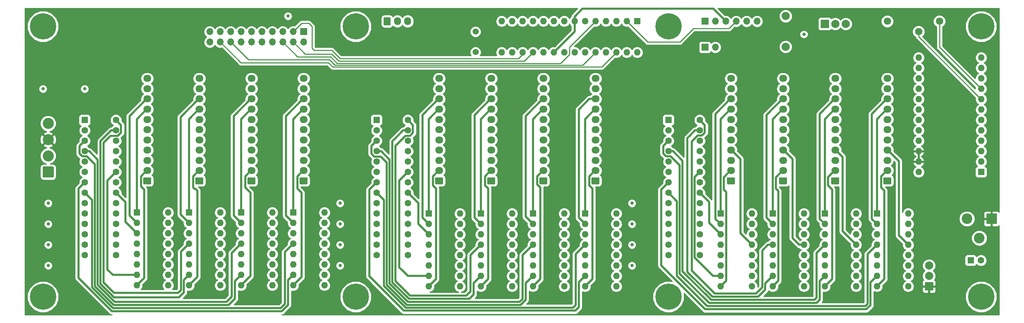
<source format=gbr>
G04 #@! TF.GenerationSoftware,KiCad,Pcbnew,(5.0.2)-1*
G04 #@! TF.CreationDate,2019-02-09T21:32:43-06:00*
G04 #@! TF.ProjectId,Nixie-ProtoBoard,4e697869-652d-4507-926f-746f426f6172,1.0*
G04 #@! TF.SameCoordinates,Original*
G04 #@! TF.FileFunction,Copper,L2,Inr*
G04 #@! TF.FilePolarity,Positive*
%FSLAX46Y46*%
G04 Gerber Fmt 4.6, Leading zero omitted, Abs format (unit mm)*
G04 Created by KiCad (PCBNEW (5.0.2)-1) date 2/9/2019 9:32:43 PM*
%MOMM*%
%LPD*%
G01*
G04 APERTURE LIST*
G04 #@! TA.AperFunction,ViaPad*
%ADD10R,1.600000X1.600000*%
G04 #@! TD*
G04 #@! TA.AperFunction,ViaPad*
%ADD11O,1.600000X1.600000*%
G04 #@! TD*
G04 #@! TA.AperFunction,ViaPad*
%ADD12C,2.000000*%
G04 #@! TD*
G04 #@! TA.AperFunction,ViaPad*
%ADD13C,1.600000*%
G04 #@! TD*
G04 #@! TA.AperFunction,ViaPad*
%ADD14C,6.400000*%
G04 #@! TD*
G04 #@! TA.AperFunction,ViaPad*
%ADD15R,1.700000X1.700000*%
G04 #@! TD*
G04 #@! TA.AperFunction,ViaPad*
%ADD16O,1.700000X1.700000*%
G04 #@! TD*
G04 #@! TA.AperFunction,ViaPad*
%ADD17O,1.950000X1.700000*%
G04 #@! TD*
G04 #@! TA.AperFunction,Conductor*
%ADD18C,0.100000*%
G04 #@! TD*
G04 #@! TA.AperFunction,ViaPad*
%ADD19C,1.700000*%
G04 #@! TD*
G04 #@! TA.AperFunction,ViaPad*
%ADD20R,2.600000X2.600000*%
G04 #@! TD*
G04 #@! TA.AperFunction,ViaPad*
%ADD21C,2.600000*%
G04 #@! TD*
G04 #@! TA.AperFunction,ViaPad*
%ADD22C,1.800000*%
G04 #@! TD*
G04 #@! TA.AperFunction,ViaPad*
%ADD23R,2.000000X2.000000*%
G04 #@! TD*
G04 #@! TA.AperFunction,ViaPad*
%ADD24C,1.500000*%
G04 #@! TD*
G04 #@! TA.AperFunction,ViaPad*
%ADD25O,1.700000X1.950000*%
G04 #@! TD*
G04 #@! TA.AperFunction,ViaPad*
%ADD26C,2.700000*%
G04 #@! TD*
G04 #@! TA.AperFunction,ViaPad*
%ADD27C,0.800000*%
G04 #@! TD*
G04 #@! TA.AperFunction,Conductor*
%ADD28C,0.250000*%
G04 #@! TD*
G04 #@! TA.AperFunction,Conductor*
%ADD29C,0.500000*%
G04 #@! TD*
G04 #@! TA.AperFunction,Conductor*
%ADD30C,0.254000*%
G04 #@! TD*
G04 APERTURE END LIST*
D10*
G04 #@! TO.N,Net-(C1-Pad1)*
G04 #@! TO.C,IC1*
X170434000Y-65278000D03*
D11*
G04 #@! TO.N,Net-(D1-Pad1)*
X137414000Y-72898000D03*
G04 #@! TO.N,Net-(IC1-Pad2)*
X167894000Y-65278000D03*
G04 #@! TO.N,/HVDC_SW*
X139954000Y-72898000D03*
G04 #@! TO.N,/U1_TX*
X165354000Y-65278000D03*
G04 #@! TO.N,/CE_MOSI*
X142494000Y-72898000D03*
G04 #@! TO.N,/CE_D2*
X162814000Y-65278000D03*
G04 #@! TO.N,/CE_MISO*
X145034000Y-72898000D03*
G04 #@! TO.N,/CE_D3*
X160274000Y-65278000D03*
G04 #@! TO.N,N/C*
X147574000Y-72898000D03*
G04 #@! TO.N,/CE_D4*
X157734000Y-65278000D03*
G04 #@! TO.N,/IC1_VCC*
X150114000Y-72898000D03*
X155194000Y-65278000D03*
G04 #@! TO.N,N/C*
X152654000Y-72898000D03*
G04 #@! TO.N,GND*
X152654000Y-65278000D03*
X155194000Y-72898000D03*
G04 #@! TO.N,Net-(C2-Pad1)*
X150114000Y-65278000D03*
G04 #@! TO.N,/CE_A0*
X157734000Y-72898000D03*
G04 #@! TO.N,Net-(C3-Pad1)*
X147574000Y-65278000D03*
G04 #@! TO.N,/CE_A1*
X160274000Y-72898000D03*
G04 #@! TO.N,/CE_D5*
X145034000Y-65278000D03*
G04 #@! TO.N,/CE_A2*
X162814000Y-72898000D03*
G04 #@! TO.N,Net-(IC1-Pad12)*
X142494000Y-65278000D03*
G04 #@! TO.N,/CE_A3*
X165354000Y-72898000D03*
G04 #@! TO.N,Net-(IC1-Pad13)*
X139954000Y-65278000D03*
G04 #@! TO.N,/SDA*
X167894000Y-72898000D03*
G04 #@! TO.N,Net-(IC1-Pad14)*
X137414000Y-65278000D03*
G04 #@! TO.N,/SCK*
X170434000Y-72898000D03*
G04 #@! TD*
D12*
G04 #@! TO.N,Net-(C1-Pad1)*
G04 #@! TO.C,C1*
X206629000Y-71508000D03*
G04 #@! TO.N,Net-(C1-Pad2)*
X206629000Y-64008000D03*
G04 #@! TD*
D10*
G04 #@! TO.N,+5V*
G04 #@! TO.C,C8*
X251714000Y-123698000D03*
D13*
G04 #@! TO.N,GND*
X254214000Y-123698000D03*
G04 #@! TD*
D14*
G04 #@! TO.N,GND*
G04 #@! TO.C,H1*
X25654000Y-66548000D03*
G04 #@! TD*
G04 #@! TO.N,GND*
G04 #@! TO.C,H2*
X254254000Y-66548000D03*
G04 #@! TD*
G04 #@! TO.N,GND*
G04 #@! TO.C,H3*
X25654000Y-132588000D03*
G04 #@! TD*
G04 #@! TO.N,GND*
G04 #@! TO.C,H4*
X254254000Y-132588000D03*
G04 #@! TD*
D15*
G04 #@! TO.N,GND*
G04 #@! TO.C,J2*
X186944000Y-65278000D03*
D16*
G04 #@! TO.N,N/C*
X189484000Y-65278000D03*
G04 #@! TO.N,/IC1_VCC*
X192024000Y-65278000D03*
G04 #@! TO.N,Net-(IC1-Pad2)*
X194564000Y-65278000D03*
G04 #@! TO.N,/U1_TX*
X197104000Y-65278000D03*
G04 #@! TO.N,Net-(C1-Pad2)*
X199644000Y-65278000D03*
G04 #@! TD*
D15*
G04 #@! TO.N,Net-(D2-Pad1)*
G04 #@! TO.C,J3*
X89154000Y-67818000D03*
D16*
G04 #@! TO.N,N/C*
X89154000Y-70358000D03*
G04 #@! TO.N,/CE_MOSI*
X86614000Y-67818000D03*
G04 #@! TO.N,/CE_MISO*
X86614000Y-70358000D03*
G04 #@! TO.N,/CE_D2*
X84074000Y-67818000D03*
G04 #@! TO.N,/CE_D3*
X84074000Y-70358000D03*
G04 #@! TO.N,/CE_D4*
X81534000Y-67818000D03*
G04 #@! TO.N,/CE_D5*
X81534000Y-70358000D03*
G04 #@! TO.N,N/C*
X78994000Y-67818000D03*
G04 #@! TO.N,GND*
X78994000Y-70358000D03*
G04 #@! TO.N,N/C*
X76454000Y-67818000D03*
G04 #@! TO.N,+5V*
X76454000Y-70358000D03*
G04 #@! TO.N,/SCK*
X73914000Y-67818000D03*
G04 #@! TO.N,/SDA*
X73914000Y-70358000D03*
G04 #@! TO.N,/CE_A0*
X71374000Y-67818000D03*
G04 #@! TO.N,/CE_A1*
X71374000Y-70358000D03*
G04 #@! TO.N,/CE_A2*
X68834000Y-67818000D03*
G04 #@! TO.N,/CE_A3*
X68834000Y-70358000D03*
G04 #@! TO.N,GND*
X66294000Y-67818000D03*
G04 #@! TO.N,N/C*
X66294000Y-70358000D03*
G04 #@! TD*
D10*
G04 #@! TO.N,Net-(NC1-Pad1)*
G04 #@! TO.C,NC1*
X48514000Y-112014000D03*
D11*
G04 #@! TO.N,Net-(NC1-Pad9)*
X56134000Y-129794000D03*
G04 #@! TO.N,Net-(NC1-Pad2)*
X48514000Y-114554000D03*
G04 #@! TO.N,Net-(NC1-Pad10)*
X56134000Y-127254000D03*
G04 #@! TO.N,/K1_A*
X48514000Y-117094000D03*
G04 #@! TO.N,Net-(NC1-Pad11)*
X56134000Y-124714000D03*
G04 #@! TO.N,/K1_D*
X48514000Y-119634000D03*
G04 #@! TO.N,GND*
X56134000Y-122174000D03*
G04 #@! TO.N,+5V*
X48514000Y-122174000D03*
G04 #@! TO.N,Net-(NC1-Pad13)*
X56134000Y-119634000D03*
G04 #@! TO.N,/K1_B*
X48514000Y-124714000D03*
G04 #@! TO.N,Net-(NC1-Pad14)*
X56134000Y-117094000D03*
G04 #@! TO.N,/K1_C*
X48514000Y-127254000D03*
G04 #@! TO.N,Net-(NC1-Pad15)*
X56134000Y-114554000D03*
G04 #@! TO.N,Net-(NC1-Pad8)*
X48514000Y-129794000D03*
G04 #@! TO.N,Net-(NC1-Pad16)*
X56134000Y-112014000D03*
G04 #@! TD*
G04 #@! TO.N,Net-(NC2-Pad16)*
G04 #@! TO.C,NC2*
X68834000Y-112014000D03*
G04 #@! TO.N,Net-(NC2-Pad8)*
X61214000Y-129794000D03*
G04 #@! TO.N,Net-(NC2-Pad15)*
X68834000Y-114554000D03*
G04 #@! TO.N,/K2_C*
X61214000Y-127254000D03*
G04 #@! TO.N,Net-(NC2-Pad14)*
X68834000Y-117094000D03*
G04 #@! TO.N,/K2_B*
X61214000Y-124714000D03*
G04 #@! TO.N,Net-(NC2-Pad13)*
X68834000Y-119634000D03*
G04 #@! TO.N,+5V*
X61214000Y-122174000D03*
G04 #@! TO.N,GND*
X68834000Y-122174000D03*
G04 #@! TO.N,/K2_D*
X61214000Y-119634000D03*
G04 #@! TO.N,Net-(NC2-Pad11)*
X68834000Y-124714000D03*
G04 #@! TO.N,/K2_A*
X61214000Y-117094000D03*
G04 #@! TO.N,Net-(NC2-Pad10)*
X68834000Y-127254000D03*
G04 #@! TO.N,Net-(NC2-Pad2)*
X61214000Y-114554000D03*
G04 #@! TO.N,Net-(NC2-Pad9)*
X68834000Y-129794000D03*
D10*
G04 #@! TO.N,Net-(NC2-Pad1)*
X61214000Y-112014000D03*
G04 #@! TD*
G04 #@! TO.N,Net-(NC3-Pad1)*
G04 #@! TO.C,NC3*
X73914000Y-112014000D03*
D11*
G04 #@! TO.N,Net-(NC3-Pad9)*
X81534000Y-129794000D03*
G04 #@! TO.N,Net-(NC3-Pad2)*
X73914000Y-114554000D03*
G04 #@! TO.N,Net-(NC3-Pad10)*
X81534000Y-127254000D03*
G04 #@! TO.N,/K3_A*
X73914000Y-117094000D03*
G04 #@! TO.N,Net-(NC3-Pad11)*
X81534000Y-124714000D03*
G04 #@! TO.N,/K3_D*
X73914000Y-119634000D03*
G04 #@! TO.N,GND*
X81534000Y-122174000D03*
G04 #@! TO.N,+5V*
X73914000Y-122174000D03*
G04 #@! TO.N,Net-(NC3-Pad13)*
X81534000Y-119634000D03*
G04 #@! TO.N,/K3_B*
X73914000Y-124714000D03*
G04 #@! TO.N,Net-(NC3-Pad14)*
X81534000Y-117094000D03*
G04 #@! TO.N,/K3_C*
X73914000Y-127254000D03*
G04 #@! TO.N,Net-(NC3-Pad15)*
X81534000Y-114554000D03*
G04 #@! TO.N,Net-(NC3-Pad8)*
X73914000Y-129794000D03*
G04 #@! TO.N,Net-(NC3-Pad16)*
X81534000Y-112014000D03*
G04 #@! TD*
G04 #@! TO.N,Net-(NC4-Pad16)*
G04 #@! TO.C,NC4*
X94234000Y-112014000D03*
G04 #@! TO.N,Net-(NC4-Pad8)*
X86614000Y-129794000D03*
G04 #@! TO.N,Net-(NC4-Pad15)*
X94234000Y-114554000D03*
G04 #@! TO.N,/K4_C*
X86614000Y-127254000D03*
G04 #@! TO.N,Net-(NC4-Pad14)*
X94234000Y-117094000D03*
G04 #@! TO.N,/K4_B*
X86614000Y-124714000D03*
G04 #@! TO.N,Net-(NC4-Pad13)*
X94234000Y-119634000D03*
G04 #@! TO.N,+5V*
X86614000Y-122174000D03*
G04 #@! TO.N,GND*
X94234000Y-122174000D03*
G04 #@! TO.N,/K4_D*
X86614000Y-119634000D03*
G04 #@! TO.N,Net-(NC4-Pad11)*
X94234000Y-124714000D03*
G04 #@! TO.N,/K4_A*
X86614000Y-117094000D03*
G04 #@! TO.N,Net-(NC4-Pad10)*
X94234000Y-127254000D03*
G04 #@! TO.N,Net-(NC4-Pad2)*
X86614000Y-114554000D03*
G04 #@! TO.N,Net-(NC4-Pad9)*
X94234000Y-129794000D03*
D10*
G04 #@! TO.N,Net-(NC4-Pad1)*
X86614000Y-112014000D03*
G04 #@! TD*
G04 #@! TO.N,Net-(NC5-Pad1)*
G04 #@! TO.C,NC5*
X119634000Y-112268000D03*
D11*
G04 #@! TO.N,Net-(NC5-Pad9)*
X127254000Y-130048000D03*
G04 #@! TO.N,Net-(NC5-Pad2)*
X119634000Y-114808000D03*
G04 #@! TO.N,Net-(NC5-Pad10)*
X127254000Y-127508000D03*
G04 #@! TO.N,/K5_A*
X119634000Y-117348000D03*
G04 #@! TO.N,Net-(NC5-Pad11)*
X127254000Y-124968000D03*
G04 #@! TO.N,/K5_D*
X119634000Y-119888000D03*
G04 #@! TO.N,GND*
X127254000Y-122428000D03*
G04 #@! TO.N,+5V*
X119634000Y-122428000D03*
G04 #@! TO.N,Net-(NC5-Pad13)*
X127254000Y-119888000D03*
G04 #@! TO.N,/K5_B*
X119634000Y-124968000D03*
G04 #@! TO.N,Net-(NC5-Pad14)*
X127254000Y-117348000D03*
G04 #@! TO.N,/K5_C*
X119634000Y-127508000D03*
G04 #@! TO.N,Net-(NC5-Pad15)*
X127254000Y-114808000D03*
G04 #@! TO.N,Net-(NC5-Pad8)*
X119634000Y-130048000D03*
G04 #@! TO.N,Net-(NC5-Pad16)*
X127254000Y-112268000D03*
G04 #@! TD*
G04 #@! TO.N,Net-(NC6-Pad16)*
G04 #@! TO.C,NC6*
X139954000Y-112268000D03*
G04 #@! TO.N,Net-(NC6-Pad8)*
X132334000Y-130048000D03*
G04 #@! TO.N,Net-(NC6-Pad15)*
X139954000Y-114808000D03*
G04 #@! TO.N,/K6_C*
X132334000Y-127508000D03*
G04 #@! TO.N,Net-(NC6-Pad14)*
X139954000Y-117348000D03*
G04 #@! TO.N,/K6_B*
X132334000Y-124968000D03*
G04 #@! TO.N,Net-(NC6-Pad13)*
X139954000Y-119888000D03*
G04 #@! TO.N,+5V*
X132334000Y-122428000D03*
G04 #@! TO.N,GND*
X139954000Y-122428000D03*
G04 #@! TO.N,/K6_D*
X132334000Y-119888000D03*
G04 #@! TO.N,Net-(NC6-Pad11)*
X139954000Y-124968000D03*
G04 #@! TO.N,/K6_A*
X132334000Y-117348000D03*
G04 #@! TO.N,Net-(NC6-Pad10)*
X139954000Y-127508000D03*
G04 #@! TO.N,Net-(NC6-Pad2)*
X132334000Y-114808000D03*
G04 #@! TO.N,Net-(NC6-Pad9)*
X139954000Y-130048000D03*
D10*
G04 #@! TO.N,Net-(NC6-Pad1)*
X132334000Y-112268000D03*
G04 #@! TD*
G04 #@! TO.N,Net-(NC7-Pad1)*
G04 #@! TO.C,NC7*
X145034000Y-112268000D03*
D11*
G04 #@! TO.N,Net-(NC7-Pad9)*
X152654000Y-130048000D03*
G04 #@! TO.N,Net-(NC7-Pad2)*
X145034000Y-114808000D03*
G04 #@! TO.N,Net-(NC7-Pad10)*
X152654000Y-127508000D03*
G04 #@! TO.N,/K7_A*
X145034000Y-117348000D03*
G04 #@! TO.N,Net-(NC7-Pad11)*
X152654000Y-124968000D03*
G04 #@! TO.N,/K7_D*
X145034000Y-119888000D03*
G04 #@! TO.N,GND*
X152654000Y-122428000D03*
G04 #@! TO.N,+5V*
X145034000Y-122428000D03*
G04 #@! TO.N,Net-(NC7-Pad13)*
X152654000Y-119888000D03*
G04 #@! TO.N,/K7_B*
X145034000Y-124968000D03*
G04 #@! TO.N,Net-(NC7-Pad14)*
X152654000Y-117348000D03*
G04 #@! TO.N,/K7_C*
X145034000Y-127508000D03*
G04 #@! TO.N,Net-(NC7-Pad15)*
X152654000Y-114808000D03*
G04 #@! TO.N,Net-(NC7-Pad8)*
X145034000Y-130048000D03*
G04 #@! TO.N,Net-(NC7-Pad16)*
X152654000Y-112268000D03*
G04 #@! TD*
G04 #@! TO.N,Net-(NC8-Pad16)*
G04 #@! TO.C,NC8*
X165354000Y-112268000D03*
G04 #@! TO.N,Net-(NC8-Pad8)*
X157734000Y-130048000D03*
G04 #@! TO.N,Net-(NC8-Pad15)*
X165354000Y-114808000D03*
G04 #@! TO.N,/K8_C*
X157734000Y-127508000D03*
G04 #@! TO.N,Net-(NC8-Pad14)*
X165354000Y-117348000D03*
G04 #@! TO.N,/K8_B*
X157734000Y-124968000D03*
G04 #@! TO.N,Net-(NC8-Pad13)*
X165354000Y-119888000D03*
G04 #@! TO.N,+5V*
X157734000Y-122428000D03*
G04 #@! TO.N,GND*
X165354000Y-122428000D03*
G04 #@! TO.N,/K8_D*
X157734000Y-119888000D03*
G04 #@! TO.N,Net-(NC8-Pad11)*
X165354000Y-124968000D03*
G04 #@! TO.N,/K8_A*
X157734000Y-117348000D03*
G04 #@! TO.N,Net-(NC8-Pad10)*
X165354000Y-127508000D03*
G04 #@! TO.N,Net-(NC8-Pad2)*
X157734000Y-114808000D03*
G04 #@! TO.N,Net-(NC8-Pad9)*
X165354000Y-130048000D03*
D10*
G04 #@! TO.N,Net-(NC8-Pad1)*
X157734000Y-112268000D03*
G04 #@! TD*
G04 #@! TO.N,Net-(NC9-Pad1)*
G04 #@! TO.C,NC9*
X190754000Y-112268000D03*
D11*
G04 #@! TO.N,Net-(NC9-Pad9)*
X198374000Y-130048000D03*
G04 #@! TO.N,Net-(NC9-Pad2)*
X190754000Y-114808000D03*
G04 #@! TO.N,Net-(NC9-Pad10)*
X198374000Y-127508000D03*
G04 #@! TO.N,/K9_A*
X190754000Y-117348000D03*
G04 #@! TO.N,Net-(NC9-Pad11)*
X198374000Y-124968000D03*
G04 #@! TO.N,/K9_D*
X190754000Y-119888000D03*
G04 #@! TO.N,GND*
X198374000Y-122428000D03*
G04 #@! TO.N,+5V*
X190754000Y-122428000D03*
G04 #@! TO.N,Net-(NC9-Pad13)*
X198374000Y-119888000D03*
G04 #@! TO.N,/K9_B*
X190754000Y-124968000D03*
G04 #@! TO.N,Net-(NC9-Pad14)*
X198374000Y-117348000D03*
G04 #@! TO.N,/K9_C*
X190754000Y-127508000D03*
G04 #@! TO.N,Net-(NC9-Pad15)*
X198374000Y-114808000D03*
G04 #@! TO.N,Net-(NC9-Pad8)*
X190754000Y-130048000D03*
G04 #@! TO.N,Net-(NC9-Pad16)*
X198374000Y-112268000D03*
G04 #@! TD*
G04 #@! TO.N,Net-(NC10-Pad16)*
G04 #@! TO.C,NC10*
X211074000Y-112268000D03*
G04 #@! TO.N,Net-(NC10-Pad8)*
X203454000Y-130048000D03*
G04 #@! TO.N,Net-(NC10-Pad15)*
X211074000Y-114808000D03*
G04 #@! TO.N,/K10_C*
X203454000Y-127508000D03*
G04 #@! TO.N,Net-(NC10-Pad14)*
X211074000Y-117348000D03*
G04 #@! TO.N,/K10_B*
X203454000Y-124968000D03*
G04 #@! TO.N,Net-(NC10-Pad13)*
X211074000Y-119888000D03*
G04 #@! TO.N,+5V*
X203454000Y-122428000D03*
G04 #@! TO.N,GND*
X211074000Y-122428000D03*
G04 #@! TO.N,/K10_D*
X203454000Y-119888000D03*
G04 #@! TO.N,Net-(NC10-Pad11)*
X211074000Y-124968000D03*
G04 #@! TO.N,/K10_A*
X203454000Y-117348000D03*
G04 #@! TO.N,Net-(NC10-Pad10)*
X211074000Y-127508000D03*
G04 #@! TO.N,Net-(NC10-Pad2)*
X203454000Y-114808000D03*
G04 #@! TO.N,Net-(NC10-Pad9)*
X211074000Y-130048000D03*
D10*
G04 #@! TO.N,Net-(NC10-Pad1)*
X203454000Y-112268000D03*
G04 #@! TD*
G04 #@! TO.N,Net-(NC11-Pad1)*
G04 #@! TO.C,NC11*
X216154000Y-112268000D03*
D11*
G04 #@! TO.N,Net-(NC11-Pad9)*
X223774000Y-130048000D03*
G04 #@! TO.N,Net-(NC11-Pad2)*
X216154000Y-114808000D03*
G04 #@! TO.N,Net-(NC11-Pad10)*
X223774000Y-127508000D03*
G04 #@! TO.N,/K11_A*
X216154000Y-117348000D03*
G04 #@! TO.N,Net-(NC11-Pad11)*
X223774000Y-124968000D03*
G04 #@! TO.N,/K11_D*
X216154000Y-119888000D03*
G04 #@! TO.N,GND*
X223774000Y-122428000D03*
G04 #@! TO.N,+5V*
X216154000Y-122428000D03*
G04 #@! TO.N,Net-(NC11-Pad13)*
X223774000Y-119888000D03*
G04 #@! TO.N,/K11_B*
X216154000Y-124968000D03*
G04 #@! TO.N,Net-(NC11-Pad14)*
X223774000Y-117348000D03*
G04 #@! TO.N,/K11_C*
X216154000Y-127508000D03*
G04 #@! TO.N,Net-(NC11-Pad15)*
X223774000Y-114808000D03*
G04 #@! TO.N,Net-(NC11-Pad8)*
X216154000Y-130048000D03*
G04 #@! TO.N,Net-(NC11-Pad16)*
X223774000Y-112268000D03*
G04 #@! TD*
G04 #@! TO.N,Net-(NC12-Pad16)*
G04 #@! TO.C,NC12*
X236474000Y-112268000D03*
G04 #@! TO.N,Net-(NC12-Pad8)*
X228854000Y-130048000D03*
G04 #@! TO.N,Net-(NC12-Pad15)*
X236474000Y-114808000D03*
G04 #@! TO.N,/K12_C*
X228854000Y-127508000D03*
G04 #@! TO.N,Net-(NC12-Pad14)*
X236474000Y-117348000D03*
G04 #@! TO.N,/K12_B*
X228854000Y-124968000D03*
G04 #@! TO.N,Net-(NC12-Pad13)*
X236474000Y-119888000D03*
G04 #@! TO.N,+5V*
X228854000Y-122428000D03*
G04 #@! TO.N,GND*
X236474000Y-122428000D03*
G04 #@! TO.N,/K12_D*
X228854000Y-119888000D03*
G04 #@! TO.N,Net-(NC12-Pad11)*
X236474000Y-124968000D03*
G04 #@! TO.N,/K12_A*
X228854000Y-117348000D03*
G04 #@! TO.N,Net-(NC12-Pad10)*
X236474000Y-127508000D03*
G04 #@! TO.N,Net-(NC12-Pad2)*
X228854000Y-114808000D03*
G04 #@! TO.N,Net-(NC12-Pad9)*
X236474000Y-130048000D03*
D10*
G04 #@! TO.N,Net-(NC12-Pad1)*
X228854000Y-112268000D03*
G04 #@! TD*
D17*
G04 #@! TO.N,Net-(NT1-Pad11)*
G04 #@! TO.C,NT1*
X51054000Y-79248000D03*
G04 #@! TO.N,Net-(NC1-Pad16)*
X51054000Y-81748000D03*
G04 #@! TO.N,Net-(NC1-Pad2)*
X51054000Y-84248000D03*
G04 #@! TO.N,Net-(NC1-Pad1)*
X51054000Y-86748000D03*
G04 #@! TO.N,Net-(NC1-Pad10)*
X51054000Y-89248000D03*
G04 #@! TO.N,Net-(NC1-Pad11)*
X51054000Y-91748000D03*
G04 #@! TO.N,Net-(NC1-Pad14)*
X51054000Y-94248000D03*
G04 #@! TO.N,Net-(NC1-Pad13)*
X51054000Y-96748000D03*
G04 #@! TO.N,Net-(NC1-Pad9)*
X51054000Y-99248000D03*
G04 #@! TO.N,Net-(NC1-Pad8)*
X51054000Y-101748000D03*
D18*
G04 #@! TO.N,Net-(NC1-Pad15)*
G36*
X51803504Y-103399204D02*
X51827773Y-103402804D01*
X51851571Y-103408765D01*
X51874671Y-103417030D01*
X51896849Y-103427520D01*
X51917893Y-103440133D01*
X51937598Y-103454747D01*
X51955777Y-103471223D01*
X51972253Y-103489402D01*
X51986867Y-103509107D01*
X51999480Y-103530151D01*
X52009970Y-103552329D01*
X52018235Y-103575429D01*
X52024196Y-103599227D01*
X52027796Y-103623496D01*
X52029000Y-103648000D01*
X52029000Y-104848000D01*
X52027796Y-104872504D01*
X52024196Y-104896773D01*
X52018235Y-104920571D01*
X52009970Y-104943671D01*
X51999480Y-104965849D01*
X51986867Y-104986893D01*
X51972253Y-105006598D01*
X51955777Y-105024777D01*
X51937598Y-105041253D01*
X51917893Y-105055867D01*
X51896849Y-105068480D01*
X51874671Y-105078970D01*
X51851571Y-105087235D01*
X51827773Y-105093196D01*
X51803504Y-105096796D01*
X51779000Y-105098000D01*
X50329000Y-105098000D01*
X50304496Y-105096796D01*
X50280227Y-105093196D01*
X50256429Y-105087235D01*
X50233329Y-105078970D01*
X50211151Y-105068480D01*
X50190107Y-105055867D01*
X50170402Y-105041253D01*
X50152223Y-105024777D01*
X50135747Y-105006598D01*
X50121133Y-104986893D01*
X50108520Y-104965849D01*
X50098030Y-104943671D01*
X50089765Y-104920571D01*
X50083804Y-104896773D01*
X50080204Y-104872504D01*
X50079000Y-104848000D01*
X50079000Y-103648000D01*
X50080204Y-103623496D01*
X50083804Y-103599227D01*
X50089765Y-103575429D01*
X50098030Y-103552329D01*
X50108520Y-103530151D01*
X50121133Y-103509107D01*
X50135747Y-103489402D01*
X50152223Y-103471223D01*
X50170402Y-103454747D01*
X50190107Y-103440133D01*
X50211151Y-103427520D01*
X50233329Y-103417030D01*
X50256429Y-103408765D01*
X50280227Y-103402804D01*
X50304496Y-103399204D01*
X50329000Y-103398000D01*
X51779000Y-103398000D01*
X51803504Y-103399204D01*
X51803504Y-103399204D01*
G37*
D19*
X51054000Y-104248000D03*
G04 #@! TD*
D18*
G04 #@! TO.N,Net-(NC2-Pad15)*
G04 #@! TO.C,NT2*
G36*
X64503504Y-103399204D02*
X64527773Y-103402804D01*
X64551571Y-103408765D01*
X64574671Y-103417030D01*
X64596849Y-103427520D01*
X64617893Y-103440133D01*
X64637598Y-103454747D01*
X64655777Y-103471223D01*
X64672253Y-103489402D01*
X64686867Y-103509107D01*
X64699480Y-103530151D01*
X64709970Y-103552329D01*
X64718235Y-103575429D01*
X64724196Y-103599227D01*
X64727796Y-103623496D01*
X64729000Y-103648000D01*
X64729000Y-104848000D01*
X64727796Y-104872504D01*
X64724196Y-104896773D01*
X64718235Y-104920571D01*
X64709970Y-104943671D01*
X64699480Y-104965849D01*
X64686867Y-104986893D01*
X64672253Y-105006598D01*
X64655777Y-105024777D01*
X64637598Y-105041253D01*
X64617893Y-105055867D01*
X64596849Y-105068480D01*
X64574671Y-105078970D01*
X64551571Y-105087235D01*
X64527773Y-105093196D01*
X64503504Y-105096796D01*
X64479000Y-105098000D01*
X63029000Y-105098000D01*
X63004496Y-105096796D01*
X62980227Y-105093196D01*
X62956429Y-105087235D01*
X62933329Y-105078970D01*
X62911151Y-105068480D01*
X62890107Y-105055867D01*
X62870402Y-105041253D01*
X62852223Y-105024777D01*
X62835747Y-105006598D01*
X62821133Y-104986893D01*
X62808520Y-104965849D01*
X62798030Y-104943671D01*
X62789765Y-104920571D01*
X62783804Y-104896773D01*
X62780204Y-104872504D01*
X62779000Y-104848000D01*
X62779000Y-103648000D01*
X62780204Y-103623496D01*
X62783804Y-103599227D01*
X62789765Y-103575429D01*
X62798030Y-103552329D01*
X62808520Y-103530151D01*
X62821133Y-103509107D01*
X62835747Y-103489402D01*
X62852223Y-103471223D01*
X62870402Y-103454747D01*
X62890107Y-103440133D01*
X62911151Y-103427520D01*
X62933329Y-103417030D01*
X62956429Y-103408765D01*
X62980227Y-103402804D01*
X63004496Y-103399204D01*
X63029000Y-103398000D01*
X64479000Y-103398000D01*
X64503504Y-103399204D01*
X64503504Y-103399204D01*
G37*
D19*
X63754000Y-104248000D03*
D17*
G04 #@! TO.N,Net-(NC2-Pad8)*
X63754000Y-101748000D03*
G04 #@! TO.N,Net-(NC2-Pad9)*
X63754000Y-99248000D03*
G04 #@! TO.N,Net-(NC2-Pad13)*
X63754000Y-96748000D03*
G04 #@! TO.N,Net-(NC2-Pad14)*
X63754000Y-94248000D03*
G04 #@! TO.N,Net-(NC2-Pad11)*
X63754000Y-91748000D03*
G04 #@! TO.N,Net-(NC2-Pad10)*
X63754000Y-89248000D03*
G04 #@! TO.N,Net-(NC2-Pad1)*
X63754000Y-86748000D03*
G04 #@! TO.N,Net-(NC2-Pad2)*
X63754000Y-84248000D03*
G04 #@! TO.N,Net-(NC2-Pad16)*
X63754000Y-81748000D03*
G04 #@! TO.N,Net-(NT2-Pad11)*
X63754000Y-79248000D03*
G04 #@! TD*
D18*
G04 #@! TO.N,Net-(NC3-Pad15)*
G04 #@! TO.C,NT3*
G36*
X77203504Y-103399204D02*
X77227773Y-103402804D01*
X77251571Y-103408765D01*
X77274671Y-103417030D01*
X77296849Y-103427520D01*
X77317893Y-103440133D01*
X77337598Y-103454747D01*
X77355777Y-103471223D01*
X77372253Y-103489402D01*
X77386867Y-103509107D01*
X77399480Y-103530151D01*
X77409970Y-103552329D01*
X77418235Y-103575429D01*
X77424196Y-103599227D01*
X77427796Y-103623496D01*
X77429000Y-103648000D01*
X77429000Y-104848000D01*
X77427796Y-104872504D01*
X77424196Y-104896773D01*
X77418235Y-104920571D01*
X77409970Y-104943671D01*
X77399480Y-104965849D01*
X77386867Y-104986893D01*
X77372253Y-105006598D01*
X77355777Y-105024777D01*
X77337598Y-105041253D01*
X77317893Y-105055867D01*
X77296849Y-105068480D01*
X77274671Y-105078970D01*
X77251571Y-105087235D01*
X77227773Y-105093196D01*
X77203504Y-105096796D01*
X77179000Y-105098000D01*
X75729000Y-105098000D01*
X75704496Y-105096796D01*
X75680227Y-105093196D01*
X75656429Y-105087235D01*
X75633329Y-105078970D01*
X75611151Y-105068480D01*
X75590107Y-105055867D01*
X75570402Y-105041253D01*
X75552223Y-105024777D01*
X75535747Y-105006598D01*
X75521133Y-104986893D01*
X75508520Y-104965849D01*
X75498030Y-104943671D01*
X75489765Y-104920571D01*
X75483804Y-104896773D01*
X75480204Y-104872504D01*
X75479000Y-104848000D01*
X75479000Y-103648000D01*
X75480204Y-103623496D01*
X75483804Y-103599227D01*
X75489765Y-103575429D01*
X75498030Y-103552329D01*
X75508520Y-103530151D01*
X75521133Y-103509107D01*
X75535747Y-103489402D01*
X75552223Y-103471223D01*
X75570402Y-103454747D01*
X75590107Y-103440133D01*
X75611151Y-103427520D01*
X75633329Y-103417030D01*
X75656429Y-103408765D01*
X75680227Y-103402804D01*
X75704496Y-103399204D01*
X75729000Y-103398000D01*
X77179000Y-103398000D01*
X77203504Y-103399204D01*
X77203504Y-103399204D01*
G37*
D19*
X76454000Y-104248000D03*
D17*
G04 #@! TO.N,Net-(NC3-Pad8)*
X76454000Y-101748000D03*
G04 #@! TO.N,Net-(NC3-Pad9)*
X76454000Y-99248000D03*
G04 #@! TO.N,Net-(NC3-Pad13)*
X76454000Y-96748000D03*
G04 #@! TO.N,Net-(NC3-Pad14)*
X76454000Y-94248000D03*
G04 #@! TO.N,Net-(NC3-Pad11)*
X76454000Y-91748000D03*
G04 #@! TO.N,Net-(NC3-Pad10)*
X76454000Y-89248000D03*
G04 #@! TO.N,Net-(NC3-Pad1)*
X76454000Y-86748000D03*
G04 #@! TO.N,Net-(NC3-Pad2)*
X76454000Y-84248000D03*
G04 #@! TO.N,Net-(NC3-Pad16)*
X76454000Y-81748000D03*
G04 #@! TO.N,Net-(NT3-Pad11)*
X76454000Y-79248000D03*
G04 #@! TD*
G04 #@! TO.N,Net-(NT4-Pad11)*
G04 #@! TO.C,NT4*
X89154000Y-79248000D03*
G04 #@! TO.N,Net-(NC4-Pad16)*
X89154000Y-81748000D03*
G04 #@! TO.N,Net-(NC4-Pad2)*
X89154000Y-84248000D03*
G04 #@! TO.N,Net-(NC4-Pad1)*
X89154000Y-86748000D03*
G04 #@! TO.N,Net-(NC4-Pad10)*
X89154000Y-89248000D03*
G04 #@! TO.N,Net-(NC4-Pad11)*
X89154000Y-91748000D03*
G04 #@! TO.N,Net-(NC4-Pad14)*
X89154000Y-94248000D03*
G04 #@! TO.N,Net-(NC4-Pad13)*
X89154000Y-96748000D03*
G04 #@! TO.N,Net-(NC4-Pad9)*
X89154000Y-99248000D03*
G04 #@! TO.N,Net-(NC4-Pad8)*
X89154000Y-101748000D03*
D18*
G04 #@! TO.N,Net-(NC4-Pad15)*
G36*
X89903504Y-103399204D02*
X89927773Y-103402804D01*
X89951571Y-103408765D01*
X89974671Y-103417030D01*
X89996849Y-103427520D01*
X90017893Y-103440133D01*
X90037598Y-103454747D01*
X90055777Y-103471223D01*
X90072253Y-103489402D01*
X90086867Y-103509107D01*
X90099480Y-103530151D01*
X90109970Y-103552329D01*
X90118235Y-103575429D01*
X90124196Y-103599227D01*
X90127796Y-103623496D01*
X90129000Y-103648000D01*
X90129000Y-104848000D01*
X90127796Y-104872504D01*
X90124196Y-104896773D01*
X90118235Y-104920571D01*
X90109970Y-104943671D01*
X90099480Y-104965849D01*
X90086867Y-104986893D01*
X90072253Y-105006598D01*
X90055777Y-105024777D01*
X90037598Y-105041253D01*
X90017893Y-105055867D01*
X89996849Y-105068480D01*
X89974671Y-105078970D01*
X89951571Y-105087235D01*
X89927773Y-105093196D01*
X89903504Y-105096796D01*
X89879000Y-105098000D01*
X88429000Y-105098000D01*
X88404496Y-105096796D01*
X88380227Y-105093196D01*
X88356429Y-105087235D01*
X88333329Y-105078970D01*
X88311151Y-105068480D01*
X88290107Y-105055867D01*
X88270402Y-105041253D01*
X88252223Y-105024777D01*
X88235747Y-105006598D01*
X88221133Y-104986893D01*
X88208520Y-104965849D01*
X88198030Y-104943671D01*
X88189765Y-104920571D01*
X88183804Y-104896773D01*
X88180204Y-104872504D01*
X88179000Y-104848000D01*
X88179000Y-103648000D01*
X88180204Y-103623496D01*
X88183804Y-103599227D01*
X88189765Y-103575429D01*
X88198030Y-103552329D01*
X88208520Y-103530151D01*
X88221133Y-103509107D01*
X88235747Y-103489402D01*
X88252223Y-103471223D01*
X88270402Y-103454747D01*
X88290107Y-103440133D01*
X88311151Y-103427520D01*
X88333329Y-103417030D01*
X88356429Y-103408765D01*
X88380227Y-103402804D01*
X88404496Y-103399204D01*
X88429000Y-103398000D01*
X89879000Y-103398000D01*
X89903504Y-103399204D01*
X89903504Y-103399204D01*
G37*
D19*
X89154000Y-104248000D03*
G04 #@! TD*
D18*
G04 #@! TO.N,Net-(NC5-Pad15)*
G04 #@! TO.C,NT5*
G36*
X122923504Y-103399204D02*
X122947773Y-103402804D01*
X122971571Y-103408765D01*
X122994671Y-103417030D01*
X123016849Y-103427520D01*
X123037893Y-103440133D01*
X123057598Y-103454747D01*
X123075777Y-103471223D01*
X123092253Y-103489402D01*
X123106867Y-103509107D01*
X123119480Y-103530151D01*
X123129970Y-103552329D01*
X123138235Y-103575429D01*
X123144196Y-103599227D01*
X123147796Y-103623496D01*
X123149000Y-103648000D01*
X123149000Y-104848000D01*
X123147796Y-104872504D01*
X123144196Y-104896773D01*
X123138235Y-104920571D01*
X123129970Y-104943671D01*
X123119480Y-104965849D01*
X123106867Y-104986893D01*
X123092253Y-105006598D01*
X123075777Y-105024777D01*
X123057598Y-105041253D01*
X123037893Y-105055867D01*
X123016849Y-105068480D01*
X122994671Y-105078970D01*
X122971571Y-105087235D01*
X122947773Y-105093196D01*
X122923504Y-105096796D01*
X122899000Y-105098000D01*
X121449000Y-105098000D01*
X121424496Y-105096796D01*
X121400227Y-105093196D01*
X121376429Y-105087235D01*
X121353329Y-105078970D01*
X121331151Y-105068480D01*
X121310107Y-105055867D01*
X121290402Y-105041253D01*
X121272223Y-105024777D01*
X121255747Y-105006598D01*
X121241133Y-104986893D01*
X121228520Y-104965849D01*
X121218030Y-104943671D01*
X121209765Y-104920571D01*
X121203804Y-104896773D01*
X121200204Y-104872504D01*
X121199000Y-104848000D01*
X121199000Y-103648000D01*
X121200204Y-103623496D01*
X121203804Y-103599227D01*
X121209765Y-103575429D01*
X121218030Y-103552329D01*
X121228520Y-103530151D01*
X121241133Y-103509107D01*
X121255747Y-103489402D01*
X121272223Y-103471223D01*
X121290402Y-103454747D01*
X121310107Y-103440133D01*
X121331151Y-103427520D01*
X121353329Y-103417030D01*
X121376429Y-103408765D01*
X121400227Y-103402804D01*
X121424496Y-103399204D01*
X121449000Y-103398000D01*
X122899000Y-103398000D01*
X122923504Y-103399204D01*
X122923504Y-103399204D01*
G37*
D19*
X122174000Y-104248000D03*
D17*
G04 #@! TO.N,Net-(NC5-Pad8)*
X122174000Y-101748000D03*
G04 #@! TO.N,Net-(NC5-Pad9)*
X122174000Y-99248000D03*
G04 #@! TO.N,Net-(NC5-Pad13)*
X122174000Y-96748000D03*
G04 #@! TO.N,Net-(NC5-Pad14)*
X122174000Y-94248000D03*
G04 #@! TO.N,Net-(NC5-Pad11)*
X122174000Y-91748000D03*
G04 #@! TO.N,Net-(NC5-Pad10)*
X122174000Y-89248000D03*
G04 #@! TO.N,Net-(NC5-Pad1)*
X122174000Y-86748000D03*
G04 #@! TO.N,Net-(NC5-Pad2)*
X122174000Y-84248000D03*
G04 #@! TO.N,Net-(NC5-Pad16)*
X122174000Y-81748000D03*
G04 #@! TO.N,Net-(NT5-Pad11)*
X122174000Y-79248000D03*
G04 #@! TD*
G04 #@! TO.N,Net-(NT6-Pad11)*
G04 #@! TO.C,NT6*
X134874000Y-79248000D03*
G04 #@! TO.N,Net-(NC6-Pad16)*
X134874000Y-81748000D03*
G04 #@! TO.N,Net-(NC6-Pad2)*
X134874000Y-84248000D03*
G04 #@! TO.N,Net-(NC6-Pad1)*
X134874000Y-86748000D03*
G04 #@! TO.N,Net-(NC6-Pad10)*
X134874000Y-89248000D03*
G04 #@! TO.N,Net-(NC6-Pad11)*
X134874000Y-91748000D03*
G04 #@! TO.N,Net-(NC6-Pad14)*
X134874000Y-94248000D03*
G04 #@! TO.N,Net-(NC6-Pad13)*
X134874000Y-96748000D03*
G04 #@! TO.N,Net-(NC6-Pad9)*
X134874000Y-99248000D03*
G04 #@! TO.N,Net-(NC6-Pad8)*
X134874000Y-101748000D03*
D18*
G04 #@! TO.N,Net-(NC6-Pad15)*
G36*
X135623504Y-103399204D02*
X135647773Y-103402804D01*
X135671571Y-103408765D01*
X135694671Y-103417030D01*
X135716849Y-103427520D01*
X135737893Y-103440133D01*
X135757598Y-103454747D01*
X135775777Y-103471223D01*
X135792253Y-103489402D01*
X135806867Y-103509107D01*
X135819480Y-103530151D01*
X135829970Y-103552329D01*
X135838235Y-103575429D01*
X135844196Y-103599227D01*
X135847796Y-103623496D01*
X135849000Y-103648000D01*
X135849000Y-104848000D01*
X135847796Y-104872504D01*
X135844196Y-104896773D01*
X135838235Y-104920571D01*
X135829970Y-104943671D01*
X135819480Y-104965849D01*
X135806867Y-104986893D01*
X135792253Y-105006598D01*
X135775777Y-105024777D01*
X135757598Y-105041253D01*
X135737893Y-105055867D01*
X135716849Y-105068480D01*
X135694671Y-105078970D01*
X135671571Y-105087235D01*
X135647773Y-105093196D01*
X135623504Y-105096796D01*
X135599000Y-105098000D01*
X134149000Y-105098000D01*
X134124496Y-105096796D01*
X134100227Y-105093196D01*
X134076429Y-105087235D01*
X134053329Y-105078970D01*
X134031151Y-105068480D01*
X134010107Y-105055867D01*
X133990402Y-105041253D01*
X133972223Y-105024777D01*
X133955747Y-105006598D01*
X133941133Y-104986893D01*
X133928520Y-104965849D01*
X133918030Y-104943671D01*
X133909765Y-104920571D01*
X133903804Y-104896773D01*
X133900204Y-104872504D01*
X133899000Y-104848000D01*
X133899000Y-103648000D01*
X133900204Y-103623496D01*
X133903804Y-103599227D01*
X133909765Y-103575429D01*
X133918030Y-103552329D01*
X133928520Y-103530151D01*
X133941133Y-103509107D01*
X133955747Y-103489402D01*
X133972223Y-103471223D01*
X133990402Y-103454747D01*
X134010107Y-103440133D01*
X134031151Y-103427520D01*
X134053329Y-103417030D01*
X134076429Y-103408765D01*
X134100227Y-103402804D01*
X134124496Y-103399204D01*
X134149000Y-103398000D01*
X135599000Y-103398000D01*
X135623504Y-103399204D01*
X135623504Y-103399204D01*
G37*
D19*
X134874000Y-104248000D03*
G04 #@! TD*
D18*
G04 #@! TO.N,Net-(NC7-Pad15)*
G04 #@! TO.C,NT7*
G36*
X148323504Y-103399204D02*
X148347773Y-103402804D01*
X148371571Y-103408765D01*
X148394671Y-103417030D01*
X148416849Y-103427520D01*
X148437893Y-103440133D01*
X148457598Y-103454747D01*
X148475777Y-103471223D01*
X148492253Y-103489402D01*
X148506867Y-103509107D01*
X148519480Y-103530151D01*
X148529970Y-103552329D01*
X148538235Y-103575429D01*
X148544196Y-103599227D01*
X148547796Y-103623496D01*
X148549000Y-103648000D01*
X148549000Y-104848000D01*
X148547796Y-104872504D01*
X148544196Y-104896773D01*
X148538235Y-104920571D01*
X148529970Y-104943671D01*
X148519480Y-104965849D01*
X148506867Y-104986893D01*
X148492253Y-105006598D01*
X148475777Y-105024777D01*
X148457598Y-105041253D01*
X148437893Y-105055867D01*
X148416849Y-105068480D01*
X148394671Y-105078970D01*
X148371571Y-105087235D01*
X148347773Y-105093196D01*
X148323504Y-105096796D01*
X148299000Y-105098000D01*
X146849000Y-105098000D01*
X146824496Y-105096796D01*
X146800227Y-105093196D01*
X146776429Y-105087235D01*
X146753329Y-105078970D01*
X146731151Y-105068480D01*
X146710107Y-105055867D01*
X146690402Y-105041253D01*
X146672223Y-105024777D01*
X146655747Y-105006598D01*
X146641133Y-104986893D01*
X146628520Y-104965849D01*
X146618030Y-104943671D01*
X146609765Y-104920571D01*
X146603804Y-104896773D01*
X146600204Y-104872504D01*
X146599000Y-104848000D01*
X146599000Y-103648000D01*
X146600204Y-103623496D01*
X146603804Y-103599227D01*
X146609765Y-103575429D01*
X146618030Y-103552329D01*
X146628520Y-103530151D01*
X146641133Y-103509107D01*
X146655747Y-103489402D01*
X146672223Y-103471223D01*
X146690402Y-103454747D01*
X146710107Y-103440133D01*
X146731151Y-103427520D01*
X146753329Y-103417030D01*
X146776429Y-103408765D01*
X146800227Y-103402804D01*
X146824496Y-103399204D01*
X146849000Y-103398000D01*
X148299000Y-103398000D01*
X148323504Y-103399204D01*
X148323504Y-103399204D01*
G37*
D19*
X147574000Y-104248000D03*
D17*
G04 #@! TO.N,Net-(NC7-Pad8)*
X147574000Y-101748000D03*
G04 #@! TO.N,Net-(NC7-Pad9)*
X147574000Y-99248000D03*
G04 #@! TO.N,Net-(NC7-Pad13)*
X147574000Y-96748000D03*
G04 #@! TO.N,Net-(NC7-Pad14)*
X147574000Y-94248000D03*
G04 #@! TO.N,Net-(NC7-Pad11)*
X147574000Y-91748000D03*
G04 #@! TO.N,Net-(NC7-Pad10)*
X147574000Y-89248000D03*
G04 #@! TO.N,Net-(NC7-Pad1)*
X147574000Y-86748000D03*
G04 #@! TO.N,Net-(NC7-Pad2)*
X147574000Y-84248000D03*
G04 #@! TO.N,Net-(NC7-Pad16)*
X147574000Y-81748000D03*
G04 #@! TO.N,Net-(NT7-Pad11)*
X147574000Y-79248000D03*
G04 #@! TD*
G04 #@! TO.N,Net-(NT8-Pad11)*
G04 #@! TO.C,NT8*
X160274000Y-79248000D03*
G04 #@! TO.N,Net-(NC8-Pad16)*
X160274000Y-81748000D03*
G04 #@! TO.N,Net-(NC8-Pad2)*
X160274000Y-84248000D03*
G04 #@! TO.N,Net-(NC8-Pad1)*
X160274000Y-86748000D03*
G04 #@! TO.N,Net-(NC8-Pad10)*
X160274000Y-89248000D03*
G04 #@! TO.N,Net-(NC8-Pad11)*
X160274000Y-91748000D03*
G04 #@! TO.N,Net-(NC8-Pad14)*
X160274000Y-94248000D03*
G04 #@! TO.N,Net-(NC8-Pad13)*
X160274000Y-96748000D03*
G04 #@! TO.N,Net-(NC8-Pad9)*
X160274000Y-99248000D03*
G04 #@! TO.N,Net-(NC8-Pad8)*
X160274000Y-101748000D03*
D18*
G04 #@! TO.N,Net-(NC8-Pad15)*
G36*
X161023504Y-103399204D02*
X161047773Y-103402804D01*
X161071571Y-103408765D01*
X161094671Y-103417030D01*
X161116849Y-103427520D01*
X161137893Y-103440133D01*
X161157598Y-103454747D01*
X161175777Y-103471223D01*
X161192253Y-103489402D01*
X161206867Y-103509107D01*
X161219480Y-103530151D01*
X161229970Y-103552329D01*
X161238235Y-103575429D01*
X161244196Y-103599227D01*
X161247796Y-103623496D01*
X161249000Y-103648000D01*
X161249000Y-104848000D01*
X161247796Y-104872504D01*
X161244196Y-104896773D01*
X161238235Y-104920571D01*
X161229970Y-104943671D01*
X161219480Y-104965849D01*
X161206867Y-104986893D01*
X161192253Y-105006598D01*
X161175777Y-105024777D01*
X161157598Y-105041253D01*
X161137893Y-105055867D01*
X161116849Y-105068480D01*
X161094671Y-105078970D01*
X161071571Y-105087235D01*
X161047773Y-105093196D01*
X161023504Y-105096796D01*
X160999000Y-105098000D01*
X159549000Y-105098000D01*
X159524496Y-105096796D01*
X159500227Y-105093196D01*
X159476429Y-105087235D01*
X159453329Y-105078970D01*
X159431151Y-105068480D01*
X159410107Y-105055867D01*
X159390402Y-105041253D01*
X159372223Y-105024777D01*
X159355747Y-105006598D01*
X159341133Y-104986893D01*
X159328520Y-104965849D01*
X159318030Y-104943671D01*
X159309765Y-104920571D01*
X159303804Y-104896773D01*
X159300204Y-104872504D01*
X159299000Y-104848000D01*
X159299000Y-103648000D01*
X159300204Y-103623496D01*
X159303804Y-103599227D01*
X159309765Y-103575429D01*
X159318030Y-103552329D01*
X159328520Y-103530151D01*
X159341133Y-103509107D01*
X159355747Y-103489402D01*
X159372223Y-103471223D01*
X159390402Y-103454747D01*
X159410107Y-103440133D01*
X159431151Y-103427520D01*
X159453329Y-103417030D01*
X159476429Y-103408765D01*
X159500227Y-103402804D01*
X159524496Y-103399204D01*
X159549000Y-103398000D01*
X160999000Y-103398000D01*
X161023504Y-103399204D01*
X161023504Y-103399204D01*
G37*
D19*
X160274000Y-104248000D03*
G04 #@! TD*
D17*
G04 #@! TO.N,Net-(NT9-Pad11)*
G04 #@! TO.C,NT9*
X193294000Y-79248000D03*
G04 #@! TO.N,Net-(NC9-Pad16)*
X193294000Y-81748000D03*
G04 #@! TO.N,Net-(NC9-Pad2)*
X193294000Y-84248000D03*
G04 #@! TO.N,Net-(NC9-Pad1)*
X193294000Y-86748000D03*
G04 #@! TO.N,Net-(NC9-Pad10)*
X193294000Y-89248000D03*
G04 #@! TO.N,Net-(NC9-Pad11)*
X193294000Y-91748000D03*
G04 #@! TO.N,Net-(NC9-Pad14)*
X193294000Y-94248000D03*
G04 #@! TO.N,Net-(NC9-Pad13)*
X193294000Y-96748000D03*
G04 #@! TO.N,Net-(NC9-Pad9)*
X193294000Y-99248000D03*
G04 #@! TO.N,Net-(NC9-Pad8)*
X193294000Y-101748000D03*
D18*
G04 #@! TO.N,Net-(NC9-Pad15)*
G36*
X194043504Y-103399204D02*
X194067773Y-103402804D01*
X194091571Y-103408765D01*
X194114671Y-103417030D01*
X194136849Y-103427520D01*
X194157893Y-103440133D01*
X194177598Y-103454747D01*
X194195777Y-103471223D01*
X194212253Y-103489402D01*
X194226867Y-103509107D01*
X194239480Y-103530151D01*
X194249970Y-103552329D01*
X194258235Y-103575429D01*
X194264196Y-103599227D01*
X194267796Y-103623496D01*
X194269000Y-103648000D01*
X194269000Y-104848000D01*
X194267796Y-104872504D01*
X194264196Y-104896773D01*
X194258235Y-104920571D01*
X194249970Y-104943671D01*
X194239480Y-104965849D01*
X194226867Y-104986893D01*
X194212253Y-105006598D01*
X194195777Y-105024777D01*
X194177598Y-105041253D01*
X194157893Y-105055867D01*
X194136849Y-105068480D01*
X194114671Y-105078970D01*
X194091571Y-105087235D01*
X194067773Y-105093196D01*
X194043504Y-105096796D01*
X194019000Y-105098000D01*
X192569000Y-105098000D01*
X192544496Y-105096796D01*
X192520227Y-105093196D01*
X192496429Y-105087235D01*
X192473329Y-105078970D01*
X192451151Y-105068480D01*
X192430107Y-105055867D01*
X192410402Y-105041253D01*
X192392223Y-105024777D01*
X192375747Y-105006598D01*
X192361133Y-104986893D01*
X192348520Y-104965849D01*
X192338030Y-104943671D01*
X192329765Y-104920571D01*
X192323804Y-104896773D01*
X192320204Y-104872504D01*
X192319000Y-104848000D01*
X192319000Y-103648000D01*
X192320204Y-103623496D01*
X192323804Y-103599227D01*
X192329765Y-103575429D01*
X192338030Y-103552329D01*
X192348520Y-103530151D01*
X192361133Y-103509107D01*
X192375747Y-103489402D01*
X192392223Y-103471223D01*
X192410402Y-103454747D01*
X192430107Y-103440133D01*
X192451151Y-103427520D01*
X192473329Y-103417030D01*
X192496429Y-103408765D01*
X192520227Y-103402804D01*
X192544496Y-103399204D01*
X192569000Y-103398000D01*
X194019000Y-103398000D01*
X194043504Y-103399204D01*
X194043504Y-103399204D01*
G37*
D19*
X193294000Y-104248000D03*
G04 #@! TD*
D18*
G04 #@! TO.N,Net-(NC10-Pad15)*
G04 #@! TO.C,NT10*
G36*
X206743504Y-103399204D02*
X206767773Y-103402804D01*
X206791571Y-103408765D01*
X206814671Y-103417030D01*
X206836849Y-103427520D01*
X206857893Y-103440133D01*
X206877598Y-103454747D01*
X206895777Y-103471223D01*
X206912253Y-103489402D01*
X206926867Y-103509107D01*
X206939480Y-103530151D01*
X206949970Y-103552329D01*
X206958235Y-103575429D01*
X206964196Y-103599227D01*
X206967796Y-103623496D01*
X206969000Y-103648000D01*
X206969000Y-104848000D01*
X206967796Y-104872504D01*
X206964196Y-104896773D01*
X206958235Y-104920571D01*
X206949970Y-104943671D01*
X206939480Y-104965849D01*
X206926867Y-104986893D01*
X206912253Y-105006598D01*
X206895777Y-105024777D01*
X206877598Y-105041253D01*
X206857893Y-105055867D01*
X206836849Y-105068480D01*
X206814671Y-105078970D01*
X206791571Y-105087235D01*
X206767773Y-105093196D01*
X206743504Y-105096796D01*
X206719000Y-105098000D01*
X205269000Y-105098000D01*
X205244496Y-105096796D01*
X205220227Y-105093196D01*
X205196429Y-105087235D01*
X205173329Y-105078970D01*
X205151151Y-105068480D01*
X205130107Y-105055867D01*
X205110402Y-105041253D01*
X205092223Y-105024777D01*
X205075747Y-105006598D01*
X205061133Y-104986893D01*
X205048520Y-104965849D01*
X205038030Y-104943671D01*
X205029765Y-104920571D01*
X205023804Y-104896773D01*
X205020204Y-104872504D01*
X205019000Y-104848000D01*
X205019000Y-103648000D01*
X205020204Y-103623496D01*
X205023804Y-103599227D01*
X205029765Y-103575429D01*
X205038030Y-103552329D01*
X205048520Y-103530151D01*
X205061133Y-103509107D01*
X205075747Y-103489402D01*
X205092223Y-103471223D01*
X205110402Y-103454747D01*
X205130107Y-103440133D01*
X205151151Y-103427520D01*
X205173329Y-103417030D01*
X205196429Y-103408765D01*
X205220227Y-103402804D01*
X205244496Y-103399204D01*
X205269000Y-103398000D01*
X206719000Y-103398000D01*
X206743504Y-103399204D01*
X206743504Y-103399204D01*
G37*
D19*
X205994000Y-104248000D03*
D17*
G04 #@! TO.N,Net-(NC10-Pad8)*
X205994000Y-101748000D03*
G04 #@! TO.N,Net-(NC10-Pad9)*
X205994000Y-99248000D03*
G04 #@! TO.N,Net-(NC10-Pad13)*
X205994000Y-96748000D03*
G04 #@! TO.N,Net-(NC10-Pad14)*
X205994000Y-94248000D03*
G04 #@! TO.N,Net-(NC10-Pad11)*
X205994000Y-91748000D03*
G04 #@! TO.N,Net-(NC10-Pad10)*
X205994000Y-89248000D03*
G04 #@! TO.N,Net-(NC10-Pad1)*
X205994000Y-86748000D03*
G04 #@! TO.N,Net-(NC10-Pad2)*
X205994000Y-84248000D03*
G04 #@! TO.N,Net-(NC10-Pad16)*
X205994000Y-81748000D03*
G04 #@! TO.N,Net-(NT10-Pad11)*
X205994000Y-79248000D03*
G04 #@! TD*
G04 #@! TO.N,Net-(NT11-Pad11)*
G04 #@! TO.C,NT11*
X218694000Y-79248000D03*
G04 #@! TO.N,Net-(NC11-Pad16)*
X218694000Y-81748000D03*
G04 #@! TO.N,Net-(NC11-Pad2)*
X218694000Y-84248000D03*
G04 #@! TO.N,Net-(NC11-Pad1)*
X218694000Y-86748000D03*
G04 #@! TO.N,Net-(NC11-Pad10)*
X218694000Y-89248000D03*
G04 #@! TO.N,Net-(NC11-Pad11)*
X218694000Y-91748000D03*
G04 #@! TO.N,Net-(NC11-Pad14)*
X218694000Y-94248000D03*
G04 #@! TO.N,Net-(NC11-Pad13)*
X218694000Y-96748000D03*
G04 #@! TO.N,Net-(NC11-Pad9)*
X218694000Y-99248000D03*
G04 #@! TO.N,Net-(NC11-Pad8)*
X218694000Y-101748000D03*
D18*
G04 #@! TO.N,Net-(NC11-Pad15)*
G36*
X219443504Y-103399204D02*
X219467773Y-103402804D01*
X219491571Y-103408765D01*
X219514671Y-103417030D01*
X219536849Y-103427520D01*
X219557893Y-103440133D01*
X219577598Y-103454747D01*
X219595777Y-103471223D01*
X219612253Y-103489402D01*
X219626867Y-103509107D01*
X219639480Y-103530151D01*
X219649970Y-103552329D01*
X219658235Y-103575429D01*
X219664196Y-103599227D01*
X219667796Y-103623496D01*
X219669000Y-103648000D01*
X219669000Y-104848000D01*
X219667796Y-104872504D01*
X219664196Y-104896773D01*
X219658235Y-104920571D01*
X219649970Y-104943671D01*
X219639480Y-104965849D01*
X219626867Y-104986893D01*
X219612253Y-105006598D01*
X219595777Y-105024777D01*
X219577598Y-105041253D01*
X219557893Y-105055867D01*
X219536849Y-105068480D01*
X219514671Y-105078970D01*
X219491571Y-105087235D01*
X219467773Y-105093196D01*
X219443504Y-105096796D01*
X219419000Y-105098000D01*
X217969000Y-105098000D01*
X217944496Y-105096796D01*
X217920227Y-105093196D01*
X217896429Y-105087235D01*
X217873329Y-105078970D01*
X217851151Y-105068480D01*
X217830107Y-105055867D01*
X217810402Y-105041253D01*
X217792223Y-105024777D01*
X217775747Y-105006598D01*
X217761133Y-104986893D01*
X217748520Y-104965849D01*
X217738030Y-104943671D01*
X217729765Y-104920571D01*
X217723804Y-104896773D01*
X217720204Y-104872504D01*
X217719000Y-104848000D01*
X217719000Y-103648000D01*
X217720204Y-103623496D01*
X217723804Y-103599227D01*
X217729765Y-103575429D01*
X217738030Y-103552329D01*
X217748520Y-103530151D01*
X217761133Y-103509107D01*
X217775747Y-103489402D01*
X217792223Y-103471223D01*
X217810402Y-103454747D01*
X217830107Y-103440133D01*
X217851151Y-103427520D01*
X217873329Y-103417030D01*
X217896429Y-103408765D01*
X217920227Y-103402804D01*
X217944496Y-103399204D01*
X217969000Y-103398000D01*
X219419000Y-103398000D01*
X219443504Y-103399204D01*
X219443504Y-103399204D01*
G37*
D19*
X218694000Y-104248000D03*
G04 #@! TD*
D18*
G04 #@! TO.N,Net-(NC12-Pad15)*
G04 #@! TO.C,NT12*
G36*
X232143504Y-103399204D02*
X232167773Y-103402804D01*
X232191571Y-103408765D01*
X232214671Y-103417030D01*
X232236849Y-103427520D01*
X232257893Y-103440133D01*
X232277598Y-103454747D01*
X232295777Y-103471223D01*
X232312253Y-103489402D01*
X232326867Y-103509107D01*
X232339480Y-103530151D01*
X232349970Y-103552329D01*
X232358235Y-103575429D01*
X232364196Y-103599227D01*
X232367796Y-103623496D01*
X232369000Y-103648000D01*
X232369000Y-104848000D01*
X232367796Y-104872504D01*
X232364196Y-104896773D01*
X232358235Y-104920571D01*
X232349970Y-104943671D01*
X232339480Y-104965849D01*
X232326867Y-104986893D01*
X232312253Y-105006598D01*
X232295777Y-105024777D01*
X232277598Y-105041253D01*
X232257893Y-105055867D01*
X232236849Y-105068480D01*
X232214671Y-105078970D01*
X232191571Y-105087235D01*
X232167773Y-105093196D01*
X232143504Y-105096796D01*
X232119000Y-105098000D01*
X230669000Y-105098000D01*
X230644496Y-105096796D01*
X230620227Y-105093196D01*
X230596429Y-105087235D01*
X230573329Y-105078970D01*
X230551151Y-105068480D01*
X230530107Y-105055867D01*
X230510402Y-105041253D01*
X230492223Y-105024777D01*
X230475747Y-105006598D01*
X230461133Y-104986893D01*
X230448520Y-104965849D01*
X230438030Y-104943671D01*
X230429765Y-104920571D01*
X230423804Y-104896773D01*
X230420204Y-104872504D01*
X230419000Y-104848000D01*
X230419000Y-103648000D01*
X230420204Y-103623496D01*
X230423804Y-103599227D01*
X230429765Y-103575429D01*
X230438030Y-103552329D01*
X230448520Y-103530151D01*
X230461133Y-103509107D01*
X230475747Y-103489402D01*
X230492223Y-103471223D01*
X230510402Y-103454747D01*
X230530107Y-103440133D01*
X230551151Y-103427520D01*
X230573329Y-103417030D01*
X230596429Y-103408765D01*
X230620227Y-103402804D01*
X230644496Y-103399204D01*
X230669000Y-103398000D01*
X232119000Y-103398000D01*
X232143504Y-103399204D01*
X232143504Y-103399204D01*
G37*
D19*
X231394000Y-104248000D03*
D17*
G04 #@! TO.N,Net-(NC12-Pad8)*
X231394000Y-101748000D03*
G04 #@! TO.N,Net-(NC12-Pad9)*
X231394000Y-99248000D03*
G04 #@! TO.N,Net-(NC12-Pad13)*
X231394000Y-96748000D03*
G04 #@! TO.N,Net-(NC12-Pad14)*
X231394000Y-94248000D03*
G04 #@! TO.N,Net-(NC12-Pad11)*
X231394000Y-91748000D03*
G04 #@! TO.N,Net-(NC12-Pad10)*
X231394000Y-89248000D03*
G04 #@! TO.N,Net-(NC12-Pad1)*
X231394000Y-86748000D03*
G04 #@! TO.N,Net-(NC12-Pad2)*
X231394000Y-84248000D03*
G04 #@! TO.N,Net-(NC12-Pad16)*
X231394000Y-81748000D03*
G04 #@! TO.N,Net-(NT12-Pad11)*
X231394000Y-79248000D03*
G04 #@! TD*
D20*
G04 #@! TO.N,+12V*
G04 #@! TO.C,PJ1*
X256794000Y-113538000D03*
D21*
G04 #@! TO.N,GND*
X250794000Y-113538000D03*
G04 #@! TO.N,N/C*
X253794000Y-118238000D03*
G04 #@! TD*
D22*
G04 #@! TO.N,GND*
G04 #@! TO.C,RV1*
X231394000Y-65278000D03*
G04 #@! TO.N,Net-(RV1-Pad2)*
X239014000Y-67818000D03*
G04 #@! TO.N,Net-(RV1-Pad3)*
X244094000Y-65278000D03*
G04 #@! TD*
D15*
G04 #@! TO.N,+5V*
G04 #@! TO.C,SW1*
X186944000Y-71628000D03*
D16*
G04 #@! TO.N,Net-(D1-Pad2)*
X189484000Y-71628000D03*
G04 #@! TD*
D13*
G04 #@! TO.N,/K2_D*
G04 #@! TO.C,U1*
X43434000Y-89408000D03*
G04 #@! TO.N,/K2_C*
X43434000Y-91948000D03*
G04 #@! TO.N,/K2_B*
X43434000Y-94488000D03*
G04 #@! TO.N,/K2_A*
X43434000Y-97028000D03*
G04 #@! TO.N,/K1_D*
X43434000Y-99568000D03*
G04 #@! TO.N,/K1_C*
X43434000Y-102108000D03*
G04 #@! TO.N,/K1_B*
X43434000Y-104648000D03*
G04 #@! TO.N,/K1_A*
X43434000Y-107188000D03*
G04 #@! TO.N,N/C*
X43434000Y-109728000D03*
X43434000Y-112268000D03*
G04 #@! TO.N,Net-(R1-Pad1)*
X43434000Y-114808000D03*
G04 #@! TO.N,Net-(JP1-Pad2)*
X43434000Y-117348000D03*
G04 #@! TO.N,Net-(JP2-Pad2)*
X43434000Y-119888000D03*
G04 #@! TO.N,Net-(JP3-Pad2)*
X43434000Y-122428000D03*
G04 #@! TO.N,N/C*
X35814000Y-122428000D03*
G04 #@! TO.N,/SDA*
X35814000Y-119888000D03*
G04 #@! TO.N,/SCK*
X35814000Y-117348000D03*
G04 #@! TO.N,N/C*
X35814000Y-114808000D03*
G04 #@! TO.N,GND*
X35814000Y-112268000D03*
G04 #@! TO.N,+5V*
X35814000Y-109728000D03*
G04 #@! TO.N,/K4_D*
X35814000Y-107188000D03*
G04 #@! TO.N,/K4_C*
X35814000Y-104648000D03*
G04 #@! TO.N,/K4_B*
X35814000Y-102108000D03*
G04 #@! TO.N,/K4_A*
X35814000Y-99568000D03*
G04 #@! TO.N,/K3_D*
X35814000Y-97028000D03*
G04 #@! TO.N,/K3_C*
X35814000Y-94488000D03*
G04 #@! TO.N,/K3_B*
X35814000Y-91948000D03*
D10*
G04 #@! TO.N,/K3_A*
X35814000Y-89408000D03*
G04 #@! TD*
G04 #@! TO.N,/K7_A*
G04 #@! TO.C,U2*
X106934000Y-89408000D03*
D13*
G04 #@! TO.N,/K7_B*
X106934000Y-91948000D03*
G04 #@! TO.N,/K7_C*
X106934000Y-94488000D03*
G04 #@! TO.N,/K7_D*
X106934000Y-97028000D03*
G04 #@! TO.N,/K8_A*
X106934000Y-99568000D03*
G04 #@! TO.N,/K8_B*
X106934000Y-102108000D03*
G04 #@! TO.N,/K8_C*
X106934000Y-104648000D03*
G04 #@! TO.N,/K8_D*
X106934000Y-107188000D03*
G04 #@! TO.N,+5V*
X106934000Y-109728000D03*
G04 #@! TO.N,GND*
X106934000Y-112268000D03*
G04 #@! TO.N,N/C*
X106934000Y-114808000D03*
G04 #@! TO.N,/SCK*
X106934000Y-117348000D03*
G04 #@! TO.N,/SDA*
X106934000Y-119888000D03*
G04 #@! TO.N,N/C*
X106934000Y-122428000D03*
G04 #@! TO.N,Net-(JP6-Pad2)*
X114554000Y-122428000D03*
G04 #@! TO.N,Net-(JP5-Pad2)*
X114554000Y-119888000D03*
G04 #@! TO.N,Net-(JP4-Pad2)*
X114554000Y-117348000D03*
G04 #@! TO.N,Net-(R7-Pad1)*
X114554000Y-114808000D03*
G04 #@! TO.N,N/C*
X114554000Y-112268000D03*
X114554000Y-109728000D03*
G04 #@! TO.N,/K5_A*
X114554000Y-107188000D03*
G04 #@! TO.N,/K5_B*
X114554000Y-104648000D03*
G04 #@! TO.N,/K5_C*
X114554000Y-102108000D03*
G04 #@! TO.N,/K5_D*
X114554000Y-99568000D03*
G04 #@! TO.N,/K6_A*
X114554000Y-97028000D03*
G04 #@! TO.N,/K6_B*
X114554000Y-94488000D03*
G04 #@! TO.N,/K6_C*
X114554000Y-91948000D03*
G04 #@! TO.N,/K6_D*
X114554000Y-89408000D03*
G04 #@! TD*
D10*
G04 #@! TO.N,/K11_A*
G04 #@! TO.C,U3*
X178054000Y-89408000D03*
D13*
G04 #@! TO.N,/K11_B*
X178054000Y-91948000D03*
G04 #@! TO.N,/K11_C*
X178054000Y-94488000D03*
G04 #@! TO.N,/K11_D*
X178054000Y-97028000D03*
G04 #@! TO.N,/K12_A*
X178054000Y-99568000D03*
G04 #@! TO.N,/K12_B*
X178054000Y-102108000D03*
G04 #@! TO.N,/K12_C*
X178054000Y-104648000D03*
G04 #@! TO.N,/K12_D*
X178054000Y-107188000D03*
G04 #@! TO.N,+5V*
X178054000Y-109728000D03*
G04 #@! TO.N,GND*
X178054000Y-112268000D03*
G04 #@! TO.N,N/C*
X178054000Y-114808000D03*
G04 #@! TO.N,/SCK*
X178054000Y-117348000D03*
G04 #@! TO.N,/SDA*
X178054000Y-119888000D03*
G04 #@! TO.N,N/C*
X178054000Y-122428000D03*
G04 #@! TO.N,Net-(JP9-Pad2)*
X185674000Y-122428000D03*
G04 #@! TO.N,Net-(JP8-Pad2)*
X185674000Y-119888000D03*
G04 #@! TO.N,Net-(JP7-Pad2)*
X185674000Y-117348000D03*
G04 #@! TO.N,Net-(R12-Pad1)*
X185674000Y-114808000D03*
G04 #@! TO.N,N/C*
X185674000Y-112268000D03*
X185674000Y-109728000D03*
G04 #@! TO.N,/K9_A*
X185674000Y-107188000D03*
G04 #@! TO.N,/K9_B*
X185674000Y-104648000D03*
G04 #@! TO.N,/K9_C*
X185674000Y-102108000D03*
G04 #@! TO.N,/K9_D*
X185674000Y-99568000D03*
G04 #@! TO.N,/K10_A*
X185674000Y-97028000D03*
G04 #@! TO.N,/K10_B*
X185674000Y-94488000D03*
G04 #@! TO.N,/K10_C*
X185674000Y-91948000D03*
G04 #@! TO.N,/K10_D*
X185674000Y-89408000D03*
G04 #@! TD*
D10*
G04 #@! TO.N,N/C*
G04 #@! TO.C,VTR1*
X254254000Y-102108000D03*
D11*
G04 #@! TO.N,/170V*
X239014000Y-74168000D03*
G04 #@! TO.N,Net-(C5-Pad1)*
X254254000Y-99568000D03*
G04 #@! TO.N,N/C*
X239014000Y-76708000D03*
G04 #@! TO.N,Net-(C5-Pad1)*
X254254000Y-97028000D03*
G04 #@! TO.N,GND*
X239014000Y-79248000D03*
G04 #@! TO.N,N/C*
X254254000Y-94488000D03*
X239014000Y-81788000D03*
X254254000Y-91948000D03*
X239014000Y-84328000D03*
X254254000Y-89408000D03*
X239014000Y-86868000D03*
X254254000Y-86868000D03*
X239014000Y-89408000D03*
G04 #@! TO.N,Net-(RV1-Pad2)*
X254254000Y-84328000D03*
G04 #@! TO.N,N/C*
X239014000Y-91948000D03*
G04 #@! TO.N,Net-(RV1-Pad3)*
X254254000Y-81788000D03*
G04 #@! TO.N,N/C*
X239014000Y-94488000D03*
G04 #@! TO.N,GND*
X254254000Y-79248000D03*
G04 #@! TO.N,+12V*
X239014000Y-97028000D03*
G04 #@! TO.N,N/C*
X254254000Y-76708000D03*
G04 #@! TO.N,+12V*
X239014000Y-99568000D03*
G04 #@! TO.N,/170V*
X254254000Y-74168000D03*
G04 #@! TO.N,N/C*
X239014000Y-102108000D03*
G04 #@! TD*
D23*
G04 #@! TO.N,+12V*
G04 #@! TO.C,VTR2*
X241554000Y-130048000D03*
D12*
G04 #@! TO.N,GND*
X241554000Y-127508000D03*
G04 #@! TO.N,+5V*
X241554000Y-124968000D03*
G04 #@! TD*
D24*
G04 #@! TO.N,Net-(C2-Pad1)*
G04 #@! TO.C,Y1*
X131064000Y-67818000D03*
G04 #@! TO.N,Net-(C3-Pad1)*
X131064000Y-72818000D03*
G04 #@! TD*
D18*
G04 #@! TO.N,Net-(J1-Pad1)*
G04 #@! TO.C,J1*
G36*
X110138504Y-64304204D02*
X110162773Y-64307804D01*
X110186571Y-64313765D01*
X110209671Y-64322030D01*
X110231849Y-64332520D01*
X110252893Y-64345133D01*
X110272598Y-64359747D01*
X110290777Y-64376223D01*
X110307253Y-64394402D01*
X110321867Y-64414107D01*
X110334480Y-64435151D01*
X110344970Y-64457329D01*
X110353235Y-64480429D01*
X110359196Y-64504227D01*
X110362796Y-64528496D01*
X110364000Y-64553000D01*
X110364000Y-66003000D01*
X110362796Y-66027504D01*
X110359196Y-66051773D01*
X110353235Y-66075571D01*
X110344970Y-66098671D01*
X110334480Y-66120849D01*
X110321867Y-66141893D01*
X110307253Y-66161598D01*
X110290777Y-66179777D01*
X110272598Y-66196253D01*
X110252893Y-66210867D01*
X110231849Y-66223480D01*
X110209671Y-66233970D01*
X110186571Y-66242235D01*
X110162773Y-66248196D01*
X110138504Y-66251796D01*
X110114000Y-66253000D01*
X108914000Y-66253000D01*
X108889496Y-66251796D01*
X108865227Y-66248196D01*
X108841429Y-66242235D01*
X108818329Y-66233970D01*
X108796151Y-66223480D01*
X108775107Y-66210867D01*
X108755402Y-66196253D01*
X108737223Y-66179777D01*
X108720747Y-66161598D01*
X108706133Y-66141893D01*
X108693520Y-66120849D01*
X108683030Y-66098671D01*
X108674765Y-66075571D01*
X108668804Y-66051773D01*
X108665204Y-66027504D01*
X108664000Y-66003000D01*
X108664000Y-64553000D01*
X108665204Y-64528496D01*
X108668804Y-64504227D01*
X108674765Y-64480429D01*
X108683030Y-64457329D01*
X108693520Y-64435151D01*
X108706133Y-64414107D01*
X108720747Y-64394402D01*
X108737223Y-64376223D01*
X108755402Y-64359747D01*
X108775107Y-64345133D01*
X108796151Y-64332520D01*
X108818329Y-64322030D01*
X108841429Y-64313765D01*
X108865227Y-64307804D01*
X108889496Y-64304204D01*
X108914000Y-64303000D01*
X110114000Y-64303000D01*
X110138504Y-64304204D01*
X110138504Y-64304204D01*
G37*
D19*
X109514000Y-65278000D03*
D25*
G04 #@! TO.N,Net-(J1-Pad2)*
X112014000Y-65278000D03*
G04 #@! TO.N,Net-(J1-Pad3)*
X114514000Y-65278000D03*
G04 #@! TD*
D23*
G04 #@! TO.N,Net-(Q1-Pad1)*
G04 #@! TO.C,Q1*
X216154000Y-65913000D03*
D12*
G04 #@! TO.N,Net-(C5-Pad1)*
X218694000Y-65913000D03*
G04 #@! TO.N,GND*
X221234000Y-65913000D03*
G04 #@! TD*
D14*
G04 #@! TO.N,GND*
G04 #@! TO.C,H5*
X101854000Y-66548000D03*
G04 #@! TD*
G04 #@! TO.N,GND*
G04 #@! TO.C,H6*
X178054000Y-66548000D03*
G04 #@! TD*
G04 #@! TO.N,GND*
G04 #@! TO.C,H7*
X101854000Y-132588000D03*
G04 #@! TD*
G04 #@! TO.N,GND*
G04 #@! TO.C,H8*
X178054000Y-132588000D03*
G04 #@! TD*
D18*
G04 #@! TO.N,GND*
G04 #@! TO.C,J4*
G36*
X28048503Y-100759204D02*
X28072772Y-100762804D01*
X28096570Y-100768765D01*
X28119670Y-100777030D01*
X28141849Y-100787520D01*
X28162892Y-100800133D01*
X28182598Y-100814748D01*
X28200776Y-100831224D01*
X28217252Y-100849402D01*
X28231867Y-100869108D01*
X28244480Y-100890151D01*
X28254970Y-100912330D01*
X28263235Y-100935430D01*
X28269196Y-100959228D01*
X28272796Y-100983497D01*
X28274000Y-101008001D01*
X28274000Y-103207999D01*
X28272796Y-103232503D01*
X28269196Y-103256772D01*
X28263235Y-103280570D01*
X28254970Y-103303670D01*
X28244480Y-103325849D01*
X28231867Y-103346892D01*
X28217252Y-103366598D01*
X28200776Y-103384776D01*
X28182598Y-103401252D01*
X28162892Y-103415867D01*
X28141849Y-103428480D01*
X28119670Y-103438970D01*
X28096570Y-103447235D01*
X28072772Y-103453196D01*
X28048503Y-103456796D01*
X28023999Y-103458000D01*
X25824001Y-103458000D01*
X25799497Y-103456796D01*
X25775228Y-103453196D01*
X25751430Y-103447235D01*
X25728330Y-103438970D01*
X25706151Y-103428480D01*
X25685108Y-103415867D01*
X25665402Y-103401252D01*
X25647224Y-103384776D01*
X25630748Y-103366598D01*
X25616133Y-103346892D01*
X25603520Y-103325849D01*
X25593030Y-103303670D01*
X25584765Y-103280570D01*
X25578804Y-103256772D01*
X25575204Y-103232503D01*
X25574000Y-103207999D01*
X25574000Y-101008001D01*
X25575204Y-100983497D01*
X25578804Y-100959228D01*
X25584765Y-100935430D01*
X25593030Y-100912330D01*
X25603520Y-100890151D01*
X25616133Y-100869108D01*
X25630748Y-100849402D01*
X25647224Y-100831224D01*
X25665402Y-100814748D01*
X25685108Y-100800133D01*
X25706151Y-100787520D01*
X25728330Y-100777030D01*
X25751430Y-100768765D01*
X25775228Y-100762804D01*
X25799497Y-100759204D01*
X25824001Y-100758000D01*
X28023999Y-100758000D01*
X28048503Y-100759204D01*
X28048503Y-100759204D01*
G37*
D26*
X26924000Y-102108000D03*
G04 #@! TO.N,+5V*
X26924000Y-98148000D03*
G04 #@! TO.N,+12V*
X26924000Y-94188000D03*
G04 #@! TO.N,/170V*
X26924000Y-90228000D03*
G04 #@! TD*
D27*
G04 #@! TO.N,+5V*
X169164000Y-124968000D03*
X169164000Y-119888000D03*
X169164000Y-114808000D03*
X169164000Y-109728000D03*
X25654000Y-81788000D03*
X98044000Y-114808000D03*
X98044000Y-119888000D03*
X98044000Y-124968000D03*
X98044000Y-109728000D03*
X26924000Y-114808000D03*
X26924000Y-119888000D03*
X26924000Y-124968000D03*
X26924000Y-109728000D03*
X85344000Y-64008000D03*
G04 #@! TO.N,+12V*
X30734000Y-81788000D03*
G04 #@! TO.N,/170V*
X35814000Y-81788000D03*
G04 #@! TO.N,/HVDC_SW*
X211074000Y-68453000D03*
G04 #@! TD*
D28*
G04 #@! TO.N,Net-(IC1-Pad2)*
X172974000Y-70358000D02*
X167894000Y-65278000D01*
X180848000Y-70358000D02*
X172974000Y-70358000D01*
X184150000Y-67056000D02*
X180848000Y-70358000D01*
X194564000Y-65278000D02*
X192786000Y-67056000D01*
X192786000Y-67056000D02*
X184150000Y-67056000D01*
G04 #@! TO.N,/CE_MOSI*
X87463999Y-66968001D02*
X86614000Y-67818000D01*
X88646000Y-65786000D02*
X87463999Y-66968001D01*
X98044000Y-74422000D02*
X96012000Y-72390000D01*
X96012000Y-72390000D02*
X91694000Y-72390000D01*
X91694000Y-72390000D02*
X91186000Y-71882000D01*
X91186000Y-66548000D02*
X90424000Y-65786000D01*
X91186000Y-71882000D02*
X91186000Y-66548000D01*
X90424000Y-65786000D02*
X88646000Y-65786000D01*
X142494000Y-72898000D02*
X142494000Y-73406000D01*
X142494000Y-73406000D02*
X141478000Y-74422000D01*
X141478000Y-74422000D02*
X98044000Y-74422000D01*
G04 #@! TO.N,/CE_MISO*
X142940011Y-74991989D02*
X145034000Y-72898000D01*
X97773881Y-74991989D02*
X142940011Y-74991989D01*
X96057873Y-73275978D02*
X97773881Y-74991989D01*
X86614000Y-70358000D02*
X89531978Y-73275978D01*
X89531978Y-73275978D02*
X96057873Y-73275978D01*
G04 #@! TO.N,/CE_D3*
X153943999Y-73383179D02*
X153943999Y-71608001D01*
X153943999Y-71608001D02*
X159474001Y-66077999D01*
X151773200Y-75553978D02*
X153943999Y-73383179D01*
X84074000Y-70358000D02*
X87691989Y-73975989D01*
X97345908Y-75553978D02*
X151773200Y-75553978D01*
X159474001Y-66077999D02*
X160274000Y-65278000D01*
X87691989Y-73975989D02*
X95767919Y-73975989D01*
X95767919Y-73975989D02*
X97345908Y-75553978D01*
G04 #@! TO.N,/CE_A1*
X159474001Y-73697999D02*
X160274000Y-72898000D01*
X71374000Y-70358000D02*
X75692000Y-74676000D01*
X75692000Y-74676000D02*
X95477965Y-74676000D01*
X95477965Y-74676000D02*
X96805953Y-76003989D01*
X157168011Y-76003989D02*
X159474001Y-73697999D01*
X96805953Y-76003989D02*
X157168011Y-76003989D01*
G04 #@! TO.N,/CE_A3*
X68834000Y-70358000D02*
X73852011Y-75376011D01*
X73852011Y-75376011D02*
X95188011Y-75376011D01*
X165354000Y-72898000D02*
X161798000Y-76454000D01*
X96266000Y-76454000D02*
X95188011Y-75376011D01*
X161798000Y-76454000D02*
X96266000Y-76454000D01*
D29*
G04 #@! TO.N,Net-(NC1-Pad1)*
X48514000Y-110714000D02*
X48514000Y-112014000D01*
X48514000Y-89163000D02*
X48514000Y-110714000D01*
X50929000Y-86748000D02*
X48514000Y-89163000D01*
X51054000Y-86748000D02*
X50929000Y-86748000D01*
G04 #@! TO.N,Net-(NC1-Pad2)*
X50929000Y-84248000D02*
X46736000Y-88441000D01*
X51054000Y-84248000D02*
X50929000Y-84248000D01*
X46736000Y-112776000D02*
X48514000Y-114554000D01*
X46736000Y-88441000D02*
X46736000Y-112776000D01*
G04 #@! TO.N,/K1_A*
X48514000Y-117094000D02*
X45720000Y-114300000D01*
X45720000Y-109474000D02*
X43434000Y-107188000D01*
X45720000Y-114300000D02*
X45720000Y-109474000D01*
G04 #@! TO.N,/K1_C*
X41346055Y-104195945D02*
X42634001Y-102907999D01*
X42672000Y-127254000D02*
X41346055Y-125928055D01*
X41346055Y-125928055D02*
X41346055Y-104195945D01*
X48514000Y-127254000D02*
X42672000Y-127254000D01*
X42634001Y-102907999D02*
X43434000Y-102108000D01*
G04 #@! TO.N,Net-(NC1-Pad8)*
X50929000Y-101748000D02*
X49530000Y-103147000D01*
X51054000Y-101748000D02*
X50929000Y-101748000D01*
X49530000Y-103147000D02*
X49530000Y-105664000D01*
X49530000Y-105664000D02*
X50292000Y-106426000D01*
X50292000Y-128016000D02*
X48514000Y-129794000D01*
X50292000Y-106426000D02*
X50292000Y-128016000D01*
G04 #@! TO.N,Net-(NC2-Pad8)*
X63629000Y-101748000D02*
X62230000Y-103147000D01*
X63754000Y-101748000D02*
X63629000Y-101748000D01*
X62230000Y-103147000D02*
X62230000Y-105918000D01*
X62564001Y-106252001D02*
X62818001Y-106252001D01*
X62230000Y-105918000D02*
X62564001Y-106252001D01*
X62818001Y-106252001D02*
X63246000Y-106680000D01*
X63246000Y-127762000D02*
X61214000Y-129794000D01*
X63246000Y-106680000D02*
X63246000Y-127762000D01*
G04 #@! TO.N,/K2_C*
X59963999Y-131552001D02*
X58817816Y-132698184D01*
X59963999Y-128504001D02*
X59963999Y-131552001D01*
X42994029Y-132698184D02*
X39692033Y-129396188D01*
X39692033Y-129396188D02*
X39692033Y-94558597D01*
X42302630Y-91948000D02*
X43434000Y-91948000D01*
X39692033Y-94558597D02*
X42302630Y-91948000D01*
X61214000Y-127254000D02*
X59963999Y-128504001D01*
X58817816Y-132698184D02*
X42994029Y-132698184D01*
G04 #@! TO.N,/K2_D*
X42932039Y-131646230D02*
X40392044Y-129106235D01*
X42144001Y-93237999D02*
X43922001Y-93237999D01*
X40392044Y-94989956D02*
X42144001Y-93237999D01*
X59263988Y-121584012D02*
X59263988Y-130982012D01*
X59263988Y-130982012D02*
X58599770Y-131646230D01*
X43922001Y-93237999D02*
X44684001Y-92475999D01*
X44684001Y-92475999D02*
X44684001Y-90658001D01*
X44233999Y-90207999D02*
X43434000Y-89408000D01*
X44684001Y-90658001D02*
X44233999Y-90207999D01*
X40392044Y-129106235D02*
X40392044Y-94989956D01*
X61214000Y-119634000D02*
X59263988Y-121584012D01*
X58599770Y-131646230D02*
X42932039Y-131646230D01*
G04 #@! TO.N,Net-(NC2-Pad2)*
X63629000Y-84248000D02*
X59182000Y-88695000D01*
X63754000Y-84248000D02*
X63629000Y-84248000D01*
X59182000Y-112522000D02*
X61214000Y-114554000D01*
X59182000Y-88695000D02*
X59182000Y-112522000D01*
G04 #@! TO.N,Net-(NC2-Pad1)*
X61214000Y-110714000D02*
X61214000Y-112014000D01*
X61214000Y-89163000D02*
X61214000Y-110714000D01*
X63629000Y-86748000D02*
X61214000Y-89163000D01*
X63754000Y-86748000D02*
X63629000Y-86748000D01*
G04 #@! TO.N,Net-(NC3-Pad1)*
X73914000Y-110714000D02*
X73914000Y-112014000D01*
X73914000Y-89163000D02*
X73914000Y-110714000D01*
X76329000Y-86748000D02*
X73914000Y-89163000D01*
X76454000Y-86748000D02*
X76329000Y-86748000D01*
G04 #@! TO.N,Net-(NC3-Pad2)*
X76329000Y-84248000D02*
X72136000Y-88441000D01*
X76454000Y-84248000D02*
X76329000Y-84248000D01*
X72136000Y-112776000D02*
X73914000Y-114554000D01*
X72136000Y-88441000D02*
X72136000Y-112776000D01*
G04 #@! TO.N,/K3_D*
X38992022Y-99074652D02*
X36945370Y-97028000D01*
X71628000Y-121920000D02*
X71628000Y-132588000D01*
X38992022Y-129686141D02*
X38992022Y-99074652D01*
X36945370Y-97028000D02*
X35814000Y-97028000D01*
X43163880Y-133857999D02*
X38992022Y-129686141D01*
X70358001Y-133857999D02*
X43163880Y-133857999D01*
X71628000Y-132588000D02*
X70358001Y-133857999D01*
X73914000Y-119634000D02*
X71628000Y-121920000D01*
G04 #@! TO.N,/K3_C*
X35213999Y-98278001D02*
X34563999Y-97628001D01*
X35014001Y-95287999D02*
X35814000Y-94488000D01*
X34563999Y-97628001D02*
X34563999Y-95738001D01*
X42873927Y-134558010D02*
X38292011Y-129976094D01*
X34563999Y-95738001D02*
X35014001Y-95287999D01*
X38292011Y-129976094D02*
X38292011Y-100196009D01*
X70901954Y-134558010D02*
X42873927Y-134558010D01*
X36374003Y-98278001D02*
X35213999Y-98278001D01*
X72390000Y-128778000D02*
X72390000Y-133069964D01*
X38292011Y-100196009D02*
X36374003Y-98278001D01*
X73914000Y-127254000D02*
X72390000Y-128778000D01*
X72390000Y-133069964D02*
X70901954Y-134558010D01*
G04 #@! TO.N,Net-(NC3-Pad8)*
X76200000Y-127508000D02*
X73914000Y-129794000D01*
X76200000Y-107188000D02*
X76200000Y-127508000D01*
X74930000Y-105918000D02*
X76200000Y-107188000D01*
X74930000Y-103147000D02*
X74930000Y-105918000D01*
X76454000Y-101748000D02*
X76329000Y-101748000D01*
X76329000Y-101748000D02*
X74930000Y-103147000D01*
G04 #@! TO.N,Net-(NC4-Pad8)*
X89029000Y-101748000D02*
X87630000Y-103147000D01*
X89154000Y-101748000D02*
X89029000Y-101748000D01*
X87630000Y-103147000D02*
X87630000Y-106172000D01*
X87630000Y-106172000D02*
X88646000Y-107188000D01*
X88646000Y-127762000D02*
X86614000Y-129794000D01*
X88646000Y-107188000D02*
X88646000Y-127762000D01*
G04 #@! TO.N,/K4_C*
X86614000Y-127254000D02*
X85344000Y-128524000D01*
X85344000Y-134593964D02*
X83855954Y-136082011D01*
X85344000Y-128524000D02*
X85344000Y-134593964D01*
X35814000Y-104648000D02*
X34290000Y-106172000D01*
X34290000Y-127954011D02*
X42418000Y-136082011D01*
X34290000Y-127508000D02*
X34290000Y-127954011D01*
X34290000Y-106172000D02*
X34290000Y-127508000D01*
X83855954Y-136082011D02*
X42418000Y-136082011D01*
G04 #@! TO.N,/K4_D*
X37592000Y-108966000D02*
X37592000Y-130266047D01*
X42707953Y-135382000D02*
X83566000Y-135382000D01*
X85814001Y-120433999D02*
X86614000Y-119634000D01*
X84582000Y-121666000D02*
X85814001Y-120433999D01*
X83566000Y-135382000D02*
X84582000Y-134366000D01*
X35814000Y-107188000D02*
X37592000Y-108966000D01*
X37592000Y-130266047D02*
X42707953Y-135382000D01*
X84582000Y-134366000D02*
X84582000Y-121666000D01*
G04 #@! TO.N,Net-(NC4-Pad2)*
X89029000Y-84248000D02*
X84836000Y-88441000D01*
X89154000Y-84248000D02*
X89029000Y-84248000D01*
X84836000Y-112776000D02*
X86614000Y-114554000D01*
X84836000Y-88441000D02*
X84836000Y-112776000D01*
G04 #@! TO.N,Net-(NC4-Pad1)*
X89029000Y-86748000D02*
X86614000Y-89163000D01*
X89154000Y-86748000D02*
X89029000Y-86748000D01*
X86614000Y-89163000D02*
X86614000Y-112014000D01*
G04 #@! TO.N,Net-(NC5-Pad1)*
X122049000Y-86748000D02*
X122174000Y-86748000D01*
X119634000Y-112268000D02*
X119634000Y-89163000D01*
X119634000Y-89163000D02*
X122049000Y-86748000D01*
G04 #@! TO.N,Net-(NC5-Pad2)*
X122049000Y-84248000D02*
X118110000Y-88187000D01*
X122174000Y-84248000D02*
X122049000Y-84248000D01*
X118110000Y-113284000D02*
X119634000Y-114808000D01*
X118110000Y-88187000D02*
X118110000Y-113284000D01*
G04 #@! TO.N,/K5_A*
X114554000Y-107188000D02*
X117094000Y-109728000D01*
X117094000Y-114808000D02*
X119634000Y-117348000D01*
X117094000Y-109728000D02*
X117094000Y-114808000D01*
G04 #@! TO.N,/K5_C*
X118502630Y-127508000D02*
X119634000Y-127508000D01*
X114554000Y-127508000D02*
X118502630Y-127508000D01*
X112466053Y-125420053D02*
X113030000Y-125984000D01*
X112466053Y-104195947D02*
X112466053Y-125420053D01*
X114554000Y-102108000D02*
X112466053Y-104195947D01*
X113030000Y-125984000D02*
X114554000Y-127508000D01*
G04 #@! TO.N,Net-(NC5-Pad8)*
X122049000Y-101748000D02*
X120650000Y-103147000D01*
X122174000Y-101748000D02*
X122049000Y-101748000D01*
X120650000Y-103147000D02*
X120650000Y-105410000D01*
X120650000Y-105410000D02*
X121412000Y-106172000D01*
X121412000Y-128270000D02*
X119634000Y-130048000D01*
X121412000Y-106172000D02*
X121412000Y-128270000D01*
G04 #@! TO.N,Net-(NC6-Pad8)*
X134112000Y-128270000D02*
X132334000Y-130048000D01*
X133350000Y-105410000D02*
X134112000Y-106172000D01*
X133350000Y-103147000D02*
X133350000Y-105410000D01*
X134874000Y-101748000D02*
X134749000Y-101748000D01*
X134749000Y-101748000D02*
X133350000Y-103147000D01*
X134112000Y-106172000D02*
X134112000Y-128270000D01*
G04 #@! TO.N,/K6_C*
X113422630Y-91948000D02*
X114554000Y-91948000D01*
X110812033Y-94558597D02*
X111252000Y-94118630D01*
X110812033Y-129054163D02*
X110812033Y-94558597D01*
X114853870Y-133096000D02*
X110812033Y-129054163D01*
X111252000Y-94118630D02*
X113422630Y-91948000D01*
X132334000Y-127508000D02*
X130556000Y-129286000D01*
X130556000Y-129286000D02*
X130556000Y-132080000D01*
X130556000Y-132080000D02*
X129540000Y-133096000D01*
X129540000Y-133096000D02*
X114853870Y-133096000D01*
G04 #@! TO.N,/K6_D*
X115804001Y-90658001D02*
X115804001Y-92548001D01*
X115804001Y-92548001D02*
X115114003Y-93237999D01*
X114554000Y-89408000D02*
X115804001Y-90658001D01*
X115114003Y-93237999D02*
X114026001Y-93237999D01*
X111512044Y-128764210D02*
X111512044Y-95751956D01*
X115081834Y-132334000D02*
X111512044Y-128764210D01*
X111512044Y-95751956D02*
X111760000Y-95504000D01*
X114026001Y-93237999D02*
X111760000Y-95504000D01*
X132334000Y-119888000D02*
X129794000Y-122428000D01*
X129794000Y-122428000D02*
X129794000Y-131318000D01*
X129794000Y-131318000D02*
X128778000Y-132334000D01*
X128778000Y-132334000D02*
X115081834Y-132334000D01*
G04 #@! TO.N,Net-(NC6-Pad2)*
X134749000Y-84248000D02*
X130810000Y-88187000D01*
X134874000Y-84248000D02*
X134749000Y-84248000D01*
X130810000Y-113284000D02*
X132334000Y-114808000D01*
X130810000Y-88187000D02*
X130810000Y-113284000D01*
G04 #@! TO.N,Net-(NC6-Pad1)*
X132334000Y-110968000D02*
X132334000Y-112268000D01*
X134749000Y-86748000D02*
X132334000Y-89163000D01*
X134874000Y-86748000D02*
X134749000Y-86748000D01*
X132334000Y-89163000D02*
X132334000Y-110968000D01*
G04 #@! TO.N,Net-(NC7-Pad1)*
X145034000Y-110968000D02*
X145034000Y-112268000D01*
X147449000Y-86748000D02*
X145034000Y-89163000D01*
X147574000Y-86748000D02*
X147449000Y-86748000D01*
X145034000Y-89163000D02*
X145034000Y-110968000D01*
G04 #@! TO.N,Net-(NC7-Pad2)*
X147449000Y-84248000D02*
X143256000Y-88441000D01*
X147574000Y-84248000D02*
X147449000Y-84248000D01*
X143256000Y-113030000D02*
X145034000Y-114808000D01*
X143256000Y-88441000D02*
X143256000Y-113030000D01*
G04 #@! TO.N,/K7_D*
X144234001Y-120687999D02*
X145034000Y-119888000D01*
X142494000Y-122428000D02*
X144234001Y-120687999D01*
X142494000Y-133122036D02*
X142494000Y-122428000D01*
X106934000Y-97028000D02*
X108065370Y-97028000D01*
X108065370Y-97028000D02*
X110112022Y-99074652D01*
X110112022Y-99074652D02*
X110112022Y-129344116D01*
X110112022Y-129344116D02*
X114625906Y-133858000D01*
X114625906Y-133858000D02*
X141758036Y-133858000D01*
X141758036Y-133858000D02*
X142494000Y-133122036D01*
G04 #@! TO.N,/K7_C*
X144234001Y-128307999D02*
X145034000Y-127508000D01*
X143256000Y-129286000D02*
X144234001Y-128307999D01*
X114335953Y-134558011D02*
X142047989Y-134558011D01*
X105683999Y-95738001D02*
X105683999Y-97628001D01*
X143256000Y-133350000D02*
X143256000Y-129286000D01*
X142047989Y-134558011D02*
X143256000Y-133350000D01*
X109412011Y-129634069D02*
X114335953Y-134558011D01*
X106934000Y-94488000D02*
X105683999Y-95738001D01*
X105683999Y-97628001D02*
X106373997Y-98317999D01*
X106373997Y-98317999D02*
X107969999Y-98317999D01*
X107969999Y-98317999D02*
X109412011Y-99760011D01*
X109412011Y-99760011D02*
X109412011Y-129634069D01*
G04 #@! TO.N,Net-(NC7-Pad8)*
X146812000Y-128270000D02*
X145034000Y-130048000D01*
X146812000Y-105918000D02*
X146812000Y-128270000D01*
X146050000Y-105156000D02*
X146812000Y-105918000D01*
X146050000Y-103147000D02*
X146050000Y-105156000D01*
X147574000Y-101748000D02*
X147449000Y-101748000D01*
X147449000Y-101748000D02*
X146050000Y-103147000D01*
G04 #@! TO.N,Net-(NC8-Pad8)*
X158750000Y-103147000D02*
X158750000Y-105410000D01*
X160274000Y-101748000D02*
X160149000Y-101748000D01*
X160149000Y-101748000D02*
X158750000Y-103147000D01*
X158750000Y-105410000D02*
X159512000Y-106172000D01*
X159512000Y-128270000D02*
X157734000Y-130048000D01*
X159512000Y-106172000D02*
X159512000Y-128270000D01*
G04 #@! TO.N,/K8_C*
X156210000Y-129032000D02*
X157734000Y-127508000D01*
X155379967Y-135958033D02*
X156210000Y-135128000D01*
X156210000Y-129032000D02*
X156210000Y-135128000D01*
X106934000Y-104648000D02*
X105156000Y-106426000D01*
X105156000Y-127576033D02*
X113538000Y-135958033D01*
X105156000Y-106426000D02*
X105156000Y-127576033D01*
X113538000Y-135958033D02*
X155379967Y-135958033D01*
G04 #@! TO.N,/K8_D*
X155448000Y-122174000D02*
X157734000Y-119888000D01*
X155448000Y-134620000D02*
X154809978Y-135258022D01*
X155448000Y-122174000D02*
X155448000Y-134620000D01*
X106934000Y-107188000D02*
X108712000Y-108966000D01*
X108712000Y-108966000D02*
X108712000Y-129924022D01*
X114046000Y-135258022D02*
X154809978Y-135258022D01*
X108712000Y-129924022D02*
X114046000Y-135258022D01*
G04 #@! TO.N,Net-(NC8-Pad2)*
X158799000Y-84248000D02*
X156210000Y-86837000D01*
X160274000Y-84248000D02*
X158799000Y-84248000D01*
X156210000Y-113284000D02*
X157734000Y-114808000D01*
X156210000Y-86837000D02*
X156210000Y-113284000D01*
G04 #@! TO.N,Net-(NC8-Pad1)*
X157734000Y-110968000D02*
X157734000Y-112268000D01*
X160149000Y-86748000D02*
X157734000Y-89163000D01*
X160274000Y-86748000D02*
X160149000Y-86748000D01*
X157734000Y-89163000D02*
X157734000Y-110968000D01*
G04 #@! TO.N,Net-(NC9-Pad1)*
X193169000Y-86748000D02*
X193294000Y-86748000D01*
X190754000Y-89163000D02*
X193169000Y-86748000D01*
X190754000Y-112268000D02*
X190754000Y-89163000D01*
G04 #@! TO.N,Net-(NC9-Pad2)*
X193169000Y-84248000D02*
X193294000Y-84248000D01*
X189503999Y-87913001D02*
X193169000Y-84248000D01*
X189503999Y-113557999D02*
X189503999Y-87913001D01*
X190754000Y-114808000D02*
X189503999Y-113557999D01*
G04 #@! TO.N,/K9_A*
X190754000Y-117348000D02*
X187960000Y-114554000D01*
X187960000Y-109474000D02*
X185674000Y-107188000D01*
X187960000Y-114554000D02*
X187960000Y-109474000D01*
G04 #@! TO.N,Net-(NC9-Pad13)*
X193419000Y-96748000D02*
X195580000Y-98909000D01*
X193294000Y-96748000D02*
X193419000Y-96748000D01*
X195580000Y-117094000D02*
X198374000Y-119888000D01*
X195580000Y-98909000D02*
X195580000Y-117094000D01*
G04 #@! TO.N,/K9_C*
X184874001Y-102907999D02*
X185674000Y-102108000D01*
X184423999Y-103358001D02*
X184874001Y-102907999D01*
X184423999Y-123028001D02*
X184423999Y-103358001D01*
X188903998Y-127508000D02*
X184423999Y-123028001D01*
X190754000Y-127508000D02*
X188903998Y-127508000D01*
G04 #@! TO.N,Net-(NC9-Pad8)*
X193169000Y-101748000D02*
X193294000Y-101748000D01*
X191516000Y-103401000D02*
X193169000Y-101748000D01*
X191516000Y-106426000D02*
X191516000Y-103401000D01*
X192104001Y-107014001D02*
X191516000Y-106426000D01*
X192104001Y-128697999D02*
X192104001Y-107014001D01*
X190754000Y-130048000D02*
X192104001Y-128697999D01*
G04 #@! TO.N,Net-(NC10-Pad8)*
X204804001Y-128697999D02*
X204804001Y-106760001D01*
X203454000Y-130048000D02*
X204804001Y-128697999D01*
X204804001Y-106760001D02*
X204470000Y-106426000D01*
X204216000Y-106172000D02*
X204804001Y-106760001D01*
X204216000Y-103401000D02*
X204216000Y-106172000D01*
X205994000Y-101748000D02*
X205869000Y-101748000D01*
X205869000Y-101748000D02*
X204216000Y-103401000D01*
G04 #@! TO.N,/K10_C*
X184542630Y-91948000D02*
X185674000Y-91948000D01*
X182694032Y-93796598D02*
X183134000Y-93356630D01*
X182694032Y-126560032D02*
X182694032Y-93796598D01*
X188722000Y-132588000D02*
X182694032Y-126560032D01*
X183134000Y-93356630D02*
X184542630Y-91948000D01*
X203454000Y-127508000D02*
X201614011Y-129347989D01*
X201614011Y-129347989D02*
X201614011Y-130871989D01*
X201614011Y-130871989D02*
X199898000Y-132588000D01*
X199898000Y-132588000D02*
X188722000Y-132588000D01*
G04 #@! TO.N,Net-(NC10-Pad13)*
X209942630Y-119888000D02*
X208280000Y-118225370D01*
X211074000Y-119888000D02*
X209942630Y-119888000D01*
X206119000Y-96748000D02*
X205994000Y-96748000D01*
X208280000Y-98909000D02*
X206119000Y-96748000D01*
X208280000Y-118225370D02*
X208280000Y-98909000D01*
G04 #@! TO.N,/K10_D*
X186924001Y-90658001D02*
X186473999Y-90207999D01*
X186924001Y-92475999D02*
X186924001Y-90658001D01*
X186473999Y-90207999D02*
X185674000Y-89408000D01*
X186201999Y-93198001D02*
X186924001Y-92475999D01*
X183723988Y-94660012D02*
X185185999Y-93198001D01*
X203454000Y-119888000D02*
X202322630Y-119888000D01*
X202322630Y-119888000D02*
X200914000Y-121296630D01*
X185185999Y-93198001D02*
X186201999Y-93198001D01*
X200914000Y-121296630D02*
X200914000Y-130302000D01*
X200914000Y-130302000D02*
X199390000Y-131826000D01*
X189311988Y-131826000D02*
X183723988Y-126238000D01*
X199390000Y-131826000D02*
X189311988Y-131826000D01*
X183723988Y-126238000D02*
X183723988Y-94660012D01*
G04 #@! TO.N,Net-(NC10-Pad2)*
X205869000Y-84248000D02*
X201930000Y-88187000D01*
X205994000Y-84248000D02*
X205869000Y-84248000D01*
X201930000Y-113284000D02*
X203454000Y-114808000D01*
X201930000Y-88187000D02*
X201930000Y-113284000D01*
G04 #@! TO.N,Net-(NC10-Pad1)*
X205869000Y-86748000D02*
X205994000Y-86748000D01*
X203454000Y-89163000D02*
X205869000Y-86748000D01*
X203454000Y-112268000D02*
X203454000Y-89163000D01*
G04 #@! TO.N,Net-(NC11-Pad1)*
X218569000Y-86748000D02*
X218694000Y-86748000D01*
X216154000Y-89163000D02*
X218569000Y-86748000D01*
X216154000Y-112268000D02*
X216154000Y-89163000D01*
G04 #@! TO.N,Net-(NC11-Pad2)*
X218569000Y-84248000D02*
X218694000Y-84248000D01*
X214903999Y-87913001D02*
X218569000Y-84248000D01*
X214903999Y-113557999D02*
X214903999Y-87913001D01*
X216154000Y-114808000D02*
X214903999Y-113557999D01*
G04 #@! TO.N,/K11_D*
X181515933Y-99358563D02*
X179185370Y-97028000D01*
X214122000Y-121920000D02*
X214122000Y-132842000D01*
X216154000Y-119888000D02*
X214122000Y-121920000D01*
X214122000Y-132842000D02*
X213614000Y-133350000D01*
X213614000Y-133350000D02*
X188468000Y-133350000D01*
X188468000Y-133350000D02*
X181515933Y-126397933D01*
X179185370Y-97028000D02*
X178054000Y-97028000D01*
X181515933Y-126397933D02*
X181515933Y-99358563D01*
G04 #@! TO.N,Net-(NC11-Pad13)*
X218819000Y-96748000D02*
X218694000Y-96748000D01*
X220472000Y-98401000D02*
X218819000Y-96748000D01*
X220472000Y-116586000D02*
X220472000Y-98401000D01*
X223774000Y-119888000D02*
X220472000Y-116586000D01*
G04 #@! TO.N,/K11_C*
X177254001Y-95287999D02*
X178054000Y-94488000D01*
X176784000Y-95758000D02*
X177254001Y-95287999D01*
X177473998Y-98298000D02*
X176784000Y-97608002D01*
X178634002Y-98298000D02*
X177473998Y-98298000D01*
X176784000Y-97608002D02*
X176784000Y-95758000D01*
X180815922Y-100479920D02*
X178634002Y-98298000D01*
X214884000Y-128778000D02*
X214884000Y-133350000D01*
X216154000Y-127508000D02*
X214884000Y-128778000D01*
X214884000Y-133350000D02*
X214122000Y-134112000D01*
X214122000Y-134112000D02*
X187960000Y-134112000D01*
X187960000Y-134112000D02*
X180815922Y-126967922D01*
X180815922Y-126967922D02*
X180815922Y-100479920D01*
G04 #@! TO.N,Net-(NC11-Pad8)*
X216953999Y-129248001D02*
X216154000Y-130048000D01*
X218694000Y-101748000D02*
X218546000Y-101748000D01*
X216916000Y-103378000D02*
X216916000Y-105410000D01*
X216916000Y-105410000D02*
X217932000Y-106426000D01*
X217932000Y-106426000D02*
X217932000Y-128270000D01*
X218546000Y-101748000D02*
X216916000Y-103378000D01*
X217932000Y-128270000D02*
X216953999Y-129248001D01*
G04 #@! TO.N,Net-(NC12-Pad8)*
X228854000Y-130048000D02*
X230632000Y-128270000D01*
X230632000Y-106680000D02*
X229870000Y-105918000D01*
X231269000Y-101748000D02*
X231394000Y-101748000D01*
X229870000Y-103147000D02*
X231269000Y-101748000D01*
X229870000Y-105918000D02*
X229870000Y-103147000D01*
X230632000Y-106680000D02*
X230632000Y-128270000D01*
G04 #@! TO.N,/K12_C*
X176276000Y-106426000D02*
X176276000Y-124912054D01*
X178054000Y-104648000D02*
X176276000Y-106426000D01*
X227268011Y-129093989D02*
X228854000Y-127508000D01*
X176276000Y-124912054D02*
X186999946Y-135636000D01*
X186999946Y-135636000D02*
X226287965Y-135636000D01*
X226287965Y-135636000D02*
X227268011Y-134655954D01*
X227268011Y-134655954D02*
X227268011Y-129093989D01*
G04 #@! TO.N,Net-(NC12-Pad13)*
X231519000Y-96748000D02*
X234188000Y-99417000D01*
X231394000Y-96748000D02*
X231519000Y-96748000D01*
X234188000Y-117602000D02*
X236474000Y-119888000D01*
X234188000Y-99417000D02*
X234188000Y-117602000D01*
G04 #@! TO.N,/K12_D*
X180115911Y-109249911D02*
X178054000Y-107188000D01*
X226568000Y-134366000D02*
X226060000Y-134874000D01*
X226568000Y-122174000D02*
X226568000Y-134366000D01*
X228854000Y-119888000D02*
X226568000Y-122174000D01*
X187481911Y-134874000D02*
X180115911Y-127508000D01*
X188214000Y-134874000D02*
X187481911Y-134874000D01*
X180115911Y-127508000D02*
X180115911Y-109249911D01*
X226060000Y-134874000D02*
X188214000Y-134874000D01*
G04 #@! TO.N,Net-(NC12-Pad2)*
X231269000Y-84248000D02*
X231394000Y-84248000D01*
X227603999Y-87913001D02*
X231269000Y-84248000D01*
X228854000Y-114808000D02*
X227603999Y-113557999D01*
X227603999Y-87913001D02*
X227603999Y-113557999D01*
G04 #@! TO.N,Net-(NC12-Pad1)*
X231269000Y-86748000D02*
X231394000Y-86748000D01*
X228854000Y-89163000D02*
X231269000Y-86748000D01*
X228854000Y-89163000D02*
X228854000Y-112268000D01*
D28*
G04 #@! TO.N,Net-(RV1-Pad2)*
X254254000Y-84328000D02*
X253454001Y-83528001D01*
X253454001Y-83528001D02*
X253451209Y-83528001D01*
X253451209Y-83528001D02*
X239014000Y-69090792D01*
X239014000Y-69090792D02*
X239014000Y-67818000D01*
G04 #@! TO.N,Net-(RV1-Pad3)*
X244094000Y-71628000D02*
X244094000Y-65278000D01*
X254254000Y-81788000D02*
X244094000Y-71628000D01*
D29*
G04 #@! TO.N,/IC1_VCC*
X155194000Y-67818000D02*
X155194000Y-65278000D01*
X150114000Y-72898000D02*
X155194000Y-67818000D01*
X155194000Y-64146630D02*
X157110630Y-62230000D01*
X155194000Y-65278000D02*
X155194000Y-64146630D01*
X188976000Y-62230000D02*
X192024000Y-65278000D01*
X157110630Y-62230000D02*
X188976000Y-62230000D01*
G04 #@! TD*
D30*
G04 #@! TO.N,+12V*
G36*
X154629845Y-63459207D02*
X154555952Y-63508581D01*
X154506578Y-63582474D01*
X154506576Y-63582476D01*
X154360348Y-63801321D01*
X154291663Y-64146630D01*
X154293144Y-64154074D01*
X154159423Y-64243423D01*
X153924000Y-64595758D01*
X153688577Y-64243423D01*
X153213909Y-63926260D01*
X152795333Y-63843000D01*
X152512667Y-63843000D01*
X152094091Y-63926260D01*
X151619423Y-64243423D01*
X151384000Y-64595758D01*
X151148577Y-64243423D01*
X150673909Y-63926260D01*
X150255333Y-63843000D01*
X149972667Y-63843000D01*
X149554091Y-63926260D01*
X149079423Y-64243423D01*
X148844000Y-64595758D01*
X148608577Y-64243423D01*
X148133909Y-63926260D01*
X147715333Y-63843000D01*
X147432667Y-63843000D01*
X147014091Y-63926260D01*
X146539423Y-64243423D01*
X146304000Y-64595758D01*
X146068577Y-64243423D01*
X145593909Y-63926260D01*
X145175333Y-63843000D01*
X144892667Y-63843000D01*
X144474091Y-63926260D01*
X143999423Y-64243423D01*
X143764000Y-64595758D01*
X143528577Y-64243423D01*
X143053909Y-63926260D01*
X142635333Y-63843000D01*
X142352667Y-63843000D01*
X141934091Y-63926260D01*
X141459423Y-64243423D01*
X141224000Y-64595758D01*
X140988577Y-64243423D01*
X140513909Y-63926260D01*
X140095333Y-63843000D01*
X139812667Y-63843000D01*
X139394091Y-63926260D01*
X138919423Y-64243423D01*
X138684000Y-64595758D01*
X138448577Y-64243423D01*
X137973909Y-63926260D01*
X137555333Y-63843000D01*
X137272667Y-63843000D01*
X136854091Y-63926260D01*
X136379423Y-64243423D01*
X136062260Y-64718091D01*
X135950887Y-65278000D01*
X136062260Y-65837909D01*
X136379423Y-66312577D01*
X136854091Y-66629740D01*
X137272667Y-66713000D01*
X137555333Y-66713000D01*
X137973909Y-66629740D01*
X138448577Y-66312577D01*
X138684000Y-65960242D01*
X138919423Y-66312577D01*
X139394091Y-66629740D01*
X139812667Y-66713000D01*
X140095333Y-66713000D01*
X140513909Y-66629740D01*
X140988577Y-66312577D01*
X141224000Y-65960242D01*
X141459423Y-66312577D01*
X141934091Y-66629740D01*
X142352667Y-66713000D01*
X142635333Y-66713000D01*
X143053909Y-66629740D01*
X143528577Y-66312577D01*
X143764000Y-65960242D01*
X143999423Y-66312577D01*
X144474091Y-66629740D01*
X144892667Y-66713000D01*
X145175333Y-66713000D01*
X145593909Y-66629740D01*
X146068577Y-66312577D01*
X146304000Y-65960242D01*
X146539423Y-66312577D01*
X147014091Y-66629740D01*
X147432667Y-66713000D01*
X147715333Y-66713000D01*
X148133909Y-66629740D01*
X148608577Y-66312577D01*
X148844000Y-65960242D01*
X149079423Y-66312577D01*
X149554091Y-66629740D01*
X149972667Y-66713000D01*
X150255333Y-66713000D01*
X150673909Y-66629740D01*
X151148577Y-66312577D01*
X151384000Y-65960242D01*
X151619423Y-66312577D01*
X152094091Y-66629740D01*
X152512667Y-66713000D01*
X152795333Y-66713000D01*
X153213909Y-66629740D01*
X153688577Y-66312577D01*
X153924000Y-65960242D01*
X154159423Y-66312577D01*
X154309001Y-66412522D01*
X154309000Y-67451421D01*
X150290439Y-71469983D01*
X150255333Y-71463000D01*
X149972667Y-71463000D01*
X149554091Y-71546260D01*
X149079423Y-71863423D01*
X148844000Y-72215758D01*
X148608577Y-71863423D01*
X148133909Y-71546260D01*
X147715333Y-71463000D01*
X147432667Y-71463000D01*
X147014091Y-71546260D01*
X146539423Y-71863423D01*
X146304000Y-72215758D01*
X146068577Y-71863423D01*
X145593909Y-71546260D01*
X145175333Y-71463000D01*
X144892667Y-71463000D01*
X144474091Y-71546260D01*
X143999423Y-71863423D01*
X143764000Y-72215758D01*
X143528577Y-71863423D01*
X143053909Y-71546260D01*
X142635333Y-71463000D01*
X142352667Y-71463000D01*
X141934091Y-71546260D01*
X141459423Y-71863423D01*
X141224000Y-72215758D01*
X140988577Y-71863423D01*
X140513909Y-71546260D01*
X140095333Y-71463000D01*
X139812667Y-71463000D01*
X139394091Y-71546260D01*
X138919423Y-71863423D01*
X138684000Y-72215758D01*
X138448577Y-71863423D01*
X137973909Y-71546260D01*
X137555333Y-71463000D01*
X137272667Y-71463000D01*
X136854091Y-71546260D01*
X136379423Y-71863423D01*
X136062260Y-72338091D01*
X135950887Y-72898000D01*
X136062260Y-73457909D01*
X136198629Y-73662000D01*
X132178687Y-73662000D01*
X132238147Y-73602540D01*
X132449000Y-73093494D01*
X132449000Y-72542506D01*
X132238147Y-72033460D01*
X131848540Y-71643853D01*
X131339494Y-71433000D01*
X130788506Y-71433000D01*
X130279460Y-71643853D01*
X129889853Y-72033460D01*
X129679000Y-72542506D01*
X129679000Y-73093494D01*
X129889853Y-73602540D01*
X129949313Y-73662000D01*
X98358802Y-73662000D01*
X96602331Y-71905530D01*
X96559929Y-71842071D01*
X96308537Y-71674096D01*
X96086852Y-71630000D01*
X96086847Y-71630000D01*
X96012000Y-71615112D01*
X95937153Y-71630000D01*
X92008802Y-71630000D01*
X91946000Y-71567198D01*
X91946000Y-66622848D01*
X91960888Y-66548000D01*
X91946000Y-66473152D01*
X91946000Y-66473148D01*
X91905685Y-66270472D01*
X91901904Y-66251462D01*
X91776329Y-66063527D01*
X91733929Y-66000071D01*
X91670473Y-65957671D01*
X91497973Y-65785171D01*
X98019000Y-65785171D01*
X98019000Y-67310829D01*
X98602844Y-68720353D01*
X99681647Y-69799156D01*
X101091171Y-70383000D01*
X102616829Y-70383000D01*
X104026353Y-69799156D01*
X105105156Y-68720353D01*
X105593036Y-67542506D01*
X129679000Y-67542506D01*
X129679000Y-68093494D01*
X129889853Y-68602540D01*
X130279460Y-68992147D01*
X130788506Y-69203000D01*
X131339494Y-69203000D01*
X131848540Y-68992147D01*
X132238147Y-68602540D01*
X132449000Y-68093494D01*
X132449000Y-67542506D01*
X132238147Y-67033460D01*
X131848540Y-66643853D01*
X131339494Y-66433000D01*
X130788506Y-66433000D01*
X130279460Y-66643853D01*
X129889853Y-67033460D01*
X129679000Y-67542506D01*
X105593036Y-67542506D01*
X105689000Y-67310829D01*
X105689000Y-65785171D01*
X105178619Y-64553000D01*
X108016560Y-64553000D01*
X108016560Y-66003000D01*
X108084874Y-66346435D01*
X108279414Y-66637586D01*
X108570565Y-66832126D01*
X108914000Y-66900440D01*
X110114000Y-66900440D01*
X110457435Y-66832126D01*
X110748586Y-66637586D01*
X110900758Y-66409844D01*
X110943375Y-66473625D01*
X111434583Y-66801839D01*
X112014000Y-66917092D01*
X112593418Y-66801839D01*
X113084625Y-66473625D01*
X113264000Y-66205171D01*
X113443375Y-66473625D01*
X113934583Y-66801839D01*
X114514000Y-66917092D01*
X115093418Y-66801839D01*
X115584625Y-66473625D01*
X115912839Y-65982417D01*
X115999000Y-65549255D01*
X115999000Y-65006744D01*
X115912839Y-64573582D01*
X115584625Y-64082375D01*
X115093417Y-63754161D01*
X114514000Y-63638908D01*
X113934582Y-63754161D01*
X113443375Y-64082375D01*
X113264000Y-64350829D01*
X113084625Y-64082375D01*
X112593417Y-63754161D01*
X112014000Y-63638908D01*
X111434582Y-63754161D01*
X110943375Y-64082375D01*
X110900758Y-64146156D01*
X110748586Y-63918414D01*
X110457435Y-63723874D01*
X110114000Y-63655560D01*
X108914000Y-63655560D01*
X108570565Y-63723874D01*
X108279414Y-63918414D01*
X108084874Y-64209565D01*
X108016560Y-64553000D01*
X105178619Y-64553000D01*
X105105156Y-64375647D01*
X104026353Y-63296844D01*
X102616829Y-62713000D01*
X101091171Y-62713000D01*
X99681647Y-63296844D01*
X98602844Y-64375647D01*
X98019000Y-65785171D01*
X91497973Y-65785171D01*
X91014331Y-65301530D01*
X90971929Y-65238071D01*
X90720537Y-65070096D01*
X90498852Y-65026000D01*
X90498847Y-65026000D01*
X90424000Y-65011112D01*
X90349153Y-65026000D01*
X88720848Y-65026000D01*
X88646000Y-65011112D01*
X88571152Y-65026000D01*
X88571148Y-65026000D01*
X88397605Y-65060520D01*
X88349462Y-65070096D01*
X88168765Y-65190835D01*
X88098071Y-65238071D01*
X88055671Y-65301527D01*
X86980408Y-66376791D01*
X86760256Y-66333000D01*
X86467744Y-66333000D01*
X86034582Y-66419161D01*
X85543375Y-66747375D01*
X85344000Y-67045761D01*
X85144625Y-66747375D01*
X84653418Y-66419161D01*
X84220256Y-66333000D01*
X83927744Y-66333000D01*
X83494582Y-66419161D01*
X83003375Y-66747375D01*
X82804000Y-67045761D01*
X82604625Y-66747375D01*
X82113418Y-66419161D01*
X81680256Y-66333000D01*
X81387744Y-66333000D01*
X80954582Y-66419161D01*
X80463375Y-66747375D01*
X80264000Y-67045761D01*
X80064625Y-66747375D01*
X79573418Y-66419161D01*
X79140256Y-66333000D01*
X78847744Y-66333000D01*
X78414582Y-66419161D01*
X77923375Y-66747375D01*
X77724000Y-67045761D01*
X77524625Y-66747375D01*
X77033418Y-66419161D01*
X76600256Y-66333000D01*
X76307744Y-66333000D01*
X75874582Y-66419161D01*
X75383375Y-66747375D01*
X75184000Y-67045761D01*
X74984625Y-66747375D01*
X74493418Y-66419161D01*
X74060256Y-66333000D01*
X73767744Y-66333000D01*
X73334582Y-66419161D01*
X72843375Y-66747375D01*
X72644000Y-67045761D01*
X72444625Y-66747375D01*
X71953418Y-66419161D01*
X71520256Y-66333000D01*
X71227744Y-66333000D01*
X70794582Y-66419161D01*
X70303375Y-66747375D01*
X70104000Y-67045761D01*
X69904625Y-66747375D01*
X69413418Y-66419161D01*
X68980256Y-66333000D01*
X68687744Y-66333000D01*
X68254582Y-66419161D01*
X67763375Y-66747375D01*
X67564000Y-67045761D01*
X67364625Y-66747375D01*
X66873418Y-66419161D01*
X66440256Y-66333000D01*
X66147744Y-66333000D01*
X65714582Y-66419161D01*
X65223375Y-66747375D01*
X64895161Y-67238582D01*
X64779908Y-67818000D01*
X64895161Y-68397418D01*
X65223375Y-68888625D01*
X65521761Y-69088000D01*
X65223375Y-69287375D01*
X64895161Y-69778582D01*
X64779908Y-70358000D01*
X64895161Y-70937418D01*
X65223375Y-71428625D01*
X65714582Y-71756839D01*
X66147744Y-71843000D01*
X66440256Y-71843000D01*
X66873418Y-71756839D01*
X67364625Y-71428625D01*
X67564000Y-71130239D01*
X67763375Y-71428625D01*
X68254582Y-71756839D01*
X68687744Y-71843000D01*
X68980256Y-71843000D01*
X69200408Y-71799209D01*
X73261681Y-75860483D01*
X73304082Y-75923940D01*
X73555474Y-76091915D01*
X73777159Y-76136011D01*
X73777163Y-76136011D01*
X73852010Y-76150899D01*
X73926857Y-76136011D01*
X94873210Y-76136011D01*
X95675671Y-76938473D01*
X95718071Y-77001929D01*
X95781527Y-77044329D01*
X95969462Y-77169904D01*
X96017605Y-77179480D01*
X96191148Y-77214000D01*
X96191152Y-77214000D01*
X96266000Y-77228888D01*
X96340848Y-77214000D01*
X161723153Y-77214000D01*
X161798000Y-77228888D01*
X161872847Y-77214000D01*
X161872852Y-77214000D01*
X162094537Y-77169904D01*
X162345929Y-77001929D01*
X162388331Y-76938470D01*
X165030114Y-74296688D01*
X165212667Y-74333000D01*
X165495333Y-74333000D01*
X165913909Y-74249740D01*
X166388577Y-73932577D01*
X166624000Y-73580242D01*
X166859423Y-73932577D01*
X167334091Y-74249740D01*
X167752667Y-74333000D01*
X168035333Y-74333000D01*
X168453909Y-74249740D01*
X168928577Y-73932577D01*
X169164000Y-73580242D01*
X169399423Y-73932577D01*
X169874091Y-74249740D01*
X170292667Y-74333000D01*
X170575333Y-74333000D01*
X170993909Y-74249740D01*
X171116241Y-74168000D01*
X237550887Y-74168000D01*
X237662260Y-74727909D01*
X237979423Y-75202577D01*
X238331758Y-75438000D01*
X237979423Y-75673423D01*
X237662260Y-76148091D01*
X237550887Y-76708000D01*
X237662260Y-77267909D01*
X237979423Y-77742577D01*
X238331758Y-77978000D01*
X237979423Y-78213423D01*
X237662260Y-78688091D01*
X237550887Y-79248000D01*
X237662260Y-79807909D01*
X237979423Y-80282577D01*
X238331758Y-80518000D01*
X237979423Y-80753423D01*
X237662260Y-81228091D01*
X237550887Y-81788000D01*
X237662260Y-82347909D01*
X237979423Y-82822577D01*
X238331758Y-83058000D01*
X237979423Y-83293423D01*
X237662260Y-83768091D01*
X237550887Y-84328000D01*
X237662260Y-84887909D01*
X237979423Y-85362577D01*
X238331758Y-85598000D01*
X237979423Y-85833423D01*
X237662260Y-86308091D01*
X237550887Y-86868000D01*
X237662260Y-87427909D01*
X237979423Y-87902577D01*
X238331758Y-88138000D01*
X237979423Y-88373423D01*
X237662260Y-88848091D01*
X237550887Y-89408000D01*
X237662260Y-89967909D01*
X237979423Y-90442577D01*
X238331758Y-90678000D01*
X237979423Y-90913423D01*
X237662260Y-91388091D01*
X237550887Y-91948000D01*
X237662260Y-92507909D01*
X237979423Y-92982577D01*
X238331758Y-93218000D01*
X237979423Y-93453423D01*
X237662260Y-93928091D01*
X237550887Y-94488000D01*
X237662260Y-95047909D01*
X237979423Y-95522577D01*
X238363108Y-95778947D01*
X238158866Y-95875611D01*
X237782959Y-96290577D01*
X237622096Y-96678961D01*
X237744085Y-96901000D01*
X238887000Y-96901000D01*
X238887000Y-96881000D01*
X239141000Y-96881000D01*
X239141000Y-96901000D01*
X240283915Y-96901000D01*
X240405904Y-96678961D01*
X240245041Y-96290577D01*
X239869134Y-95875611D01*
X239664892Y-95778947D01*
X240048577Y-95522577D01*
X240365740Y-95047909D01*
X240477113Y-94488000D01*
X240365740Y-93928091D01*
X240048577Y-93453423D01*
X239696242Y-93218000D01*
X240048577Y-92982577D01*
X240365740Y-92507909D01*
X240477113Y-91948000D01*
X240365740Y-91388091D01*
X240048577Y-90913423D01*
X239696242Y-90678000D01*
X240048577Y-90442577D01*
X240365740Y-89967909D01*
X240477113Y-89408000D01*
X240365740Y-88848091D01*
X240048577Y-88373423D01*
X239696242Y-88138000D01*
X240048577Y-87902577D01*
X240365740Y-87427909D01*
X240477113Y-86868000D01*
X240365740Y-86308091D01*
X240048577Y-85833423D01*
X239696242Y-85598000D01*
X240048577Y-85362577D01*
X240365740Y-84887909D01*
X240477113Y-84328000D01*
X240365740Y-83768091D01*
X240048577Y-83293423D01*
X239696242Y-83058000D01*
X240048577Y-82822577D01*
X240365740Y-82347909D01*
X240477113Y-81788000D01*
X240365740Y-81228091D01*
X240048577Y-80753423D01*
X239696242Y-80518000D01*
X240048577Y-80282577D01*
X240365740Y-79807909D01*
X240477113Y-79248000D01*
X240365740Y-78688091D01*
X240048577Y-78213423D01*
X239696242Y-77978000D01*
X240048577Y-77742577D01*
X240365740Y-77267909D01*
X240477113Y-76708000D01*
X240365740Y-76148091D01*
X240048577Y-75673423D01*
X239696242Y-75438000D01*
X240048577Y-75202577D01*
X240365740Y-74727909D01*
X240477113Y-74168000D01*
X240365740Y-73608091D01*
X240048577Y-73133423D01*
X239573909Y-72816260D01*
X239155333Y-72733000D01*
X238872667Y-72733000D01*
X238454091Y-72816260D01*
X237979423Y-73133423D01*
X237662260Y-73608091D01*
X237550887Y-74168000D01*
X171116241Y-74168000D01*
X171468577Y-73932577D01*
X171785740Y-73457909D01*
X171897113Y-72898000D01*
X171785740Y-72338091D01*
X171468577Y-71863423D01*
X170993909Y-71546260D01*
X170575333Y-71463000D01*
X170292667Y-71463000D01*
X169874091Y-71546260D01*
X169399423Y-71863423D01*
X169164000Y-72215758D01*
X168928577Y-71863423D01*
X168453909Y-71546260D01*
X168035333Y-71463000D01*
X167752667Y-71463000D01*
X167334091Y-71546260D01*
X166859423Y-71863423D01*
X166624000Y-72215758D01*
X166388577Y-71863423D01*
X165913909Y-71546260D01*
X165495333Y-71463000D01*
X165212667Y-71463000D01*
X164794091Y-71546260D01*
X164319423Y-71863423D01*
X164084000Y-72215758D01*
X163848577Y-71863423D01*
X163373909Y-71546260D01*
X162955333Y-71463000D01*
X162672667Y-71463000D01*
X162254091Y-71546260D01*
X161779423Y-71863423D01*
X161544000Y-72215758D01*
X161308577Y-71863423D01*
X160833909Y-71546260D01*
X160415333Y-71463000D01*
X160132667Y-71463000D01*
X159714091Y-71546260D01*
X159239423Y-71863423D01*
X159004000Y-72215758D01*
X158768577Y-71863423D01*
X158293909Y-71546260D01*
X157875333Y-71463000D01*
X157592667Y-71463000D01*
X157174091Y-71546260D01*
X156699423Y-71863423D01*
X156464000Y-72215758D01*
X156228577Y-71863423D01*
X155753909Y-71546260D01*
X155335333Y-71463000D01*
X155163801Y-71463000D01*
X159950114Y-66676688D01*
X160132667Y-66713000D01*
X160415333Y-66713000D01*
X160833909Y-66629740D01*
X161308577Y-66312577D01*
X161544000Y-65960242D01*
X161779423Y-66312577D01*
X162254091Y-66629740D01*
X162672667Y-66713000D01*
X162955333Y-66713000D01*
X163373909Y-66629740D01*
X163848577Y-66312577D01*
X164084000Y-65960242D01*
X164319423Y-66312577D01*
X164794091Y-66629740D01*
X165212667Y-66713000D01*
X165495333Y-66713000D01*
X165913909Y-66629740D01*
X166388577Y-66312577D01*
X166624000Y-65960242D01*
X166859423Y-66312577D01*
X167334091Y-66629740D01*
X167752667Y-66713000D01*
X168035333Y-66713000D01*
X168217887Y-66676688D01*
X172383670Y-70842472D01*
X172426071Y-70905929D01*
X172677463Y-71073904D01*
X172899148Y-71118000D01*
X172899153Y-71118000D01*
X172974000Y-71132888D01*
X173048847Y-71118000D01*
X180773153Y-71118000D01*
X180848000Y-71132888D01*
X180922847Y-71118000D01*
X180922852Y-71118000D01*
X181144537Y-71073904D01*
X181395929Y-70905929D01*
X181438331Y-70842470D01*
X181502801Y-70778000D01*
X185446560Y-70778000D01*
X185446560Y-72478000D01*
X185495843Y-72725765D01*
X185636191Y-72935809D01*
X185846235Y-73076157D01*
X186094000Y-73125440D01*
X187794000Y-73125440D01*
X188041765Y-73076157D01*
X188251809Y-72935809D01*
X188392157Y-72725765D01*
X188401184Y-72680381D01*
X188413375Y-72698625D01*
X188904582Y-73026839D01*
X189337744Y-73113000D01*
X189630256Y-73113000D01*
X190063418Y-73026839D01*
X190554625Y-72698625D01*
X190882839Y-72207418D01*
X190998092Y-71628000D01*
X190909533Y-71182778D01*
X204994000Y-71182778D01*
X204994000Y-71833222D01*
X205242914Y-72434153D01*
X205702847Y-72894086D01*
X206303778Y-73143000D01*
X206954222Y-73143000D01*
X207555153Y-72894086D01*
X208015086Y-72434153D01*
X208264000Y-71833222D01*
X208264000Y-71182778D01*
X208015086Y-70581847D01*
X207555153Y-70121914D01*
X206954222Y-69873000D01*
X206303778Y-69873000D01*
X205702847Y-70121914D01*
X205242914Y-70581847D01*
X204994000Y-71182778D01*
X190909533Y-71182778D01*
X190882839Y-71048582D01*
X190554625Y-70557375D01*
X190063418Y-70229161D01*
X189630256Y-70143000D01*
X189337744Y-70143000D01*
X188904582Y-70229161D01*
X188413375Y-70557375D01*
X188401184Y-70575619D01*
X188392157Y-70530235D01*
X188251809Y-70320191D01*
X188041765Y-70179843D01*
X187794000Y-70130560D01*
X186094000Y-70130560D01*
X185846235Y-70179843D01*
X185636191Y-70320191D01*
X185495843Y-70530235D01*
X185446560Y-70778000D01*
X181502801Y-70778000D01*
X184033675Y-68247126D01*
X210039000Y-68247126D01*
X210039000Y-68658874D01*
X210196569Y-69039280D01*
X210487720Y-69330431D01*
X210868126Y-69488000D01*
X211279874Y-69488000D01*
X211660280Y-69330431D01*
X211951431Y-69039280D01*
X212109000Y-68658874D01*
X212109000Y-68247126D01*
X211951431Y-67866720D01*
X211660280Y-67575569D01*
X211279874Y-67418000D01*
X210868126Y-67418000D01*
X210487720Y-67575569D01*
X210196569Y-67866720D01*
X210039000Y-68247126D01*
X184033675Y-68247126D01*
X184464802Y-67816000D01*
X192711153Y-67816000D01*
X192786000Y-67830888D01*
X192860847Y-67816000D01*
X192860852Y-67816000D01*
X193082537Y-67771904D01*
X193333929Y-67603929D01*
X193376331Y-67540470D01*
X194197592Y-66719209D01*
X194417744Y-66763000D01*
X194710256Y-66763000D01*
X195143418Y-66676839D01*
X195634625Y-66348625D01*
X195834000Y-66050239D01*
X196033375Y-66348625D01*
X196524582Y-66676839D01*
X196957744Y-66763000D01*
X197250256Y-66763000D01*
X197683418Y-66676839D01*
X198174625Y-66348625D01*
X198374000Y-66050239D01*
X198573375Y-66348625D01*
X199064582Y-66676839D01*
X199497744Y-66763000D01*
X199790256Y-66763000D01*
X200223418Y-66676839D01*
X200714625Y-66348625D01*
X201042839Y-65857418D01*
X201158092Y-65278000D01*
X201042839Y-64698582D01*
X200714625Y-64207375D01*
X200223418Y-63879161D01*
X199790256Y-63793000D01*
X199497744Y-63793000D01*
X199064582Y-63879161D01*
X198573375Y-64207375D01*
X198374000Y-64505761D01*
X198174625Y-64207375D01*
X197683418Y-63879161D01*
X197250256Y-63793000D01*
X196957744Y-63793000D01*
X196524582Y-63879161D01*
X196033375Y-64207375D01*
X195834000Y-64505761D01*
X195634625Y-64207375D01*
X195143418Y-63879161D01*
X194710256Y-63793000D01*
X194417744Y-63793000D01*
X193984582Y-63879161D01*
X193493375Y-64207375D01*
X193294000Y-64505761D01*
X193094625Y-64207375D01*
X192603418Y-63879161D01*
X192170256Y-63793000D01*
X191877744Y-63793000D01*
X191805040Y-63807462D01*
X191680356Y-63682778D01*
X204994000Y-63682778D01*
X204994000Y-64333222D01*
X205242914Y-64934153D01*
X205702847Y-65394086D01*
X206303778Y-65643000D01*
X206954222Y-65643000D01*
X207555153Y-65394086D01*
X208015086Y-64934153D01*
X208023847Y-64913000D01*
X214506560Y-64913000D01*
X214506560Y-66913000D01*
X214555843Y-67160765D01*
X214696191Y-67370809D01*
X214906235Y-67511157D01*
X215154000Y-67560440D01*
X217154000Y-67560440D01*
X217401765Y-67511157D01*
X217611809Y-67370809D01*
X217703038Y-67234277D01*
X217767847Y-67299086D01*
X218368778Y-67548000D01*
X219019222Y-67548000D01*
X219620153Y-67299086D01*
X219964000Y-66955239D01*
X220307847Y-67299086D01*
X220908778Y-67548000D01*
X221559222Y-67548000D01*
X221644516Y-67512670D01*
X237479000Y-67512670D01*
X237479000Y-68123330D01*
X237712690Y-68687507D01*
X238144493Y-69119310D01*
X238253790Y-69164582D01*
X238254000Y-69165639D01*
X238254000Y-69165643D01*
X238298096Y-69387328D01*
X238466071Y-69638721D01*
X238529530Y-69681123D01*
X252854849Y-84006443D01*
X252790887Y-84328000D01*
X252902260Y-84887909D01*
X253219423Y-85362577D01*
X253571758Y-85598000D01*
X253219423Y-85833423D01*
X252902260Y-86308091D01*
X252790887Y-86868000D01*
X252902260Y-87427909D01*
X253219423Y-87902577D01*
X253571758Y-88138000D01*
X253219423Y-88373423D01*
X252902260Y-88848091D01*
X252790887Y-89408000D01*
X252902260Y-89967909D01*
X253219423Y-90442577D01*
X253571758Y-90678000D01*
X253219423Y-90913423D01*
X252902260Y-91388091D01*
X252790887Y-91948000D01*
X252902260Y-92507909D01*
X253219423Y-92982577D01*
X253571758Y-93218000D01*
X253219423Y-93453423D01*
X252902260Y-93928091D01*
X252790887Y-94488000D01*
X252902260Y-95047909D01*
X253219423Y-95522577D01*
X253571758Y-95758000D01*
X253219423Y-95993423D01*
X252902260Y-96468091D01*
X252790887Y-97028000D01*
X252902260Y-97587909D01*
X253219423Y-98062577D01*
X253571758Y-98298000D01*
X253219423Y-98533423D01*
X252902260Y-99008091D01*
X252790887Y-99568000D01*
X252902260Y-100127909D01*
X253219423Y-100602577D01*
X253340106Y-100683215D01*
X253206235Y-100709843D01*
X252996191Y-100850191D01*
X252855843Y-101060235D01*
X252806560Y-101308000D01*
X252806560Y-102908000D01*
X252855843Y-103155765D01*
X252996191Y-103365809D01*
X253206235Y-103506157D01*
X253454000Y-103555440D01*
X255054000Y-103555440D01*
X255301765Y-103506157D01*
X255511809Y-103365809D01*
X255652157Y-103155765D01*
X255701440Y-102908000D01*
X255701440Y-101308000D01*
X255652157Y-101060235D01*
X255511809Y-100850191D01*
X255301765Y-100709843D01*
X255167894Y-100683215D01*
X255288577Y-100602577D01*
X255605740Y-100127909D01*
X255717113Y-99568000D01*
X255605740Y-99008091D01*
X255288577Y-98533423D01*
X254936242Y-98298000D01*
X255288577Y-98062577D01*
X255605740Y-97587909D01*
X255717113Y-97028000D01*
X255605740Y-96468091D01*
X255288577Y-95993423D01*
X254936242Y-95758000D01*
X255288577Y-95522577D01*
X255605740Y-95047909D01*
X255717113Y-94488000D01*
X255605740Y-93928091D01*
X255288577Y-93453423D01*
X254936242Y-93218000D01*
X255288577Y-92982577D01*
X255605740Y-92507909D01*
X255717113Y-91948000D01*
X255605740Y-91388091D01*
X255288577Y-90913423D01*
X254936242Y-90678000D01*
X255288577Y-90442577D01*
X255605740Y-89967909D01*
X255717113Y-89408000D01*
X255605740Y-88848091D01*
X255288577Y-88373423D01*
X254936242Y-88138000D01*
X255288577Y-87902577D01*
X255605740Y-87427909D01*
X255717113Y-86868000D01*
X255605740Y-86308091D01*
X255288577Y-85833423D01*
X254936242Y-85598000D01*
X255288577Y-85362577D01*
X255605740Y-84887909D01*
X255717113Y-84328000D01*
X255605740Y-83768091D01*
X255288577Y-83293423D01*
X254936242Y-83058000D01*
X255288577Y-82822577D01*
X255605740Y-82347909D01*
X255717113Y-81788000D01*
X255605740Y-81228091D01*
X255288577Y-80753423D01*
X254936242Y-80518000D01*
X255288577Y-80282577D01*
X255605740Y-79807909D01*
X255717113Y-79248000D01*
X255605740Y-78688091D01*
X255288577Y-78213423D01*
X254936242Y-77978000D01*
X255288577Y-77742577D01*
X255605740Y-77267909D01*
X255717113Y-76708000D01*
X255605740Y-76148091D01*
X255288577Y-75673423D01*
X254936242Y-75438000D01*
X255288577Y-75202577D01*
X255605740Y-74727909D01*
X255717113Y-74168000D01*
X255605740Y-73608091D01*
X255288577Y-73133423D01*
X254813909Y-72816260D01*
X254395333Y-72733000D01*
X254112667Y-72733000D01*
X253694091Y-72816260D01*
X253219423Y-73133423D01*
X252902260Y-73608091D01*
X252790887Y-74168000D01*
X252902260Y-74727909D01*
X253219423Y-75202577D01*
X253571758Y-75438000D01*
X253219423Y-75673423D01*
X252902260Y-76148091D01*
X252790887Y-76708000D01*
X252902260Y-77267909D01*
X253219423Y-77742577D01*
X253571758Y-77978000D01*
X253219423Y-78213423D01*
X252902260Y-78688091D01*
X252790887Y-79248000D01*
X252791405Y-79250603D01*
X244854000Y-71313199D01*
X244854000Y-66624669D01*
X244963507Y-66579310D01*
X245395310Y-66147507D01*
X245545394Y-65785171D01*
X250419000Y-65785171D01*
X250419000Y-67310829D01*
X251002844Y-68720353D01*
X252081647Y-69799156D01*
X253491171Y-70383000D01*
X255016829Y-70383000D01*
X256426353Y-69799156D01*
X257505156Y-68720353D01*
X258089000Y-67310829D01*
X258089000Y-65785171D01*
X257505156Y-64375647D01*
X256426353Y-63296844D01*
X255016829Y-62713000D01*
X253491171Y-62713000D01*
X252081647Y-63296844D01*
X251002844Y-64375647D01*
X250419000Y-65785171D01*
X245545394Y-65785171D01*
X245629000Y-65583330D01*
X245629000Y-64972670D01*
X245395310Y-64408493D01*
X244963507Y-63976690D01*
X244399330Y-63743000D01*
X243788670Y-63743000D01*
X243224493Y-63976690D01*
X242792690Y-64408493D01*
X242559000Y-64972670D01*
X242559000Y-65583330D01*
X242792690Y-66147507D01*
X243224493Y-66579310D01*
X243334001Y-66624670D01*
X243334000Y-71553153D01*
X243319112Y-71628000D01*
X243334000Y-71702847D01*
X243334000Y-71702851D01*
X243378096Y-71924536D01*
X243546071Y-72175929D01*
X243609530Y-72218331D01*
X252855312Y-81464114D01*
X252790887Y-81788000D01*
X252792098Y-81794088D01*
X240000413Y-69002404D01*
X240315310Y-68687507D01*
X240549000Y-68123330D01*
X240549000Y-67512670D01*
X240315310Y-66948493D01*
X239883507Y-66516690D01*
X239319330Y-66283000D01*
X238708670Y-66283000D01*
X238144493Y-66516690D01*
X237712690Y-66948493D01*
X237479000Y-67512670D01*
X221644516Y-67512670D01*
X222160153Y-67299086D01*
X222620086Y-66839153D01*
X222869000Y-66238222D01*
X222869000Y-65587778D01*
X222620086Y-64986847D01*
X222605909Y-64972670D01*
X229859000Y-64972670D01*
X229859000Y-65583330D01*
X230092690Y-66147507D01*
X230524493Y-66579310D01*
X231088670Y-66813000D01*
X231699330Y-66813000D01*
X232263507Y-66579310D01*
X232695310Y-66147507D01*
X232929000Y-65583330D01*
X232929000Y-64972670D01*
X232695310Y-64408493D01*
X232263507Y-63976690D01*
X231699330Y-63743000D01*
X231088670Y-63743000D01*
X230524493Y-63976690D01*
X230092690Y-64408493D01*
X229859000Y-64972670D01*
X222605909Y-64972670D01*
X222160153Y-64526914D01*
X221559222Y-64278000D01*
X220908778Y-64278000D01*
X220307847Y-64526914D01*
X219964000Y-64870761D01*
X219620153Y-64526914D01*
X219019222Y-64278000D01*
X218368778Y-64278000D01*
X217767847Y-64526914D01*
X217703038Y-64591723D01*
X217611809Y-64455191D01*
X217401765Y-64314843D01*
X217154000Y-64265560D01*
X215154000Y-64265560D01*
X214906235Y-64314843D01*
X214696191Y-64455191D01*
X214555843Y-64665235D01*
X214506560Y-64913000D01*
X208023847Y-64913000D01*
X208264000Y-64333222D01*
X208264000Y-63682778D01*
X208015086Y-63081847D01*
X207555153Y-62621914D01*
X206954222Y-62373000D01*
X206303778Y-62373000D01*
X205702847Y-62621914D01*
X205242914Y-63081847D01*
X204994000Y-63682778D01*
X191680356Y-63682778D01*
X190150578Y-62153000D01*
X258649000Y-62153000D01*
X258649001Y-111918556D01*
X258632327Y-111878302D01*
X258453699Y-111699673D01*
X258220310Y-111603000D01*
X257079750Y-111603000D01*
X256921000Y-111761750D01*
X256921000Y-113411000D01*
X256941000Y-113411000D01*
X256941000Y-113665000D01*
X256921000Y-113665000D01*
X256921000Y-115314250D01*
X257079750Y-115473000D01*
X258220310Y-115473000D01*
X258453699Y-115376327D01*
X258632327Y-115197698D01*
X258649001Y-115157444D01*
X258649001Y-135060534D01*
X258649000Y-135060539D01*
X258649001Y-136983000D01*
X83862731Y-136983000D01*
X83943114Y-136967011D01*
X83943119Y-136967011D01*
X84201264Y-136915663D01*
X84494003Y-136720060D01*
X84543379Y-136646164D01*
X85908153Y-135281389D01*
X85982049Y-135232013D01*
X86177652Y-134939274D01*
X86229000Y-134681129D01*
X86229000Y-134681125D01*
X86246337Y-134593964D01*
X86229000Y-134506803D01*
X86229000Y-131825171D01*
X98019000Y-131825171D01*
X98019000Y-133350829D01*
X98602844Y-134760353D01*
X99681647Y-135839156D01*
X101091171Y-136423000D01*
X102616829Y-136423000D01*
X104026353Y-135839156D01*
X105105156Y-134760353D01*
X105689000Y-133350829D01*
X105689000Y-131825171D01*
X105105156Y-130415647D01*
X104026353Y-129336844D01*
X102616829Y-128753000D01*
X101091171Y-128753000D01*
X99681647Y-129336844D01*
X98602844Y-130415647D01*
X98019000Y-131825171D01*
X86229000Y-131825171D01*
X86229000Y-131180532D01*
X86472667Y-131229000D01*
X86755333Y-131229000D01*
X87173909Y-131145740D01*
X87648577Y-130828577D01*
X87965740Y-130353909D01*
X88077113Y-129794000D01*
X88042017Y-129617561D01*
X89210156Y-128449423D01*
X89284049Y-128400049D01*
X89351355Y-128299320D01*
X89479652Y-128107310D01*
X89483562Y-128087651D01*
X89531000Y-127849165D01*
X89531000Y-127849161D01*
X89548337Y-127762000D01*
X89531000Y-127674839D01*
X89531000Y-112014000D01*
X92770887Y-112014000D01*
X92882260Y-112573909D01*
X93199423Y-113048577D01*
X93551758Y-113284000D01*
X93199423Y-113519423D01*
X92882260Y-113994091D01*
X92770887Y-114554000D01*
X92882260Y-115113909D01*
X93199423Y-115588577D01*
X93551758Y-115824000D01*
X93199423Y-116059423D01*
X92882260Y-116534091D01*
X92770887Y-117094000D01*
X92882260Y-117653909D01*
X93199423Y-118128577D01*
X93551758Y-118364000D01*
X93199423Y-118599423D01*
X92882260Y-119074091D01*
X92770887Y-119634000D01*
X92882260Y-120193909D01*
X93199423Y-120668577D01*
X93551758Y-120904000D01*
X93199423Y-121139423D01*
X92882260Y-121614091D01*
X92770887Y-122174000D01*
X92882260Y-122733909D01*
X93199423Y-123208577D01*
X93551758Y-123444000D01*
X93199423Y-123679423D01*
X92882260Y-124154091D01*
X92770887Y-124714000D01*
X92882260Y-125273909D01*
X93199423Y-125748577D01*
X93551758Y-125984000D01*
X93199423Y-126219423D01*
X92882260Y-126694091D01*
X92770887Y-127254000D01*
X92882260Y-127813909D01*
X93199423Y-128288577D01*
X93551758Y-128524000D01*
X93199423Y-128759423D01*
X92882260Y-129234091D01*
X92770887Y-129794000D01*
X92882260Y-130353909D01*
X93199423Y-130828577D01*
X93674091Y-131145740D01*
X94092667Y-131229000D01*
X94375333Y-131229000D01*
X94793909Y-131145740D01*
X95268577Y-130828577D01*
X95585740Y-130353909D01*
X95697113Y-129794000D01*
X95585740Y-129234091D01*
X95268577Y-128759423D01*
X94916242Y-128524000D01*
X95268577Y-128288577D01*
X95585740Y-127813909D01*
X95697113Y-127254000D01*
X95585740Y-126694091D01*
X95268577Y-126219423D01*
X94916242Y-125984000D01*
X95268577Y-125748577D01*
X95585740Y-125273909D01*
X95687540Y-124762126D01*
X97009000Y-124762126D01*
X97009000Y-125173874D01*
X97166569Y-125554280D01*
X97457720Y-125845431D01*
X97838126Y-126003000D01*
X98249874Y-126003000D01*
X98630280Y-125845431D01*
X98921431Y-125554280D01*
X99079000Y-125173874D01*
X99079000Y-124762126D01*
X98921431Y-124381720D01*
X98630280Y-124090569D01*
X98249874Y-123933000D01*
X97838126Y-123933000D01*
X97457720Y-124090569D01*
X97166569Y-124381720D01*
X97009000Y-124762126D01*
X95687540Y-124762126D01*
X95697113Y-124714000D01*
X95585740Y-124154091D01*
X95268577Y-123679423D01*
X94916242Y-123444000D01*
X95268577Y-123208577D01*
X95585740Y-122733909D01*
X95697113Y-122174000D01*
X95585740Y-121614091D01*
X95268577Y-121139423D01*
X94916242Y-120904000D01*
X95268577Y-120668577D01*
X95585740Y-120193909D01*
X95687540Y-119682126D01*
X97009000Y-119682126D01*
X97009000Y-120093874D01*
X97166569Y-120474280D01*
X97457720Y-120765431D01*
X97838126Y-120923000D01*
X98249874Y-120923000D01*
X98630280Y-120765431D01*
X98921431Y-120474280D01*
X99079000Y-120093874D01*
X99079000Y-119682126D01*
X98921431Y-119301720D01*
X98630280Y-119010569D01*
X98249874Y-118853000D01*
X97838126Y-118853000D01*
X97457720Y-119010569D01*
X97166569Y-119301720D01*
X97009000Y-119682126D01*
X95687540Y-119682126D01*
X95697113Y-119634000D01*
X95585740Y-119074091D01*
X95268577Y-118599423D01*
X94916242Y-118364000D01*
X95268577Y-118128577D01*
X95585740Y-117653909D01*
X95697113Y-117094000D01*
X95585740Y-116534091D01*
X95268577Y-116059423D01*
X94916242Y-115824000D01*
X95268577Y-115588577D01*
X95585740Y-115113909D01*
X95687540Y-114602126D01*
X97009000Y-114602126D01*
X97009000Y-115013874D01*
X97166569Y-115394280D01*
X97457720Y-115685431D01*
X97838126Y-115843000D01*
X98249874Y-115843000D01*
X98630280Y-115685431D01*
X98921431Y-115394280D01*
X99079000Y-115013874D01*
X99079000Y-114602126D01*
X98921431Y-114221720D01*
X98630280Y-113930569D01*
X98249874Y-113773000D01*
X97838126Y-113773000D01*
X97457720Y-113930569D01*
X97166569Y-114221720D01*
X97009000Y-114602126D01*
X95687540Y-114602126D01*
X95697113Y-114554000D01*
X95585740Y-113994091D01*
X95268577Y-113519423D01*
X94916242Y-113284000D01*
X95268577Y-113048577D01*
X95585740Y-112573909D01*
X95697113Y-112014000D01*
X95585740Y-111454091D01*
X95268577Y-110979423D01*
X94793909Y-110662260D01*
X94375333Y-110579000D01*
X94092667Y-110579000D01*
X93674091Y-110662260D01*
X93199423Y-110979423D01*
X92882260Y-111454091D01*
X92770887Y-112014000D01*
X89531000Y-112014000D01*
X89531000Y-109522126D01*
X97009000Y-109522126D01*
X97009000Y-109933874D01*
X97166569Y-110314280D01*
X97457720Y-110605431D01*
X97838126Y-110763000D01*
X98249874Y-110763000D01*
X98630280Y-110605431D01*
X98921431Y-110314280D01*
X99079000Y-109933874D01*
X99079000Y-109522126D01*
X98921431Y-109141720D01*
X98630280Y-108850569D01*
X98249874Y-108693000D01*
X97838126Y-108693000D01*
X97457720Y-108850569D01*
X97166569Y-109141720D01*
X97009000Y-109522126D01*
X89531000Y-109522126D01*
X89531000Y-107275161D01*
X89548337Y-107188000D01*
X89531000Y-107100839D01*
X89531000Y-107100835D01*
X89479652Y-106842690D01*
X89431957Y-106771310D01*
X89333424Y-106623845D01*
X89333423Y-106623844D01*
X89284049Y-106549951D01*
X89210156Y-106500577D01*
X89135579Y-106426000D01*
X104253663Y-106426000D01*
X104271000Y-106513161D01*
X104271001Y-127488867D01*
X104253663Y-127576033D01*
X104322348Y-127921342D01*
X104468576Y-128140187D01*
X104468578Y-128140189D01*
X104517952Y-128214082D01*
X104591845Y-128263456D01*
X112850577Y-136522189D01*
X112899951Y-136596082D01*
X112973844Y-136645456D01*
X112973845Y-136645457D01*
X113029586Y-136682702D01*
X113192690Y-136791685D01*
X113450835Y-136843033D01*
X113450840Y-136843033D01*
X113537999Y-136860370D01*
X113625159Y-136843033D01*
X155292806Y-136843033D01*
X155379967Y-136860370D01*
X155467128Y-136843033D01*
X155467132Y-136843033D01*
X155725277Y-136791685D01*
X156018016Y-136596082D01*
X156067392Y-136522186D01*
X156774156Y-135815423D01*
X156848049Y-135766049D01*
X156934946Y-135636000D01*
X157043652Y-135473310D01*
X157059174Y-135395273D01*
X157095000Y-135215165D01*
X157095000Y-135215161D01*
X157112337Y-135128000D01*
X157095000Y-135040839D01*
X157095000Y-131825171D01*
X174219000Y-131825171D01*
X174219000Y-133350829D01*
X174802844Y-134760353D01*
X175881647Y-135839156D01*
X177291171Y-136423000D01*
X178816829Y-136423000D01*
X180226353Y-135839156D01*
X181305156Y-134760353D01*
X181889000Y-133350829D01*
X181889000Y-131825171D01*
X181854678Y-131742311D01*
X186312523Y-136200156D01*
X186361897Y-136274049D01*
X186435790Y-136323423D01*
X186435791Y-136323424D01*
X186654636Y-136469652D01*
X186912781Y-136521000D01*
X186912785Y-136521000D01*
X186999946Y-136538337D01*
X187087107Y-136521000D01*
X226200804Y-136521000D01*
X226287965Y-136538337D01*
X226375126Y-136521000D01*
X226375130Y-136521000D01*
X226633275Y-136469652D01*
X226926014Y-136274049D01*
X226975390Y-136200153D01*
X227832167Y-135343377D01*
X227906060Y-135294003D01*
X227955970Y-135219309D01*
X228077992Y-135036690D01*
X228101663Y-135001264D01*
X228153011Y-134743119D01*
X228153011Y-134743115D01*
X228170348Y-134655955D01*
X228153011Y-134568795D01*
X228153011Y-131825171D01*
X250419000Y-131825171D01*
X250419000Y-133350829D01*
X251002844Y-134760353D01*
X252081647Y-135839156D01*
X253491171Y-136423000D01*
X255016829Y-136423000D01*
X256426353Y-135839156D01*
X257505156Y-134760353D01*
X258089000Y-133350829D01*
X258089000Y-131825171D01*
X257505156Y-130415647D01*
X256426353Y-129336844D01*
X255016829Y-128753000D01*
X253491171Y-128753000D01*
X252081647Y-129336844D01*
X251002844Y-130415647D01*
X250419000Y-131825171D01*
X228153011Y-131825171D01*
X228153011Y-131305473D01*
X228294091Y-131399740D01*
X228712667Y-131483000D01*
X228995333Y-131483000D01*
X229413909Y-131399740D01*
X229888577Y-131082577D01*
X230205740Y-130607909D01*
X230317113Y-130048000D01*
X230282017Y-129871561D01*
X231196156Y-128957423D01*
X231270049Y-128908049D01*
X231352160Y-128785163D01*
X231465652Y-128615310D01*
X231472645Y-128580155D01*
X231517000Y-128357165D01*
X231517000Y-128357161D01*
X231534337Y-128270000D01*
X231517000Y-128182839D01*
X231517000Y-106767161D01*
X231534337Y-106680000D01*
X231517000Y-106592839D01*
X231517000Y-106592835D01*
X231465652Y-106334690D01*
X231417957Y-106263310D01*
X231319424Y-106115845D01*
X231319423Y-106115844D01*
X231270049Y-106041951D01*
X231196156Y-105992577D01*
X230949019Y-105745440D01*
X232119000Y-105745440D01*
X232462435Y-105677126D01*
X232753586Y-105482586D01*
X232948126Y-105191435D01*
X233016440Y-104848000D01*
X233016440Y-103648000D01*
X232948126Y-103304565D01*
X232753586Y-103013414D01*
X232525844Y-102861242D01*
X232589625Y-102818625D01*
X232917839Y-102327418D01*
X233033092Y-101748000D01*
X232917839Y-101168582D01*
X232589625Y-100677375D01*
X232321171Y-100498000D01*
X232589625Y-100318625D01*
X232917839Y-99827418D01*
X232989015Y-99469593D01*
X233303000Y-99783579D01*
X233303001Y-117514834D01*
X233285663Y-117602000D01*
X233354348Y-117947309D01*
X233500576Y-118166154D01*
X233500578Y-118166156D01*
X233549952Y-118240049D01*
X233623845Y-118289423D01*
X235045983Y-119711561D01*
X235010887Y-119888000D01*
X235122260Y-120447909D01*
X235439423Y-120922577D01*
X235791758Y-121158000D01*
X235439423Y-121393423D01*
X235122260Y-121868091D01*
X235010887Y-122428000D01*
X235122260Y-122987909D01*
X235439423Y-123462577D01*
X235791758Y-123698000D01*
X235439423Y-123933423D01*
X235122260Y-124408091D01*
X235010887Y-124968000D01*
X235122260Y-125527909D01*
X235439423Y-126002577D01*
X235791758Y-126238000D01*
X235439423Y-126473423D01*
X235122260Y-126948091D01*
X235010887Y-127508000D01*
X235122260Y-128067909D01*
X235439423Y-128542577D01*
X235791758Y-128778000D01*
X235439423Y-129013423D01*
X235122260Y-129488091D01*
X235010887Y-130048000D01*
X235122260Y-130607909D01*
X235439423Y-131082577D01*
X235914091Y-131399740D01*
X236332667Y-131483000D01*
X236615333Y-131483000D01*
X237033909Y-131399740D01*
X237508577Y-131082577D01*
X237825740Y-130607909D01*
X237880273Y-130333750D01*
X239919000Y-130333750D01*
X239919000Y-131174309D01*
X240015673Y-131407698D01*
X240194301Y-131586327D01*
X240427690Y-131683000D01*
X241268250Y-131683000D01*
X241427000Y-131524250D01*
X241427000Y-130175000D01*
X241681000Y-130175000D01*
X241681000Y-131524250D01*
X241839750Y-131683000D01*
X242680310Y-131683000D01*
X242913699Y-131586327D01*
X243092327Y-131407698D01*
X243189000Y-131174309D01*
X243189000Y-130333750D01*
X243030250Y-130175000D01*
X241681000Y-130175000D01*
X241427000Y-130175000D01*
X240077750Y-130175000D01*
X239919000Y-130333750D01*
X237880273Y-130333750D01*
X237937113Y-130048000D01*
X237825740Y-129488091D01*
X237508577Y-129013423D01*
X237156242Y-128778000D01*
X237508577Y-128542577D01*
X237825740Y-128067909D01*
X237937113Y-127508000D01*
X237825740Y-126948091D01*
X237508577Y-126473423D01*
X237156242Y-126238000D01*
X237508577Y-126002577D01*
X237825740Y-125527909D01*
X237937113Y-124968000D01*
X237872423Y-124642778D01*
X239919000Y-124642778D01*
X239919000Y-125293222D01*
X240167914Y-125894153D01*
X240511761Y-126238000D01*
X240167914Y-126581847D01*
X239919000Y-127182778D01*
X239919000Y-127833222D01*
X240167914Y-128434153D01*
X240229043Y-128495282D01*
X240194301Y-128509673D01*
X240015673Y-128688302D01*
X239919000Y-128921691D01*
X239919000Y-129762250D01*
X240077750Y-129921000D01*
X241427000Y-129921000D01*
X241427000Y-129901000D01*
X241681000Y-129901000D01*
X241681000Y-129921000D01*
X243030250Y-129921000D01*
X243189000Y-129762250D01*
X243189000Y-128921691D01*
X243092327Y-128688302D01*
X242913699Y-128509673D01*
X242878957Y-128495282D01*
X242940086Y-128434153D01*
X243189000Y-127833222D01*
X243189000Y-127182778D01*
X242940086Y-126581847D01*
X242596239Y-126238000D01*
X242940086Y-125894153D01*
X243189000Y-125293222D01*
X243189000Y-124642778D01*
X242940086Y-124041847D01*
X242480153Y-123581914D01*
X241879222Y-123333000D01*
X241228778Y-123333000D01*
X240627847Y-123581914D01*
X240167914Y-124041847D01*
X239919000Y-124642778D01*
X237872423Y-124642778D01*
X237825740Y-124408091D01*
X237508577Y-123933423D01*
X237156242Y-123698000D01*
X237508577Y-123462577D01*
X237825740Y-122987909D01*
X237843624Y-122898000D01*
X250266560Y-122898000D01*
X250266560Y-124498000D01*
X250315843Y-124745765D01*
X250456191Y-124955809D01*
X250666235Y-125096157D01*
X250914000Y-125145440D01*
X252514000Y-125145440D01*
X252761765Y-125096157D01*
X252971809Y-124955809D01*
X253112157Y-124745765D01*
X253132101Y-124645497D01*
X253401138Y-124914534D01*
X253928561Y-125133000D01*
X254499439Y-125133000D01*
X255026862Y-124914534D01*
X255430534Y-124510862D01*
X255649000Y-123983439D01*
X255649000Y-123412561D01*
X255430534Y-122885138D01*
X255026862Y-122481466D01*
X254499439Y-122263000D01*
X253928561Y-122263000D01*
X253401138Y-122481466D01*
X253132101Y-122750503D01*
X253112157Y-122650235D01*
X252971809Y-122440191D01*
X252761765Y-122299843D01*
X252514000Y-122250560D01*
X250914000Y-122250560D01*
X250666235Y-122299843D01*
X250456191Y-122440191D01*
X250315843Y-122650235D01*
X250266560Y-122898000D01*
X237843624Y-122898000D01*
X237937113Y-122428000D01*
X237825740Y-121868091D01*
X237508577Y-121393423D01*
X237156242Y-121158000D01*
X237508577Y-120922577D01*
X237825740Y-120447909D01*
X237937113Y-119888000D01*
X237825740Y-119328091D01*
X237508577Y-118853423D01*
X237156242Y-118618000D01*
X237508577Y-118382577D01*
X237825740Y-117907909D01*
X237836641Y-117853105D01*
X251859000Y-117853105D01*
X251859000Y-118622895D01*
X252153586Y-119334090D01*
X252697910Y-119878414D01*
X253409105Y-120173000D01*
X254178895Y-120173000D01*
X254890090Y-119878414D01*
X255434414Y-119334090D01*
X255729000Y-118622895D01*
X255729000Y-117853105D01*
X255434414Y-117141910D01*
X254890090Y-116597586D01*
X254178895Y-116303000D01*
X253409105Y-116303000D01*
X252697910Y-116597586D01*
X252153586Y-117141910D01*
X251859000Y-117853105D01*
X237836641Y-117853105D01*
X237937113Y-117348000D01*
X237825740Y-116788091D01*
X237508577Y-116313423D01*
X237156242Y-116078000D01*
X237508577Y-115842577D01*
X237825740Y-115367909D01*
X237937113Y-114808000D01*
X237825740Y-114248091D01*
X237508577Y-113773423D01*
X237156242Y-113538000D01*
X237508577Y-113302577D01*
X237608450Y-113153105D01*
X248859000Y-113153105D01*
X248859000Y-113922895D01*
X249153586Y-114634090D01*
X249697910Y-115178414D01*
X250409105Y-115473000D01*
X251178895Y-115473000D01*
X251890090Y-115178414D01*
X252434414Y-114634090D01*
X252729000Y-113922895D01*
X252729000Y-113823750D01*
X254859000Y-113823750D01*
X254859000Y-114964309D01*
X254955673Y-115197698D01*
X255134301Y-115376327D01*
X255367690Y-115473000D01*
X256508250Y-115473000D01*
X256667000Y-115314250D01*
X256667000Y-113665000D01*
X255017750Y-113665000D01*
X254859000Y-113823750D01*
X252729000Y-113823750D01*
X252729000Y-113153105D01*
X252434414Y-112441910D01*
X252104195Y-112111691D01*
X254859000Y-112111691D01*
X254859000Y-113252250D01*
X255017750Y-113411000D01*
X256667000Y-113411000D01*
X256667000Y-111761750D01*
X256508250Y-111603000D01*
X255367690Y-111603000D01*
X255134301Y-111699673D01*
X254955673Y-111878302D01*
X254859000Y-112111691D01*
X252104195Y-112111691D01*
X251890090Y-111897586D01*
X251178895Y-111603000D01*
X250409105Y-111603000D01*
X249697910Y-111897586D01*
X249153586Y-112441910D01*
X248859000Y-113153105D01*
X237608450Y-113153105D01*
X237825740Y-112827909D01*
X237937113Y-112268000D01*
X237825740Y-111708091D01*
X237508577Y-111233423D01*
X237033909Y-110916260D01*
X236615333Y-110833000D01*
X236332667Y-110833000D01*
X235914091Y-110916260D01*
X235439423Y-111233423D01*
X235122260Y-111708091D01*
X235073000Y-111955737D01*
X235073000Y-102108000D01*
X237550887Y-102108000D01*
X237662260Y-102667909D01*
X237979423Y-103142577D01*
X238454091Y-103459740D01*
X238872667Y-103543000D01*
X239155333Y-103543000D01*
X239573909Y-103459740D01*
X240048577Y-103142577D01*
X240365740Y-102667909D01*
X240477113Y-102108000D01*
X240365740Y-101548091D01*
X240048577Y-101073423D01*
X239664892Y-100817053D01*
X239869134Y-100720389D01*
X240245041Y-100305423D01*
X240405904Y-99917039D01*
X240283915Y-99695000D01*
X239141000Y-99695000D01*
X239141000Y-99715000D01*
X238887000Y-99715000D01*
X238887000Y-99695000D01*
X237744085Y-99695000D01*
X237622096Y-99917039D01*
X237782959Y-100305423D01*
X238158866Y-100720389D01*
X238363108Y-100817053D01*
X237979423Y-101073423D01*
X237662260Y-101548091D01*
X237550887Y-102108000D01*
X235073000Y-102108000D01*
X235073000Y-99504161D01*
X235090337Y-99417000D01*
X235073000Y-99329839D01*
X235073000Y-99329835D01*
X235021652Y-99071690D01*
X234999842Y-99039049D01*
X234875424Y-98852845D01*
X234875423Y-98852844D01*
X234826049Y-98778951D01*
X234752156Y-98729577D01*
X233399618Y-97377039D01*
X237622096Y-97377039D01*
X237782959Y-97765423D01*
X238158866Y-98180389D01*
X238407367Y-98298000D01*
X238158866Y-98415611D01*
X237782959Y-98830577D01*
X237622096Y-99218961D01*
X237744085Y-99441000D01*
X238887000Y-99441000D01*
X238887000Y-97155000D01*
X239141000Y-97155000D01*
X239141000Y-99441000D01*
X240283915Y-99441000D01*
X240405904Y-99218961D01*
X240245041Y-98830577D01*
X239869134Y-98415611D01*
X239620633Y-98298000D01*
X239869134Y-98180389D01*
X240245041Y-97765423D01*
X240405904Y-97377039D01*
X240283915Y-97155000D01*
X239141000Y-97155000D01*
X238887000Y-97155000D01*
X237744085Y-97155000D01*
X237622096Y-97377039D01*
X233399618Y-97377039D01*
X232989538Y-96966960D01*
X233033092Y-96748000D01*
X232917839Y-96168582D01*
X232589625Y-95677375D01*
X232321171Y-95498000D01*
X232589625Y-95318625D01*
X232917839Y-94827418D01*
X233033092Y-94248000D01*
X232917839Y-93668582D01*
X232589625Y-93177375D01*
X232321171Y-92998000D01*
X232589625Y-92818625D01*
X232917839Y-92327418D01*
X233033092Y-91748000D01*
X232917839Y-91168582D01*
X232589625Y-90677375D01*
X232321171Y-90498000D01*
X232589625Y-90318625D01*
X232917839Y-89827418D01*
X233033092Y-89248000D01*
X232917839Y-88668582D01*
X232589625Y-88177375D01*
X232321171Y-87998000D01*
X232589625Y-87818625D01*
X232917839Y-87327418D01*
X233033092Y-86748000D01*
X232917839Y-86168582D01*
X232589625Y-85677375D01*
X232321171Y-85498000D01*
X232589625Y-85318625D01*
X232917839Y-84827418D01*
X233033092Y-84248000D01*
X232917839Y-83668582D01*
X232589625Y-83177375D01*
X232321171Y-82998000D01*
X232589625Y-82818625D01*
X232917839Y-82327418D01*
X233033092Y-81748000D01*
X232917839Y-81168582D01*
X232589625Y-80677375D01*
X232321171Y-80498000D01*
X232589625Y-80318625D01*
X232917839Y-79827418D01*
X233033092Y-79248000D01*
X232917839Y-78668582D01*
X232589625Y-78177375D01*
X232098418Y-77849161D01*
X231665256Y-77763000D01*
X231122744Y-77763000D01*
X230689582Y-77849161D01*
X230198375Y-78177375D01*
X229870161Y-78668582D01*
X229754908Y-79248000D01*
X229870161Y-79827418D01*
X230198375Y-80318625D01*
X230466829Y-80498000D01*
X230198375Y-80677375D01*
X229870161Y-81168582D01*
X229754908Y-81748000D01*
X229870161Y-82327418D01*
X230198375Y-82818625D01*
X230466829Y-82998000D01*
X230198375Y-83177375D01*
X229870161Y-83668582D01*
X229754908Y-84248000D01*
X229798462Y-84466960D01*
X227039846Y-87225576D01*
X226965950Y-87274952D01*
X226770347Y-87567692D01*
X226718999Y-87825837D01*
X226718999Y-87825840D01*
X226701662Y-87913001D01*
X226718999Y-88000162D01*
X226719000Y-113470833D01*
X226701662Y-113557999D01*
X226770347Y-113903308D01*
X226916575Y-114122153D01*
X226916577Y-114122155D01*
X226965951Y-114196048D01*
X227039844Y-114245422D01*
X227425983Y-114631561D01*
X227390887Y-114808000D01*
X227502260Y-115367909D01*
X227819423Y-115842577D01*
X228171758Y-116078000D01*
X227819423Y-116313423D01*
X227502260Y-116788091D01*
X227390887Y-117348000D01*
X227502260Y-117907909D01*
X227819423Y-118382577D01*
X228171758Y-118618000D01*
X227819423Y-118853423D01*
X227502260Y-119328091D01*
X227390887Y-119888000D01*
X227425983Y-120064439D01*
X226003847Y-121486575D01*
X225929951Y-121535951D01*
X225734348Y-121828691D01*
X225683000Y-122086836D01*
X225683000Y-122086839D01*
X225665663Y-122174000D01*
X225683000Y-122261161D01*
X225683001Y-133989000D01*
X215520626Y-133989000D01*
X215522049Y-133988049D01*
X215608946Y-133858000D01*
X215717652Y-133695310D01*
X215721562Y-133675652D01*
X215769000Y-133437165D01*
X215769000Y-133437161D01*
X215786337Y-133350000D01*
X215769000Y-133262839D01*
X215769000Y-131434532D01*
X216012667Y-131483000D01*
X216295333Y-131483000D01*
X216713909Y-131399740D01*
X217188577Y-131082577D01*
X217505740Y-130607909D01*
X217617113Y-130048000D01*
X217582017Y-129871562D01*
X217641423Y-129812156D01*
X217641425Y-129812153D01*
X218496156Y-128957423D01*
X218570049Y-128908049D01*
X218656946Y-128778000D01*
X218715187Y-128690836D01*
X218765652Y-128615310D01*
X218817000Y-128357165D01*
X218817000Y-128357161D01*
X218834337Y-128270001D01*
X218817000Y-128182841D01*
X218817000Y-106513161D01*
X218834337Y-106426000D01*
X218817000Y-106338839D01*
X218817000Y-106338835D01*
X218765652Y-106080690D01*
X218717957Y-106009310D01*
X218619424Y-105861845D01*
X218619423Y-105861844D01*
X218570049Y-105787951D01*
X218506427Y-105745440D01*
X219419000Y-105745440D01*
X219587001Y-105712022D01*
X219587000Y-116498839D01*
X219569663Y-116586000D01*
X219587000Y-116673161D01*
X219587000Y-116673164D01*
X219638348Y-116931309D01*
X219833951Y-117224049D01*
X219907847Y-117273425D01*
X222345983Y-119711562D01*
X222310887Y-119888000D01*
X222422260Y-120447909D01*
X222739423Y-120922577D01*
X223091758Y-121158000D01*
X222739423Y-121393423D01*
X222422260Y-121868091D01*
X222310887Y-122428000D01*
X222422260Y-122987909D01*
X222739423Y-123462577D01*
X223091758Y-123698000D01*
X222739423Y-123933423D01*
X222422260Y-124408091D01*
X222310887Y-124968000D01*
X222422260Y-125527909D01*
X222739423Y-126002577D01*
X223091758Y-126238000D01*
X222739423Y-126473423D01*
X222422260Y-126948091D01*
X222310887Y-127508000D01*
X222422260Y-128067909D01*
X222739423Y-128542577D01*
X223091758Y-128778000D01*
X222739423Y-129013423D01*
X222422260Y-129488091D01*
X222310887Y-130048000D01*
X222422260Y-130607909D01*
X222739423Y-131082577D01*
X223214091Y-131399740D01*
X223632667Y-131483000D01*
X223915333Y-131483000D01*
X224333909Y-131399740D01*
X224808577Y-131082577D01*
X225125740Y-130607909D01*
X225237113Y-130048000D01*
X225125740Y-129488091D01*
X224808577Y-129013423D01*
X224456242Y-128778000D01*
X224808577Y-128542577D01*
X225125740Y-128067909D01*
X225237113Y-127508000D01*
X225125740Y-126948091D01*
X224808577Y-126473423D01*
X224456242Y-126238000D01*
X224808577Y-126002577D01*
X225125740Y-125527909D01*
X225237113Y-124968000D01*
X225125740Y-124408091D01*
X224808577Y-123933423D01*
X224456242Y-123698000D01*
X224808577Y-123462577D01*
X225125740Y-122987909D01*
X225237113Y-122428000D01*
X225125740Y-121868091D01*
X224808577Y-121393423D01*
X224456242Y-121158000D01*
X224808577Y-120922577D01*
X225125740Y-120447909D01*
X225237113Y-119888000D01*
X225125740Y-119328091D01*
X224808577Y-118853423D01*
X224456242Y-118618000D01*
X224808577Y-118382577D01*
X225125740Y-117907909D01*
X225237113Y-117348000D01*
X225125740Y-116788091D01*
X224808577Y-116313423D01*
X224456242Y-116078000D01*
X224808577Y-115842577D01*
X225125740Y-115367909D01*
X225237113Y-114808000D01*
X225125740Y-114248091D01*
X224808577Y-113773423D01*
X224456242Y-113538000D01*
X224808577Y-113302577D01*
X225125740Y-112827909D01*
X225237113Y-112268000D01*
X225125740Y-111708091D01*
X224808577Y-111233423D01*
X224333909Y-110916260D01*
X223915333Y-110833000D01*
X223632667Y-110833000D01*
X223214091Y-110916260D01*
X222739423Y-111233423D01*
X222422260Y-111708091D01*
X222310887Y-112268000D01*
X222422260Y-112827909D01*
X222739423Y-113302577D01*
X223091758Y-113538000D01*
X222739423Y-113773423D01*
X222422260Y-114248091D01*
X222310887Y-114808000D01*
X222422260Y-115367909D01*
X222739423Y-115842577D01*
X223091758Y-116078000D01*
X222739423Y-116313423D01*
X222422260Y-116788091D01*
X222339870Y-117202292D01*
X221357000Y-116219422D01*
X221357000Y-98488160D01*
X221374337Y-98400999D01*
X221357000Y-98313838D01*
X221357000Y-98313835D01*
X221305652Y-98055690D01*
X221210309Y-97913000D01*
X221159424Y-97836845D01*
X221159423Y-97836844D01*
X221110049Y-97762951D01*
X221036156Y-97713577D01*
X220289538Y-96966960D01*
X220333092Y-96748000D01*
X220217839Y-96168582D01*
X219889625Y-95677375D01*
X219621171Y-95498000D01*
X219889625Y-95318625D01*
X220217839Y-94827418D01*
X220333092Y-94248000D01*
X220217839Y-93668582D01*
X219889625Y-93177375D01*
X219621171Y-92998000D01*
X219889625Y-92818625D01*
X220217839Y-92327418D01*
X220333092Y-91748000D01*
X220217839Y-91168582D01*
X219889625Y-90677375D01*
X219621171Y-90498000D01*
X219889625Y-90318625D01*
X220217839Y-89827418D01*
X220333092Y-89248000D01*
X220217839Y-88668582D01*
X219889625Y-88177375D01*
X219621171Y-87998000D01*
X219889625Y-87818625D01*
X220217839Y-87327418D01*
X220333092Y-86748000D01*
X220217839Y-86168582D01*
X219889625Y-85677375D01*
X219621171Y-85498000D01*
X219889625Y-85318625D01*
X220217839Y-84827418D01*
X220333092Y-84248000D01*
X220217839Y-83668582D01*
X219889625Y-83177375D01*
X219621171Y-82998000D01*
X219889625Y-82818625D01*
X220217839Y-82327418D01*
X220333092Y-81748000D01*
X220217839Y-81168582D01*
X219889625Y-80677375D01*
X219621171Y-80498000D01*
X219889625Y-80318625D01*
X220217839Y-79827418D01*
X220333092Y-79248000D01*
X220217839Y-78668582D01*
X219889625Y-78177375D01*
X219398418Y-77849161D01*
X218965256Y-77763000D01*
X218422744Y-77763000D01*
X217989582Y-77849161D01*
X217498375Y-78177375D01*
X217170161Y-78668582D01*
X217054908Y-79248000D01*
X217170161Y-79827418D01*
X217498375Y-80318625D01*
X217766829Y-80498000D01*
X217498375Y-80677375D01*
X217170161Y-81168582D01*
X217054908Y-81748000D01*
X217170161Y-82327418D01*
X217498375Y-82818625D01*
X217766829Y-82998000D01*
X217498375Y-83177375D01*
X217170161Y-83668582D01*
X217054908Y-84248000D01*
X217098462Y-84466960D01*
X214339844Y-87225578D01*
X214265951Y-87274952D01*
X214216577Y-87348845D01*
X214216575Y-87348847D01*
X214070347Y-87567692D01*
X214001662Y-87913001D01*
X214019000Y-88000167D01*
X214018999Y-113470838D01*
X214001662Y-113557999D01*
X214018999Y-113645160D01*
X214018999Y-113645163D01*
X214070347Y-113903308D01*
X214265950Y-114196048D01*
X214339846Y-114245424D01*
X214725983Y-114631561D01*
X214690887Y-114808000D01*
X214802260Y-115367909D01*
X215119423Y-115842577D01*
X215471758Y-116078000D01*
X215119423Y-116313423D01*
X214802260Y-116788091D01*
X214690887Y-117348000D01*
X214802260Y-117907909D01*
X215119423Y-118382577D01*
X215471758Y-118618000D01*
X215119423Y-118853423D01*
X214802260Y-119328091D01*
X214690887Y-119888000D01*
X214725983Y-120064439D01*
X213557847Y-121232575D01*
X213483951Y-121281951D01*
X213288348Y-121574691D01*
X213237000Y-121832836D01*
X213237000Y-121832839D01*
X213219663Y-121920000D01*
X213237000Y-122007161D01*
X213237001Y-132465000D01*
X201272578Y-132465000D01*
X202178167Y-131559412D01*
X202252060Y-131510038D01*
X202322135Y-131405165D01*
X202447663Y-131217299D01*
X202456214Y-131174309D01*
X202468004Y-131115038D01*
X202894091Y-131399740D01*
X203312667Y-131483000D01*
X203595333Y-131483000D01*
X204013909Y-131399740D01*
X204488577Y-131082577D01*
X204805740Y-130607909D01*
X204917113Y-130048000D01*
X204882017Y-129871561D01*
X205368157Y-129385422D01*
X205442050Y-129336048D01*
X205492314Y-129260824D01*
X205637653Y-129043309D01*
X205644910Y-129006824D01*
X205689001Y-128785164D01*
X205689001Y-128785160D01*
X205706338Y-128697999D01*
X205689001Y-128610838D01*
X205689001Y-106847162D01*
X205706338Y-106760001D01*
X205689001Y-106672840D01*
X205689001Y-106672836D01*
X205637653Y-106414691D01*
X205586967Y-106338835D01*
X205491425Y-106195846D01*
X205491424Y-106195845D01*
X205442050Y-106121952D01*
X205368157Y-106072578D01*
X205101000Y-105805422D01*
X205101000Y-105712022D01*
X205269000Y-105745440D01*
X206719000Y-105745440D01*
X207062435Y-105677126D01*
X207353586Y-105482586D01*
X207395001Y-105420604D01*
X207395000Y-118138209D01*
X207377663Y-118225370D01*
X207395000Y-118312531D01*
X207395000Y-118312534D01*
X207446348Y-118570679D01*
X207641951Y-118863419D01*
X207715847Y-118912795D01*
X209255206Y-120452155D01*
X209304581Y-120526049D01*
X209378474Y-120575423D01*
X209378475Y-120575424D01*
X209502928Y-120658581D01*
X209597320Y-120721652D01*
X209855465Y-120773000D01*
X209855469Y-120773000D01*
X209942630Y-120790337D01*
X209950074Y-120788856D01*
X210039423Y-120922577D01*
X210391758Y-121158000D01*
X210039423Y-121393423D01*
X209722260Y-121868091D01*
X209610887Y-122428000D01*
X209722260Y-122987909D01*
X210039423Y-123462577D01*
X210391758Y-123698000D01*
X210039423Y-123933423D01*
X209722260Y-124408091D01*
X209610887Y-124968000D01*
X209722260Y-125527909D01*
X210039423Y-126002577D01*
X210391758Y-126238000D01*
X210039423Y-126473423D01*
X209722260Y-126948091D01*
X209610887Y-127508000D01*
X209722260Y-128067909D01*
X210039423Y-128542577D01*
X210391758Y-128778000D01*
X210039423Y-129013423D01*
X209722260Y-129488091D01*
X209610887Y-130048000D01*
X209722260Y-130607909D01*
X210039423Y-131082577D01*
X210514091Y-131399740D01*
X210932667Y-131483000D01*
X211215333Y-131483000D01*
X211633909Y-131399740D01*
X212108577Y-131082577D01*
X212425740Y-130607909D01*
X212537113Y-130048000D01*
X212425740Y-129488091D01*
X212108577Y-129013423D01*
X211756242Y-128778000D01*
X212108577Y-128542577D01*
X212425740Y-128067909D01*
X212537113Y-127508000D01*
X212425740Y-126948091D01*
X212108577Y-126473423D01*
X211756242Y-126238000D01*
X212108577Y-126002577D01*
X212425740Y-125527909D01*
X212537113Y-124968000D01*
X212425740Y-124408091D01*
X212108577Y-123933423D01*
X211756242Y-123698000D01*
X212108577Y-123462577D01*
X212425740Y-122987909D01*
X212537113Y-122428000D01*
X212425740Y-121868091D01*
X212108577Y-121393423D01*
X211756242Y-121158000D01*
X212108577Y-120922577D01*
X212425740Y-120447909D01*
X212537113Y-119888000D01*
X212425740Y-119328091D01*
X212108577Y-118853423D01*
X211756242Y-118618000D01*
X212108577Y-118382577D01*
X212425740Y-117907909D01*
X212537113Y-117348000D01*
X212425740Y-116788091D01*
X212108577Y-116313423D01*
X211756242Y-116078000D01*
X212108577Y-115842577D01*
X212425740Y-115367909D01*
X212537113Y-114808000D01*
X212425740Y-114248091D01*
X212108577Y-113773423D01*
X211756242Y-113538000D01*
X212108577Y-113302577D01*
X212425740Y-112827909D01*
X212537113Y-112268000D01*
X212425740Y-111708091D01*
X212108577Y-111233423D01*
X211633909Y-110916260D01*
X211215333Y-110833000D01*
X210932667Y-110833000D01*
X210514091Y-110916260D01*
X210039423Y-111233423D01*
X209722260Y-111708091D01*
X209610887Y-112268000D01*
X209722260Y-112827909D01*
X210039423Y-113302577D01*
X210391758Y-113538000D01*
X210039423Y-113773423D01*
X209722260Y-114248091D01*
X209610887Y-114808000D01*
X209722260Y-115367909D01*
X210039423Y-115842577D01*
X210391758Y-116078000D01*
X210039423Y-116313423D01*
X209722260Y-116788091D01*
X209610887Y-117348000D01*
X209722260Y-117907909D01*
X210039423Y-118382577D01*
X210391758Y-118618000D01*
X210111483Y-118805274D01*
X209165000Y-117858792D01*
X209165000Y-98996161D01*
X209182337Y-98909000D01*
X209165000Y-98821839D01*
X209165000Y-98821835D01*
X209113652Y-98563690D01*
X209093428Y-98533423D01*
X208967424Y-98344845D01*
X208967423Y-98344844D01*
X208918049Y-98270951D01*
X208844156Y-98221577D01*
X207589538Y-96966960D01*
X207633092Y-96748000D01*
X207517839Y-96168582D01*
X207189625Y-95677375D01*
X206921171Y-95498000D01*
X207189625Y-95318625D01*
X207517839Y-94827418D01*
X207633092Y-94248000D01*
X207517839Y-93668582D01*
X207189625Y-93177375D01*
X206921171Y-92998000D01*
X207189625Y-92818625D01*
X207517839Y-92327418D01*
X207633092Y-91748000D01*
X207517839Y-91168582D01*
X207189625Y-90677375D01*
X206921171Y-90498000D01*
X207189625Y-90318625D01*
X207517839Y-89827418D01*
X207633092Y-89248000D01*
X207517839Y-88668582D01*
X207189625Y-88177375D01*
X206921171Y-87998000D01*
X207189625Y-87818625D01*
X207517839Y-87327418D01*
X207633092Y-86748000D01*
X207517839Y-86168582D01*
X207189625Y-85677375D01*
X206921171Y-85498000D01*
X207189625Y-85318625D01*
X207517839Y-84827418D01*
X207633092Y-84248000D01*
X207517839Y-83668582D01*
X207189625Y-83177375D01*
X206921171Y-82998000D01*
X207189625Y-82818625D01*
X207517839Y-82327418D01*
X207633092Y-81748000D01*
X207517839Y-81168582D01*
X207189625Y-80677375D01*
X206921171Y-80498000D01*
X207189625Y-80318625D01*
X207517839Y-79827418D01*
X207633092Y-79248000D01*
X207517839Y-78668582D01*
X207189625Y-78177375D01*
X206698418Y-77849161D01*
X206265256Y-77763000D01*
X205722744Y-77763000D01*
X205289582Y-77849161D01*
X204798375Y-78177375D01*
X204470161Y-78668582D01*
X204354908Y-79248000D01*
X204470161Y-79827418D01*
X204798375Y-80318625D01*
X205066829Y-80498000D01*
X204798375Y-80677375D01*
X204470161Y-81168582D01*
X204354908Y-81748000D01*
X204470161Y-82327418D01*
X204798375Y-82818625D01*
X205066829Y-82998000D01*
X204798375Y-83177375D01*
X204470161Y-83668582D01*
X204354908Y-84248000D01*
X204398462Y-84466960D01*
X201365847Y-87499575D01*
X201291951Y-87548951D01*
X201096348Y-87841691D01*
X201045000Y-88099836D01*
X201045000Y-88099839D01*
X201027663Y-88187000D01*
X201045000Y-88274161D01*
X201045001Y-113196834D01*
X201027663Y-113284000D01*
X201096348Y-113629309D01*
X201242576Y-113848154D01*
X201242578Y-113848156D01*
X201291952Y-113922049D01*
X201365845Y-113971423D01*
X202025983Y-114631561D01*
X201990887Y-114808000D01*
X202102260Y-115367909D01*
X202419423Y-115842577D01*
X202771758Y-116078000D01*
X202419423Y-116313423D01*
X202102260Y-116788091D01*
X201990887Y-117348000D01*
X202102260Y-117907909D01*
X202419423Y-118382577D01*
X202771758Y-118618000D01*
X202419423Y-118853423D01*
X202330074Y-118987144D01*
X202322630Y-118985663D01*
X202235469Y-119003000D01*
X202235465Y-119003000D01*
X201977320Y-119054348D01*
X201758475Y-119200576D01*
X201758474Y-119200577D01*
X201684581Y-119249951D01*
X201635207Y-119323844D01*
X200349847Y-120609205D01*
X200275951Y-120658581D01*
X200080348Y-120951321D01*
X200029000Y-121209466D01*
X200029000Y-121209469D01*
X200011663Y-121296630D01*
X200029000Y-121383791D01*
X200029001Y-129935420D01*
X199817420Y-130147001D01*
X199837113Y-130048000D01*
X199725740Y-129488091D01*
X199408577Y-129013423D01*
X199056242Y-128778000D01*
X199408577Y-128542577D01*
X199725740Y-128067909D01*
X199837113Y-127508000D01*
X199725740Y-126948091D01*
X199408577Y-126473423D01*
X199056242Y-126238000D01*
X199408577Y-126002577D01*
X199725740Y-125527909D01*
X199837113Y-124968000D01*
X199725740Y-124408091D01*
X199408577Y-123933423D01*
X199056242Y-123698000D01*
X199408577Y-123462577D01*
X199725740Y-122987909D01*
X199837113Y-122428000D01*
X199725740Y-121868091D01*
X199408577Y-121393423D01*
X199056242Y-121158000D01*
X199408577Y-120922577D01*
X199725740Y-120447909D01*
X199837113Y-119888000D01*
X199725740Y-119328091D01*
X199408577Y-118853423D01*
X199056242Y-118618000D01*
X199408577Y-118382577D01*
X199725740Y-117907909D01*
X199837113Y-117348000D01*
X199725740Y-116788091D01*
X199408577Y-116313423D01*
X199056242Y-116078000D01*
X199408577Y-115842577D01*
X199725740Y-115367909D01*
X199837113Y-114808000D01*
X199725740Y-114248091D01*
X199408577Y-113773423D01*
X199056242Y-113538000D01*
X199408577Y-113302577D01*
X199725740Y-112827909D01*
X199837113Y-112268000D01*
X199725740Y-111708091D01*
X199408577Y-111233423D01*
X198933909Y-110916260D01*
X198515333Y-110833000D01*
X198232667Y-110833000D01*
X197814091Y-110916260D01*
X197339423Y-111233423D01*
X197022260Y-111708091D01*
X196910887Y-112268000D01*
X197022260Y-112827909D01*
X197339423Y-113302577D01*
X197691758Y-113538000D01*
X197339423Y-113773423D01*
X197022260Y-114248091D01*
X196910887Y-114808000D01*
X197022260Y-115367909D01*
X197339423Y-115842577D01*
X197691758Y-116078000D01*
X197339423Y-116313423D01*
X197022260Y-116788091D01*
X196939870Y-117202292D01*
X196465000Y-116727422D01*
X196465000Y-98996161D01*
X196482337Y-98909000D01*
X196465000Y-98821839D01*
X196465000Y-98821835D01*
X196413652Y-98563690D01*
X196393428Y-98533423D01*
X196267424Y-98344845D01*
X196267423Y-98344844D01*
X196218049Y-98270951D01*
X196144156Y-98221577D01*
X194889538Y-96966960D01*
X194933092Y-96748000D01*
X194817839Y-96168582D01*
X194489625Y-95677375D01*
X194221171Y-95498000D01*
X194489625Y-95318625D01*
X194817839Y-94827418D01*
X194933092Y-94248000D01*
X194817839Y-93668582D01*
X194489625Y-93177375D01*
X194221171Y-92998000D01*
X194489625Y-92818625D01*
X194817839Y-92327418D01*
X194933092Y-91748000D01*
X194817839Y-91168582D01*
X194489625Y-90677375D01*
X194221171Y-90498000D01*
X194489625Y-90318625D01*
X194817839Y-89827418D01*
X194933092Y-89248000D01*
X194817839Y-88668582D01*
X194489625Y-88177375D01*
X194221171Y-87998000D01*
X194489625Y-87818625D01*
X194817839Y-87327418D01*
X194933092Y-86748000D01*
X194817839Y-86168582D01*
X194489625Y-85677375D01*
X194221171Y-85498000D01*
X194489625Y-85318625D01*
X194817839Y-84827418D01*
X194933092Y-84248000D01*
X194817839Y-83668582D01*
X194489625Y-83177375D01*
X194221171Y-82998000D01*
X194489625Y-82818625D01*
X194817839Y-82327418D01*
X194933092Y-81748000D01*
X194817839Y-81168582D01*
X194489625Y-80677375D01*
X194221171Y-80498000D01*
X194489625Y-80318625D01*
X194817839Y-79827418D01*
X194933092Y-79248000D01*
X194817839Y-78668582D01*
X194489625Y-78177375D01*
X193998418Y-77849161D01*
X193565256Y-77763000D01*
X193022744Y-77763000D01*
X192589582Y-77849161D01*
X192098375Y-78177375D01*
X191770161Y-78668582D01*
X191654908Y-79248000D01*
X191770161Y-79827418D01*
X192098375Y-80318625D01*
X192366829Y-80498000D01*
X192098375Y-80677375D01*
X191770161Y-81168582D01*
X191654908Y-81748000D01*
X191770161Y-82327418D01*
X192098375Y-82818625D01*
X192366829Y-82998000D01*
X192098375Y-83177375D01*
X191770161Y-83668582D01*
X191654908Y-84248000D01*
X191698462Y-84466960D01*
X188939844Y-87225578D01*
X188865951Y-87274952D01*
X188816577Y-87348845D01*
X188816575Y-87348847D01*
X188670347Y-87567692D01*
X188601662Y-87913001D01*
X188619000Y-88000167D01*
X188618999Y-108867305D01*
X188598049Y-108835951D01*
X188524156Y-108786577D01*
X187109000Y-107371422D01*
X187109000Y-106902561D01*
X186890534Y-106375138D01*
X186486862Y-105971466D01*
X186357784Y-105918000D01*
X186486862Y-105864534D01*
X186890534Y-105460862D01*
X187109000Y-104933439D01*
X187109000Y-104362561D01*
X186890534Y-103835138D01*
X186486862Y-103431466D01*
X186357784Y-103378000D01*
X186486862Y-103324534D01*
X186890534Y-102920862D01*
X187109000Y-102393439D01*
X187109000Y-101822561D01*
X186890534Y-101295138D01*
X186486862Y-100891466D01*
X186357784Y-100838000D01*
X186486862Y-100784534D01*
X186890534Y-100380862D01*
X187109000Y-99853439D01*
X187109000Y-99282561D01*
X186890534Y-98755138D01*
X186486862Y-98351466D01*
X186357784Y-98298000D01*
X186486862Y-98244534D01*
X186890534Y-97840862D01*
X187109000Y-97313439D01*
X187109000Y-96742561D01*
X186890534Y-96215138D01*
X186486862Y-95811466D01*
X186357784Y-95758000D01*
X186486862Y-95704534D01*
X186890534Y-95300862D01*
X187109000Y-94773439D01*
X187109000Y-94202561D01*
X186915695Y-93735883D01*
X187488157Y-93163422D01*
X187562050Y-93114048D01*
X187630691Y-93011321D01*
X187757653Y-92821309D01*
X187769251Y-92763000D01*
X187809001Y-92563164D01*
X187809001Y-92563161D01*
X187826338Y-92476000D01*
X187809001Y-92388839D01*
X187809001Y-90745162D01*
X187826338Y-90658001D01*
X187809001Y-90570840D01*
X187809001Y-90570836D01*
X187757653Y-90312691D01*
X187562050Y-90019952D01*
X187488154Y-89970576D01*
X187161425Y-89643847D01*
X187161423Y-89643844D01*
X187109000Y-89591421D01*
X187109000Y-89122561D01*
X186890534Y-88595138D01*
X186486862Y-88191466D01*
X185959439Y-87973000D01*
X185388561Y-87973000D01*
X184861138Y-88191466D01*
X184457466Y-88595138D01*
X184239000Y-89122561D01*
X184239000Y-89693439D01*
X184457466Y-90220862D01*
X184861138Y-90624534D01*
X184990216Y-90678000D01*
X184861138Y-90731466D01*
X184546226Y-91046378D01*
X184542630Y-91045663D01*
X184455469Y-91063000D01*
X184455465Y-91063000D01*
X184217490Y-91110336D01*
X184197320Y-91114348D01*
X183978475Y-91260576D01*
X183978474Y-91260577D01*
X183904581Y-91309951D01*
X183855207Y-91383844D01*
X182569846Y-92669206D01*
X182129877Y-93109175D01*
X182055984Y-93158549D01*
X182006610Y-93232442D01*
X182006608Y-93232444D01*
X181860380Y-93451289D01*
X181791695Y-93796598D01*
X181809033Y-93883764D01*
X181809033Y-98400084D01*
X179872795Y-96463847D01*
X179823419Y-96389951D01*
X179530680Y-96194348D01*
X179272535Y-96143000D01*
X179272531Y-96143000D01*
X179185370Y-96125663D01*
X179181774Y-96126378D01*
X178866862Y-95811466D01*
X178737784Y-95758000D01*
X178866862Y-95704534D01*
X179270534Y-95300862D01*
X179489000Y-94773439D01*
X179489000Y-94202561D01*
X179270534Y-93675138D01*
X178866862Y-93271466D01*
X178737784Y-93218000D01*
X178866862Y-93164534D01*
X179270534Y-92760862D01*
X179489000Y-92233439D01*
X179489000Y-91662561D01*
X179270534Y-91135138D01*
X178968134Y-90832738D01*
X179101765Y-90806157D01*
X179311809Y-90665809D01*
X179452157Y-90455765D01*
X179501440Y-90208000D01*
X179501440Y-88608000D01*
X179452157Y-88360235D01*
X179311809Y-88150191D01*
X179101765Y-88009843D01*
X178854000Y-87960560D01*
X177254000Y-87960560D01*
X177006235Y-88009843D01*
X176796191Y-88150191D01*
X176655843Y-88360235D01*
X176606560Y-88608000D01*
X176606560Y-90208000D01*
X176655843Y-90455765D01*
X176796191Y-90665809D01*
X177006235Y-90806157D01*
X177139866Y-90832738D01*
X176837466Y-91135138D01*
X176619000Y-91662561D01*
X176619000Y-92233439D01*
X176837466Y-92760862D01*
X177241138Y-93164534D01*
X177370216Y-93218000D01*
X177241138Y-93271466D01*
X176837466Y-93675138D01*
X176619000Y-94202561D01*
X176619000Y-94671422D01*
X176219845Y-95070577D01*
X176145952Y-95119951D01*
X176096578Y-95193844D01*
X176096576Y-95193846D01*
X175950348Y-95412691D01*
X175881663Y-95758000D01*
X175899001Y-95845165D01*
X175899000Y-97520841D01*
X175881663Y-97608002D01*
X175899000Y-97695163D01*
X175899000Y-97695166D01*
X175950348Y-97953311D01*
X176145951Y-98246051D01*
X176219847Y-98295427D01*
X176786575Y-98862156D01*
X176790626Y-98868219D01*
X176619000Y-99282561D01*
X176619000Y-99853439D01*
X176837466Y-100380862D01*
X177241138Y-100784534D01*
X177370216Y-100838000D01*
X177241138Y-100891466D01*
X176837466Y-101295138D01*
X176619000Y-101822561D01*
X176619000Y-102393439D01*
X176837466Y-102920862D01*
X177241138Y-103324534D01*
X177370216Y-103378000D01*
X177241138Y-103431466D01*
X176837466Y-103835138D01*
X176619000Y-104362561D01*
X176619000Y-104831421D01*
X175711847Y-105738575D01*
X175637951Y-105787951D01*
X175442348Y-106080691D01*
X175391000Y-106338836D01*
X175391000Y-106338839D01*
X175373663Y-106426000D01*
X175391000Y-106513161D01*
X175391001Y-124824888D01*
X175373663Y-124912054D01*
X175442348Y-125257363D01*
X175588576Y-125476208D01*
X175588578Y-125476210D01*
X175637952Y-125550103D01*
X175711845Y-125599477D01*
X178899690Y-128787322D01*
X178816829Y-128753000D01*
X177291171Y-128753000D01*
X175881647Y-129336844D01*
X174802844Y-130415647D01*
X174219000Y-131825171D01*
X157095000Y-131825171D01*
X157095000Y-131346893D01*
X157174091Y-131399740D01*
X157592667Y-131483000D01*
X157875333Y-131483000D01*
X158293909Y-131399740D01*
X158768577Y-131082577D01*
X159085740Y-130607909D01*
X159197113Y-130048000D01*
X159162017Y-129871561D01*
X160076156Y-128957423D01*
X160150049Y-128908049D01*
X160232160Y-128785163D01*
X160345652Y-128615310D01*
X160352645Y-128580155D01*
X160397000Y-128357165D01*
X160397000Y-128357161D01*
X160414337Y-128270000D01*
X160397000Y-128182839D01*
X160397000Y-112268000D01*
X163890887Y-112268000D01*
X164002260Y-112827909D01*
X164319423Y-113302577D01*
X164671758Y-113538000D01*
X164319423Y-113773423D01*
X164002260Y-114248091D01*
X163890887Y-114808000D01*
X164002260Y-115367909D01*
X164319423Y-115842577D01*
X164671758Y-116078000D01*
X164319423Y-116313423D01*
X164002260Y-116788091D01*
X163890887Y-117348000D01*
X164002260Y-117907909D01*
X164319423Y-118382577D01*
X164671758Y-118618000D01*
X164319423Y-118853423D01*
X164002260Y-119328091D01*
X163890887Y-119888000D01*
X164002260Y-120447909D01*
X164319423Y-120922577D01*
X164671758Y-121158000D01*
X164319423Y-121393423D01*
X164002260Y-121868091D01*
X163890887Y-122428000D01*
X164002260Y-122987909D01*
X164319423Y-123462577D01*
X164671758Y-123698000D01*
X164319423Y-123933423D01*
X164002260Y-124408091D01*
X163890887Y-124968000D01*
X164002260Y-125527909D01*
X164319423Y-126002577D01*
X164671758Y-126238000D01*
X164319423Y-126473423D01*
X164002260Y-126948091D01*
X163890887Y-127508000D01*
X164002260Y-128067909D01*
X164319423Y-128542577D01*
X164671758Y-128778000D01*
X164319423Y-129013423D01*
X164002260Y-129488091D01*
X163890887Y-130048000D01*
X164002260Y-130607909D01*
X164319423Y-131082577D01*
X164794091Y-131399740D01*
X165212667Y-131483000D01*
X165495333Y-131483000D01*
X165913909Y-131399740D01*
X166388577Y-131082577D01*
X166705740Y-130607909D01*
X166817113Y-130048000D01*
X166705740Y-129488091D01*
X166388577Y-129013423D01*
X166036242Y-128778000D01*
X166388577Y-128542577D01*
X166705740Y-128067909D01*
X166817113Y-127508000D01*
X166705740Y-126948091D01*
X166388577Y-126473423D01*
X166036242Y-126238000D01*
X166388577Y-126002577D01*
X166705740Y-125527909D01*
X166817113Y-124968000D01*
X166776163Y-124762126D01*
X168129000Y-124762126D01*
X168129000Y-125173874D01*
X168286569Y-125554280D01*
X168577720Y-125845431D01*
X168958126Y-126003000D01*
X169369874Y-126003000D01*
X169750280Y-125845431D01*
X170041431Y-125554280D01*
X170199000Y-125173874D01*
X170199000Y-124762126D01*
X170041431Y-124381720D01*
X169750280Y-124090569D01*
X169369874Y-123933000D01*
X168958126Y-123933000D01*
X168577720Y-124090569D01*
X168286569Y-124381720D01*
X168129000Y-124762126D01*
X166776163Y-124762126D01*
X166705740Y-124408091D01*
X166388577Y-123933423D01*
X166036242Y-123698000D01*
X166388577Y-123462577D01*
X166705740Y-122987909D01*
X166817113Y-122428000D01*
X166705740Y-121868091D01*
X166388577Y-121393423D01*
X166036242Y-121158000D01*
X166388577Y-120922577D01*
X166705740Y-120447909D01*
X166817113Y-119888000D01*
X166776163Y-119682126D01*
X168129000Y-119682126D01*
X168129000Y-120093874D01*
X168286569Y-120474280D01*
X168577720Y-120765431D01*
X168958126Y-120923000D01*
X169369874Y-120923000D01*
X169750280Y-120765431D01*
X170041431Y-120474280D01*
X170199000Y-120093874D01*
X170199000Y-119682126D01*
X170041431Y-119301720D01*
X169750280Y-119010569D01*
X169369874Y-118853000D01*
X168958126Y-118853000D01*
X168577720Y-119010569D01*
X168286569Y-119301720D01*
X168129000Y-119682126D01*
X166776163Y-119682126D01*
X166705740Y-119328091D01*
X166388577Y-118853423D01*
X166036242Y-118618000D01*
X166388577Y-118382577D01*
X166705740Y-117907909D01*
X166817113Y-117348000D01*
X166705740Y-116788091D01*
X166388577Y-116313423D01*
X166036242Y-116078000D01*
X166388577Y-115842577D01*
X166705740Y-115367909D01*
X166817113Y-114808000D01*
X166776163Y-114602126D01*
X168129000Y-114602126D01*
X168129000Y-115013874D01*
X168286569Y-115394280D01*
X168577720Y-115685431D01*
X168958126Y-115843000D01*
X169369874Y-115843000D01*
X169750280Y-115685431D01*
X170041431Y-115394280D01*
X170199000Y-115013874D01*
X170199000Y-114602126D01*
X170041431Y-114221720D01*
X169750280Y-113930569D01*
X169369874Y-113773000D01*
X168958126Y-113773000D01*
X168577720Y-113930569D01*
X168286569Y-114221720D01*
X168129000Y-114602126D01*
X166776163Y-114602126D01*
X166705740Y-114248091D01*
X166388577Y-113773423D01*
X166036242Y-113538000D01*
X166388577Y-113302577D01*
X166705740Y-112827909D01*
X166817113Y-112268000D01*
X166705740Y-111708091D01*
X166388577Y-111233423D01*
X165913909Y-110916260D01*
X165495333Y-110833000D01*
X165212667Y-110833000D01*
X164794091Y-110916260D01*
X164319423Y-111233423D01*
X164002260Y-111708091D01*
X163890887Y-112268000D01*
X160397000Y-112268000D01*
X160397000Y-109522126D01*
X168129000Y-109522126D01*
X168129000Y-109933874D01*
X168286569Y-110314280D01*
X168577720Y-110605431D01*
X168958126Y-110763000D01*
X169369874Y-110763000D01*
X169750280Y-110605431D01*
X170041431Y-110314280D01*
X170199000Y-109933874D01*
X170199000Y-109522126D01*
X170041431Y-109141720D01*
X169750280Y-108850569D01*
X169369874Y-108693000D01*
X168958126Y-108693000D01*
X168577720Y-108850569D01*
X168286569Y-109141720D01*
X168129000Y-109522126D01*
X160397000Y-109522126D01*
X160397000Y-106259161D01*
X160414337Y-106172000D01*
X160397000Y-106084839D01*
X160397000Y-106084835D01*
X160345652Y-105826690D01*
X160297957Y-105755310D01*
X160291362Y-105745440D01*
X160999000Y-105745440D01*
X161342435Y-105677126D01*
X161633586Y-105482586D01*
X161828126Y-105191435D01*
X161896440Y-104848000D01*
X161896440Y-103648000D01*
X161828126Y-103304565D01*
X161633586Y-103013414D01*
X161405844Y-102861242D01*
X161469625Y-102818625D01*
X161797839Y-102327418D01*
X161913092Y-101748000D01*
X161797839Y-101168582D01*
X161469625Y-100677375D01*
X161201171Y-100498000D01*
X161469625Y-100318625D01*
X161797839Y-99827418D01*
X161913092Y-99248000D01*
X161797839Y-98668582D01*
X161469625Y-98177375D01*
X161201171Y-97998000D01*
X161469625Y-97818625D01*
X161797839Y-97327418D01*
X161913092Y-96748000D01*
X161797839Y-96168582D01*
X161469625Y-95677375D01*
X161201171Y-95498000D01*
X161469625Y-95318625D01*
X161797839Y-94827418D01*
X161913092Y-94248000D01*
X161797839Y-93668582D01*
X161469625Y-93177375D01*
X161201171Y-92998000D01*
X161469625Y-92818625D01*
X161797839Y-92327418D01*
X161913092Y-91748000D01*
X161797839Y-91168582D01*
X161469625Y-90677375D01*
X161201171Y-90498000D01*
X161469625Y-90318625D01*
X161797839Y-89827418D01*
X161913092Y-89248000D01*
X161797839Y-88668582D01*
X161469625Y-88177375D01*
X161201171Y-87998000D01*
X161469625Y-87818625D01*
X161797839Y-87327418D01*
X161913092Y-86748000D01*
X161797839Y-86168582D01*
X161469625Y-85677375D01*
X161201171Y-85498000D01*
X161469625Y-85318625D01*
X161797839Y-84827418D01*
X161913092Y-84248000D01*
X161797839Y-83668582D01*
X161469625Y-83177375D01*
X161201171Y-82998000D01*
X161469625Y-82818625D01*
X161797839Y-82327418D01*
X161913092Y-81748000D01*
X161797839Y-81168582D01*
X161469625Y-80677375D01*
X161201171Y-80498000D01*
X161469625Y-80318625D01*
X161797839Y-79827418D01*
X161913092Y-79248000D01*
X161797839Y-78668582D01*
X161469625Y-78177375D01*
X160978418Y-77849161D01*
X160545256Y-77763000D01*
X160002744Y-77763000D01*
X159569582Y-77849161D01*
X159078375Y-78177375D01*
X158750161Y-78668582D01*
X158634908Y-79248000D01*
X158750161Y-79827418D01*
X159078375Y-80318625D01*
X159346829Y-80498000D01*
X159078375Y-80677375D01*
X158750161Y-81168582D01*
X158634908Y-81748000D01*
X158750161Y-82327418D01*
X159078375Y-82818625D01*
X159346829Y-82998000D01*
X159078375Y-83177375D01*
X158954344Y-83363000D01*
X158886161Y-83363000D01*
X158799000Y-83345663D01*
X158711839Y-83363000D01*
X158711835Y-83363000D01*
X158453690Y-83414348D01*
X158234845Y-83560576D01*
X158234844Y-83560577D01*
X158160951Y-83609951D01*
X158111577Y-83683844D01*
X155645847Y-86149575D01*
X155571951Y-86198951D01*
X155376348Y-86491691D01*
X155325000Y-86749836D01*
X155325000Y-86749839D01*
X155307663Y-86837000D01*
X155325000Y-86924161D01*
X155325001Y-113196834D01*
X155307663Y-113284000D01*
X155376348Y-113629309D01*
X155522576Y-113848154D01*
X155522578Y-113848156D01*
X155571952Y-113922049D01*
X155645845Y-113971423D01*
X156305983Y-114631561D01*
X156270887Y-114808000D01*
X156382260Y-115367909D01*
X156699423Y-115842577D01*
X157051758Y-116078000D01*
X156699423Y-116313423D01*
X156382260Y-116788091D01*
X156270887Y-117348000D01*
X156382260Y-117907909D01*
X156699423Y-118382577D01*
X157051758Y-118618000D01*
X156699423Y-118853423D01*
X156382260Y-119328091D01*
X156270887Y-119888000D01*
X156305983Y-120064439D01*
X154883847Y-121486575D01*
X154809951Y-121535951D01*
X154614348Y-121828691D01*
X154563000Y-122086836D01*
X154563000Y-122086839D01*
X154545663Y-122174000D01*
X154563000Y-122261161D01*
X154563001Y-134253420D01*
X154443400Y-134373022D01*
X143484557Y-134373022D01*
X143820156Y-134037423D01*
X143894049Y-133988049D01*
X143980946Y-133858000D01*
X144089652Y-133695310D01*
X144093562Y-133675652D01*
X144141000Y-133437165D01*
X144141000Y-133437161D01*
X144158337Y-133350000D01*
X144141000Y-133262839D01*
X144141000Y-131177176D01*
X144474091Y-131399740D01*
X144892667Y-131483000D01*
X145175333Y-131483000D01*
X145593909Y-131399740D01*
X146068577Y-131082577D01*
X146385740Y-130607909D01*
X146497113Y-130048000D01*
X146462017Y-129871561D01*
X147376156Y-128957423D01*
X147450049Y-128908049D01*
X147532160Y-128785163D01*
X147645652Y-128615310D01*
X147652645Y-128580155D01*
X147697000Y-128357165D01*
X147697000Y-128357161D01*
X147714337Y-128270000D01*
X147697000Y-128182839D01*
X147697000Y-112268000D01*
X151190887Y-112268000D01*
X151302260Y-112827909D01*
X151619423Y-113302577D01*
X151971758Y-113538000D01*
X151619423Y-113773423D01*
X151302260Y-114248091D01*
X151190887Y-114808000D01*
X151302260Y-115367909D01*
X151619423Y-115842577D01*
X151971758Y-116078000D01*
X151619423Y-116313423D01*
X151302260Y-116788091D01*
X151190887Y-117348000D01*
X151302260Y-117907909D01*
X151619423Y-118382577D01*
X151971758Y-118618000D01*
X151619423Y-118853423D01*
X151302260Y-119328091D01*
X151190887Y-119888000D01*
X151302260Y-120447909D01*
X151619423Y-120922577D01*
X151971758Y-121158000D01*
X151619423Y-121393423D01*
X151302260Y-121868091D01*
X151190887Y-122428000D01*
X151302260Y-122987909D01*
X151619423Y-123462577D01*
X151971758Y-123698000D01*
X151619423Y-123933423D01*
X151302260Y-124408091D01*
X151190887Y-124968000D01*
X151302260Y-125527909D01*
X151619423Y-126002577D01*
X151971758Y-126238000D01*
X151619423Y-126473423D01*
X151302260Y-126948091D01*
X151190887Y-127508000D01*
X151302260Y-128067909D01*
X151619423Y-128542577D01*
X151971758Y-128778000D01*
X151619423Y-129013423D01*
X151302260Y-129488091D01*
X151190887Y-130048000D01*
X151302260Y-130607909D01*
X151619423Y-131082577D01*
X152094091Y-131399740D01*
X152512667Y-131483000D01*
X152795333Y-131483000D01*
X153213909Y-131399740D01*
X153688577Y-131082577D01*
X154005740Y-130607909D01*
X154117113Y-130048000D01*
X154005740Y-129488091D01*
X153688577Y-129013423D01*
X153336242Y-128778000D01*
X153688577Y-128542577D01*
X154005740Y-128067909D01*
X154117113Y-127508000D01*
X154005740Y-126948091D01*
X153688577Y-126473423D01*
X153336242Y-126238000D01*
X153688577Y-126002577D01*
X154005740Y-125527909D01*
X154117113Y-124968000D01*
X154005740Y-124408091D01*
X153688577Y-123933423D01*
X153336242Y-123698000D01*
X153688577Y-123462577D01*
X154005740Y-122987909D01*
X154117113Y-122428000D01*
X154005740Y-121868091D01*
X153688577Y-121393423D01*
X153336242Y-121158000D01*
X153688577Y-120922577D01*
X154005740Y-120447909D01*
X154117113Y-119888000D01*
X154005740Y-119328091D01*
X153688577Y-118853423D01*
X153336242Y-118618000D01*
X153688577Y-118382577D01*
X154005740Y-117907909D01*
X154117113Y-117348000D01*
X154005740Y-116788091D01*
X153688577Y-116313423D01*
X153336242Y-116078000D01*
X153688577Y-115842577D01*
X154005740Y-115367909D01*
X154117113Y-114808000D01*
X154005740Y-114248091D01*
X153688577Y-113773423D01*
X153336242Y-113538000D01*
X153688577Y-113302577D01*
X154005740Y-112827909D01*
X154117113Y-112268000D01*
X154005740Y-111708091D01*
X153688577Y-111233423D01*
X153213909Y-110916260D01*
X152795333Y-110833000D01*
X152512667Y-110833000D01*
X152094091Y-110916260D01*
X151619423Y-111233423D01*
X151302260Y-111708091D01*
X151190887Y-112268000D01*
X147697000Y-112268000D01*
X147697000Y-106005161D01*
X147714337Y-105918000D01*
X147697000Y-105830839D01*
X147697000Y-105830835D01*
X147680014Y-105745440D01*
X148299000Y-105745440D01*
X148642435Y-105677126D01*
X148933586Y-105482586D01*
X149128126Y-105191435D01*
X149196440Y-104848000D01*
X149196440Y-103648000D01*
X149128126Y-103304565D01*
X148933586Y-103013414D01*
X148705844Y-102861242D01*
X148769625Y-102818625D01*
X149097839Y-102327418D01*
X149213092Y-101748000D01*
X149097839Y-101168582D01*
X148769625Y-100677375D01*
X148501171Y-100498000D01*
X148769625Y-100318625D01*
X149097839Y-99827418D01*
X149213092Y-99248000D01*
X149097839Y-98668582D01*
X148769625Y-98177375D01*
X148501171Y-97998000D01*
X148769625Y-97818625D01*
X149097839Y-97327418D01*
X149213092Y-96748000D01*
X149097839Y-96168582D01*
X148769625Y-95677375D01*
X148501171Y-95498000D01*
X148769625Y-95318625D01*
X149097839Y-94827418D01*
X149213092Y-94248000D01*
X149097839Y-93668582D01*
X148769625Y-93177375D01*
X148501171Y-92998000D01*
X148769625Y-92818625D01*
X149097839Y-92327418D01*
X149213092Y-91748000D01*
X149097839Y-91168582D01*
X148769625Y-90677375D01*
X148501171Y-90498000D01*
X148769625Y-90318625D01*
X149097839Y-89827418D01*
X149213092Y-89248000D01*
X149097839Y-88668582D01*
X148769625Y-88177375D01*
X148501171Y-87998000D01*
X148769625Y-87818625D01*
X149097839Y-87327418D01*
X149213092Y-86748000D01*
X149097839Y-86168582D01*
X148769625Y-85677375D01*
X148501171Y-85498000D01*
X148769625Y-85318625D01*
X149097839Y-84827418D01*
X149213092Y-84248000D01*
X149097839Y-83668582D01*
X148769625Y-83177375D01*
X148501171Y-82998000D01*
X148769625Y-82818625D01*
X149097839Y-82327418D01*
X149213092Y-81748000D01*
X149097839Y-81168582D01*
X148769625Y-80677375D01*
X148501171Y-80498000D01*
X148769625Y-80318625D01*
X149097839Y-79827418D01*
X149213092Y-79248000D01*
X149097839Y-78668582D01*
X148769625Y-78177375D01*
X148278418Y-77849161D01*
X147845256Y-77763000D01*
X147302744Y-77763000D01*
X146869582Y-77849161D01*
X146378375Y-78177375D01*
X146050161Y-78668582D01*
X145934908Y-79248000D01*
X146050161Y-79827418D01*
X146378375Y-80318625D01*
X146646829Y-80498000D01*
X146378375Y-80677375D01*
X146050161Y-81168582D01*
X145934908Y-81748000D01*
X146050161Y-82327418D01*
X146378375Y-82818625D01*
X146646829Y-82998000D01*
X146378375Y-83177375D01*
X146050161Y-83668582D01*
X145934908Y-84248000D01*
X145978462Y-84466960D01*
X142691847Y-87753575D01*
X142617951Y-87802951D01*
X142422348Y-88095691D01*
X142371000Y-88353836D01*
X142371000Y-88353839D01*
X142353663Y-88441000D01*
X142371000Y-88528161D01*
X142371001Y-112942834D01*
X142353663Y-113030000D01*
X142422348Y-113375309D01*
X142568576Y-113594154D01*
X142568578Y-113594156D01*
X142617952Y-113668049D01*
X142691845Y-113717423D01*
X143605983Y-114631561D01*
X143570887Y-114808000D01*
X143682260Y-115367909D01*
X143999423Y-115842577D01*
X144351758Y-116078000D01*
X143999423Y-116313423D01*
X143682260Y-116788091D01*
X143570887Y-117348000D01*
X143682260Y-117907909D01*
X143999423Y-118382577D01*
X144351758Y-118618000D01*
X143999423Y-118853423D01*
X143682260Y-119328091D01*
X143570887Y-119888000D01*
X143605983Y-120064438D01*
X141929845Y-121740577D01*
X141855952Y-121789951D01*
X141806578Y-121863844D01*
X141806576Y-121863846D01*
X141660348Y-122082691D01*
X141591663Y-122428000D01*
X141609001Y-122515165D01*
X141609000Y-132755457D01*
X141391458Y-132973000D01*
X130914579Y-132973000D01*
X131120156Y-132767423D01*
X131194049Y-132718049D01*
X131280946Y-132588000D01*
X131389652Y-132425310D01*
X131404060Y-132352874D01*
X131441000Y-132167165D01*
X131441000Y-132167161D01*
X131458337Y-132080000D01*
X131441000Y-131992839D01*
X131441000Y-131177176D01*
X131774091Y-131399740D01*
X132192667Y-131483000D01*
X132475333Y-131483000D01*
X132893909Y-131399740D01*
X133368577Y-131082577D01*
X133685740Y-130607909D01*
X133797113Y-130048000D01*
X133762017Y-129871561D01*
X134676156Y-128957423D01*
X134750049Y-128908049D01*
X134832160Y-128785163D01*
X134945652Y-128615310D01*
X134952645Y-128580155D01*
X134997000Y-128357165D01*
X134997000Y-128357161D01*
X135014337Y-128270000D01*
X134997000Y-128182839D01*
X134997000Y-112268000D01*
X138490887Y-112268000D01*
X138602260Y-112827909D01*
X138919423Y-113302577D01*
X139271758Y-113538000D01*
X138919423Y-113773423D01*
X138602260Y-114248091D01*
X138490887Y-114808000D01*
X138602260Y-115367909D01*
X138919423Y-115842577D01*
X139271758Y-116078000D01*
X138919423Y-116313423D01*
X138602260Y-116788091D01*
X138490887Y-117348000D01*
X138602260Y-117907909D01*
X138919423Y-118382577D01*
X139271758Y-118618000D01*
X138919423Y-118853423D01*
X138602260Y-119328091D01*
X138490887Y-119888000D01*
X138602260Y-120447909D01*
X138919423Y-120922577D01*
X139271758Y-121158000D01*
X138919423Y-121393423D01*
X138602260Y-121868091D01*
X138490887Y-122428000D01*
X138602260Y-122987909D01*
X138919423Y-123462577D01*
X139271758Y-123698000D01*
X138919423Y-123933423D01*
X138602260Y-124408091D01*
X138490887Y-124968000D01*
X138602260Y-125527909D01*
X138919423Y-126002577D01*
X139271758Y-126238000D01*
X138919423Y-126473423D01*
X138602260Y-126948091D01*
X138490887Y-127508000D01*
X138602260Y-128067909D01*
X138919423Y-128542577D01*
X139271758Y-128778000D01*
X138919423Y-129013423D01*
X138602260Y-129488091D01*
X138490887Y-130048000D01*
X138602260Y-130607909D01*
X138919423Y-131082577D01*
X139394091Y-131399740D01*
X139812667Y-131483000D01*
X140095333Y-131483000D01*
X140513909Y-131399740D01*
X140988577Y-131082577D01*
X141305740Y-130607909D01*
X141417113Y-130048000D01*
X141305740Y-129488091D01*
X140988577Y-129013423D01*
X140636242Y-128778000D01*
X140988577Y-128542577D01*
X141305740Y-128067909D01*
X141417113Y-127508000D01*
X141305740Y-126948091D01*
X140988577Y-126473423D01*
X140636242Y-126238000D01*
X140988577Y-126002577D01*
X141305740Y-125527909D01*
X141417113Y-124968000D01*
X141305740Y-124408091D01*
X140988577Y-123933423D01*
X140636242Y-123698000D01*
X140988577Y-123462577D01*
X141305740Y-122987909D01*
X141417113Y-122428000D01*
X141305740Y-121868091D01*
X140988577Y-121393423D01*
X140636242Y-121158000D01*
X140988577Y-120922577D01*
X141305740Y-120447909D01*
X141417113Y-119888000D01*
X141305740Y-119328091D01*
X140988577Y-118853423D01*
X140636242Y-118618000D01*
X140988577Y-118382577D01*
X141305740Y-117907909D01*
X141417113Y-117348000D01*
X141305740Y-116788091D01*
X140988577Y-116313423D01*
X140636242Y-116078000D01*
X140988577Y-115842577D01*
X141305740Y-115367909D01*
X141417113Y-114808000D01*
X141305740Y-114248091D01*
X140988577Y-113773423D01*
X140636242Y-113538000D01*
X140988577Y-113302577D01*
X141305740Y-112827909D01*
X141417113Y-112268000D01*
X141305740Y-111708091D01*
X140988577Y-111233423D01*
X140513909Y-110916260D01*
X140095333Y-110833000D01*
X139812667Y-110833000D01*
X139394091Y-110916260D01*
X138919423Y-111233423D01*
X138602260Y-111708091D01*
X138490887Y-112268000D01*
X134997000Y-112268000D01*
X134997000Y-106259161D01*
X135014337Y-106172000D01*
X134997000Y-106084839D01*
X134997000Y-106084835D01*
X134945652Y-105826690D01*
X134897957Y-105755310D01*
X134891362Y-105745440D01*
X135599000Y-105745440D01*
X135942435Y-105677126D01*
X136233586Y-105482586D01*
X136428126Y-105191435D01*
X136496440Y-104848000D01*
X136496440Y-103648000D01*
X136428126Y-103304565D01*
X136233586Y-103013414D01*
X136005844Y-102861242D01*
X136069625Y-102818625D01*
X136397839Y-102327418D01*
X136513092Y-101748000D01*
X136397839Y-101168582D01*
X136069625Y-100677375D01*
X135801171Y-100498000D01*
X136069625Y-100318625D01*
X136397839Y-99827418D01*
X136513092Y-99248000D01*
X136397839Y-98668582D01*
X136069625Y-98177375D01*
X135801171Y-97998000D01*
X136069625Y-97818625D01*
X136397839Y-97327418D01*
X136513092Y-96748000D01*
X136397839Y-96168582D01*
X136069625Y-95677375D01*
X135801171Y-95498000D01*
X136069625Y-95318625D01*
X136397839Y-94827418D01*
X136513092Y-94248000D01*
X136397839Y-93668582D01*
X136069625Y-93177375D01*
X135801171Y-92998000D01*
X136069625Y-92818625D01*
X136397839Y-92327418D01*
X136513092Y-91748000D01*
X136397839Y-91168582D01*
X136069625Y-90677375D01*
X135801171Y-90498000D01*
X136069625Y-90318625D01*
X136397839Y-89827418D01*
X136513092Y-89248000D01*
X136397839Y-88668582D01*
X136069625Y-88177375D01*
X135801171Y-87998000D01*
X136069625Y-87818625D01*
X136397839Y-87327418D01*
X136513092Y-86748000D01*
X136397839Y-86168582D01*
X136069625Y-85677375D01*
X135801171Y-85498000D01*
X136069625Y-85318625D01*
X136397839Y-84827418D01*
X136513092Y-84248000D01*
X136397839Y-83668582D01*
X136069625Y-83177375D01*
X135801171Y-82998000D01*
X136069625Y-82818625D01*
X136397839Y-82327418D01*
X136513092Y-81748000D01*
X136397839Y-81168582D01*
X136069625Y-80677375D01*
X135801171Y-80498000D01*
X136069625Y-80318625D01*
X136397839Y-79827418D01*
X136513092Y-79248000D01*
X136397839Y-78668582D01*
X136069625Y-78177375D01*
X135578418Y-77849161D01*
X135145256Y-77763000D01*
X134602744Y-77763000D01*
X134169582Y-77849161D01*
X133678375Y-78177375D01*
X133350161Y-78668582D01*
X133234908Y-79248000D01*
X133350161Y-79827418D01*
X133678375Y-80318625D01*
X133946829Y-80498000D01*
X133678375Y-80677375D01*
X133350161Y-81168582D01*
X133234908Y-81748000D01*
X133350161Y-82327418D01*
X133678375Y-82818625D01*
X133946829Y-82998000D01*
X133678375Y-83177375D01*
X133350161Y-83668582D01*
X133234908Y-84248000D01*
X133278462Y-84466960D01*
X130245847Y-87499575D01*
X130171951Y-87548951D01*
X129976348Y-87841691D01*
X129925000Y-88099836D01*
X129925000Y-88099839D01*
X129907663Y-88187000D01*
X129925000Y-88274161D01*
X129925001Y-113196834D01*
X129907663Y-113284000D01*
X129976348Y-113629309D01*
X130122576Y-113848154D01*
X130122578Y-113848156D01*
X130171952Y-113922049D01*
X130245845Y-113971423D01*
X130905983Y-114631561D01*
X130870887Y-114808000D01*
X130982260Y-115367909D01*
X131299423Y-115842577D01*
X131651758Y-116078000D01*
X131299423Y-116313423D01*
X130982260Y-116788091D01*
X130870887Y-117348000D01*
X130982260Y-117907909D01*
X131299423Y-118382577D01*
X131651758Y-118618000D01*
X131299423Y-118853423D01*
X130982260Y-119328091D01*
X130870887Y-119888000D01*
X130905983Y-120064438D01*
X129229847Y-121740575D01*
X129155951Y-121789951D01*
X128960348Y-122082691D01*
X128909000Y-122340836D01*
X128909000Y-122340839D01*
X128891663Y-122428000D01*
X128909000Y-122515161D01*
X128909001Y-130951420D01*
X128411422Y-131449000D01*
X127566262Y-131449000D01*
X127813909Y-131399740D01*
X128288577Y-131082577D01*
X128605740Y-130607909D01*
X128717113Y-130048000D01*
X128605740Y-129488091D01*
X128288577Y-129013423D01*
X127936242Y-128778000D01*
X128288577Y-128542577D01*
X128605740Y-128067909D01*
X128717113Y-127508000D01*
X128605740Y-126948091D01*
X128288577Y-126473423D01*
X127936242Y-126238000D01*
X128288577Y-126002577D01*
X128605740Y-125527909D01*
X128717113Y-124968000D01*
X128605740Y-124408091D01*
X128288577Y-123933423D01*
X127936242Y-123698000D01*
X128288577Y-123462577D01*
X128605740Y-122987909D01*
X128717113Y-122428000D01*
X128605740Y-121868091D01*
X128288577Y-121393423D01*
X127936242Y-121158000D01*
X128288577Y-120922577D01*
X128605740Y-120447909D01*
X128717113Y-119888000D01*
X128605740Y-119328091D01*
X128288577Y-118853423D01*
X127936242Y-118618000D01*
X128288577Y-118382577D01*
X128605740Y-117907909D01*
X128717113Y-117348000D01*
X128605740Y-116788091D01*
X128288577Y-116313423D01*
X127936242Y-116078000D01*
X128288577Y-115842577D01*
X128605740Y-115367909D01*
X128717113Y-114808000D01*
X128605740Y-114248091D01*
X128288577Y-113773423D01*
X127936242Y-113538000D01*
X128288577Y-113302577D01*
X128605740Y-112827909D01*
X128717113Y-112268000D01*
X128605740Y-111708091D01*
X128288577Y-111233423D01*
X127813909Y-110916260D01*
X127395333Y-110833000D01*
X127112667Y-110833000D01*
X126694091Y-110916260D01*
X126219423Y-111233423D01*
X125902260Y-111708091D01*
X125790887Y-112268000D01*
X125902260Y-112827909D01*
X126219423Y-113302577D01*
X126571758Y-113538000D01*
X126219423Y-113773423D01*
X125902260Y-114248091D01*
X125790887Y-114808000D01*
X125902260Y-115367909D01*
X126219423Y-115842577D01*
X126571758Y-116078000D01*
X126219423Y-116313423D01*
X125902260Y-116788091D01*
X125790887Y-117348000D01*
X125902260Y-117907909D01*
X126219423Y-118382577D01*
X126571758Y-118618000D01*
X126219423Y-118853423D01*
X125902260Y-119328091D01*
X125790887Y-119888000D01*
X125902260Y-120447909D01*
X126219423Y-120922577D01*
X126571758Y-121158000D01*
X126219423Y-121393423D01*
X125902260Y-121868091D01*
X125790887Y-122428000D01*
X125902260Y-122987909D01*
X126219423Y-123462577D01*
X126571758Y-123698000D01*
X126219423Y-123933423D01*
X125902260Y-124408091D01*
X125790887Y-124968000D01*
X125902260Y-125527909D01*
X126219423Y-126002577D01*
X126571758Y-126238000D01*
X126219423Y-126473423D01*
X125902260Y-126948091D01*
X125790887Y-127508000D01*
X125902260Y-128067909D01*
X126219423Y-128542577D01*
X126571758Y-128778000D01*
X126219423Y-129013423D01*
X125902260Y-129488091D01*
X125790887Y-130048000D01*
X125902260Y-130607909D01*
X126219423Y-131082577D01*
X126694091Y-131399740D01*
X126941738Y-131449000D01*
X119946262Y-131449000D01*
X120193909Y-131399740D01*
X120668577Y-131082577D01*
X120985740Y-130607909D01*
X121097113Y-130048000D01*
X121062017Y-129871561D01*
X121976156Y-128957423D01*
X122050049Y-128908049D01*
X122132160Y-128785163D01*
X122245652Y-128615310D01*
X122252645Y-128580155D01*
X122297000Y-128357165D01*
X122297000Y-128357161D01*
X122314337Y-128270000D01*
X122297000Y-128182839D01*
X122297000Y-106259161D01*
X122314337Y-106172000D01*
X122297000Y-106084839D01*
X122297000Y-106084835D01*
X122245652Y-105826690D01*
X122197957Y-105755310D01*
X122191362Y-105745440D01*
X122899000Y-105745440D01*
X123242435Y-105677126D01*
X123533586Y-105482586D01*
X123728126Y-105191435D01*
X123796440Y-104848000D01*
X123796440Y-103648000D01*
X123728126Y-103304565D01*
X123533586Y-103013414D01*
X123305844Y-102861242D01*
X123369625Y-102818625D01*
X123697839Y-102327418D01*
X123813092Y-101748000D01*
X123697839Y-101168582D01*
X123369625Y-100677375D01*
X123101171Y-100498000D01*
X123369625Y-100318625D01*
X123697839Y-99827418D01*
X123813092Y-99248000D01*
X123697839Y-98668582D01*
X123369625Y-98177375D01*
X123101171Y-97998000D01*
X123369625Y-97818625D01*
X123697839Y-97327418D01*
X123813092Y-96748000D01*
X123697839Y-96168582D01*
X123369625Y-95677375D01*
X123101171Y-95498000D01*
X123369625Y-95318625D01*
X123697839Y-94827418D01*
X123813092Y-94248000D01*
X123697839Y-93668582D01*
X123369625Y-93177375D01*
X123101171Y-92998000D01*
X123369625Y-92818625D01*
X123697839Y-92327418D01*
X123813092Y-91748000D01*
X123697839Y-91168582D01*
X123369625Y-90677375D01*
X123101171Y-90498000D01*
X123369625Y-90318625D01*
X123697839Y-89827418D01*
X123813092Y-89248000D01*
X123697839Y-88668582D01*
X123369625Y-88177375D01*
X123101171Y-87998000D01*
X123369625Y-87818625D01*
X123697839Y-87327418D01*
X123813092Y-86748000D01*
X123697839Y-86168582D01*
X123369625Y-85677375D01*
X123101171Y-85498000D01*
X123369625Y-85318625D01*
X123697839Y-84827418D01*
X123813092Y-84248000D01*
X123697839Y-83668582D01*
X123369625Y-83177375D01*
X123101171Y-82998000D01*
X123369625Y-82818625D01*
X123697839Y-82327418D01*
X123813092Y-81748000D01*
X123697839Y-81168582D01*
X123369625Y-80677375D01*
X123101171Y-80498000D01*
X123369625Y-80318625D01*
X123697839Y-79827418D01*
X123813092Y-79248000D01*
X123697839Y-78668582D01*
X123369625Y-78177375D01*
X122878418Y-77849161D01*
X122445256Y-77763000D01*
X121902744Y-77763000D01*
X121469582Y-77849161D01*
X120978375Y-78177375D01*
X120650161Y-78668582D01*
X120534908Y-79248000D01*
X120650161Y-79827418D01*
X120978375Y-80318625D01*
X121246829Y-80498000D01*
X120978375Y-80677375D01*
X120650161Y-81168582D01*
X120534908Y-81748000D01*
X120650161Y-82327418D01*
X120978375Y-82818625D01*
X121246829Y-82998000D01*
X120978375Y-83177375D01*
X120650161Y-83668582D01*
X120534908Y-84248000D01*
X120578462Y-84466960D01*
X117545847Y-87499575D01*
X117471951Y-87548951D01*
X117276348Y-87841691D01*
X117225000Y-88099836D01*
X117225000Y-88099839D01*
X117207663Y-88187000D01*
X117225000Y-88274161D01*
X117225001Y-108607422D01*
X115989000Y-107371422D01*
X115989000Y-106902561D01*
X115770534Y-106375138D01*
X115366862Y-105971466D01*
X115237784Y-105918000D01*
X115366862Y-105864534D01*
X115770534Y-105460862D01*
X115989000Y-104933439D01*
X115989000Y-104362561D01*
X115770534Y-103835138D01*
X115366862Y-103431466D01*
X115237784Y-103378000D01*
X115366862Y-103324534D01*
X115770534Y-102920862D01*
X115989000Y-102393439D01*
X115989000Y-101822561D01*
X115770534Y-101295138D01*
X115366862Y-100891466D01*
X115237784Y-100838000D01*
X115366862Y-100784534D01*
X115770534Y-100380862D01*
X115989000Y-99853439D01*
X115989000Y-99282561D01*
X115770534Y-98755138D01*
X115366862Y-98351466D01*
X115237784Y-98298000D01*
X115366862Y-98244534D01*
X115770534Y-97840862D01*
X115989000Y-97313439D01*
X115989000Y-96742561D01*
X115770534Y-96215138D01*
X115366862Y-95811466D01*
X115237784Y-95758000D01*
X115366862Y-95704534D01*
X115770534Y-95300862D01*
X115989000Y-94773439D01*
X115989000Y-94202561D01*
X115816784Y-93786796D01*
X116368157Y-93235424D01*
X116442050Y-93186050D01*
X116558802Y-93011320D01*
X116637653Y-92893311D01*
X116637777Y-92892689D01*
X116689001Y-92635166D01*
X116689001Y-92635162D01*
X116706338Y-92548001D01*
X116689001Y-92460840D01*
X116689001Y-90745160D01*
X116706338Y-90658000D01*
X116689001Y-90570840D01*
X116689001Y-90570836D01*
X116637653Y-90312691D01*
X116565616Y-90204881D01*
X116491425Y-90093846D01*
X116491424Y-90093845D01*
X116442050Y-90019952D01*
X116368157Y-89970578D01*
X115989000Y-89591421D01*
X115989000Y-89122561D01*
X115770534Y-88595138D01*
X115366862Y-88191466D01*
X114839439Y-87973000D01*
X114268561Y-87973000D01*
X113741138Y-88191466D01*
X113337466Y-88595138D01*
X113119000Y-89122561D01*
X113119000Y-89693439D01*
X113337466Y-90220862D01*
X113741138Y-90624534D01*
X113870216Y-90678000D01*
X113741138Y-90731466D01*
X113426226Y-91046378D01*
X113422629Y-91045663D01*
X113335469Y-91063000D01*
X113335465Y-91063000D01*
X113077320Y-91114348D01*
X113077318Y-91114349D01*
X113077319Y-91114349D01*
X112858475Y-91260576D01*
X112858474Y-91260577D01*
X112784581Y-91309951D01*
X112735207Y-91383844D01*
X110687846Y-93431206D01*
X110247878Y-93871174D01*
X110173985Y-93920548D01*
X110124611Y-93994441D01*
X110124609Y-93994443D01*
X109978381Y-94213288D01*
X109909696Y-94558597D01*
X109927034Y-94645763D01*
X109927034Y-97638085D01*
X108752795Y-96463847D01*
X108703419Y-96389951D01*
X108410680Y-96194348D01*
X108152535Y-96143000D01*
X108152531Y-96143000D01*
X108065370Y-96125663D01*
X108061774Y-96126378D01*
X107746862Y-95811466D01*
X107617784Y-95758000D01*
X107746862Y-95704534D01*
X108150534Y-95300862D01*
X108369000Y-94773439D01*
X108369000Y-94202561D01*
X108150534Y-93675138D01*
X107746862Y-93271466D01*
X107617784Y-93218000D01*
X107746862Y-93164534D01*
X108150534Y-92760862D01*
X108369000Y-92233439D01*
X108369000Y-91662561D01*
X108150534Y-91135138D01*
X107848134Y-90832738D01*
X107981765Y-90806157D01*
X108191809Y-90665809D01*
X108332157Y-90455765D01*
X108381440Y-90208000D01*
X108381440Y-88608000D01*
X108332157Y-88360235D01*
X108191809Y-88150191D01*
X107981765Y-88009843D01*
X107734000Y-87960560D01*
X106134000Y-87960560D01*
X105886235Y-88009843D01*
X105676191Y-88150191D01*
X105535843Y-88360235D01*
X105486560Y-88608000D01*
X105486560Y-90208000D01*
X105535843Y-90455765D01*
X105676191Y-90665809D01*
X105886235Y-90806157D01*
X106019866Y-90832738D01*
X105717466Y-91135138D01*
X105499000Y-91662561D01*
X105499000Y-92233439D01*
X105717466Y-92760862D01*
X106121138Y-93164534D01*
X106250216Y-93218000D01*
X106121138Y-93271466D01*
X105717466Y-93675138D01*
X105499000Y-94202561D01*
X105499000Y-94671422D01*
X105119846Y-95050576D01*
X105045950Y-95099952D01*
X104850347Y-95392692D01*
X104798999Y-95650837D01*
X104798999Y-95650840D01*
X104781662Y-95738001D01*
X104798999Y-95825162D01*
X104799000Y-97540836D01*
X104781662Y-97628001D01*
X104850347Y-97973310D01*
X104996575Y-98192155D01*
X104996577Y-98192157D01*
X105045951Y-98266050D01*
X105119844Y-98315424D01*
X105671216Y-98866796D01*
X105499000Y-99282561D01*
X105499000Y-99853439D01*
X105717466Y-100380862D01*
X106121138Y-100784534D01*
X106250216Y-100838000D01*
X106121138Y-100891466D01*
X105717466Y-101295138D01*
X105499000Y-101822561D01*
X105499000Y-102393439D01*
X105717466Y-102920862D01*
X106121138Y-103324534D01*
X106250216Y-103378000D01*
X106121138Y-103431466D01*
X105717466Y-103835138D01*
X105499000Y-104362561D01*
X105499000Y-104831421D01*
X104591847Y-105738575D01*
X104517951Y-105787951D01*
X104322348Y-106080691D01*
X104271000Y-106338836D01*
X104271000Y-106338839D01*
X104253663Y-106426000D01*
X89135579Y-106426000D01*
X88515000Y-105805422D01*
X88515000Y-105745440D01*
X89879000Y-105745440D01*
X90222435Y-105677126D01*
X90513586Y-105482586D01*
X90708126Y-105191435D01*
X90776440Y-104848000D01*
X90776440Y-103648000D01*
X90708126Y-103304565D01*
X90513586Y-103013414D01*
X90285844Y-102861242D01*
X90349625Y-102818625D01*
X90677839Y-102327418D01*
X90793092Y-101748000D01*
X90677839Y-101168582D01*
X90349625Y-100677375D01*
X90081171Y-100498000D01*
X90349625Y-100318625D01*
X90677839Y-99827418D01*
X90793092Y-99248000D01*
X90677839Y-98668582D01*
X90349625Y-98177375D01*
X90081171Y-97998000D01*
X90349625Y-97818625D01*
X90677839Y-97327418D01*
X90793092Y-96748000D01*
X90677839Y-96168582D01*
X90349625Y-95677375D01*
X90081171Y-95498000D01*
X90349625Y-95318625D01*
X90677839Y-94827418D01*
X90793092Y-94248000D01*
X90677839Y-93668582D01*
X90349625Y-93177375D01*
X90081171Y-92998000D01*
X90349625Y-92818625D01*
X90677839Y-92327418D01*
X90793092Y-91748000D01*
X90677839Y-91168582D01*
X90349625Y-90677375D01*
X90081171Y-90498000D01*
X90349625Y-90318625D01*
X90677839Y-89827418D01*
X90793092Y-89248000D01*
X90677839Y-88668582D01*
X90349625Y-88177375D01*
X90081171Y-87998000D01*
X90349625Y-87818625D01*
X90677839Y-87327418D01*
X90793092Y-86748000D01*
X90677839Y-86168582D01*
X90349625Y-85677375D01*
X90081171Y-85498000D01*
X90349625Y-85318625D01*
X90677839Y-84827418D01*
X90793092Y-84248000D01*
X90677839Y-83668582D01*
X90349625Y-83177375D01*
X90081171Y-82998000D01*
X90349625Y-82818625D01*
X90677839Y-82327418D01*
X90793092Y-81748000D01*
X90677839Y-81168582D01*
X90349625Y-80677375D01*
X90081171Y-80498000D01*
X90349625Y-80318625D01*
X90677839Y-79827418D01*
X90793092Y-79248000D01*
X90677839Y-78668582D01*
X90349625Y-78177375D01*
X89858418Y-77849161D01*
X89425256Y-77763000D01*
X88882744Y-77763000D01*
X88449582Y-77849161D01*
X87958375Y-78177375D01*
X87630161Y-78668582D01*
X87514908Y-79248000D01*
X87630161Y-79827418D01*
X87958375Y-80318625D01*
X88226829Y-80498000D01*
X87958375Y-80677375D01*
X87630161Y-81168582D01*
X87514908Y-81748000D01*
X87630161Y-82327418D01*
X87958375Y-82818625D01*
X88226829Y-82998000D01*
X87958375Y-83177375D01*
X87630161Y-83668582D01*
X87514908Y-84248000D01*
X87558462Y-84466960D01*
X84271847Y-87753575D01*
X84197951Y-87802951D01*
X84002348Y-88095691D01*
X83951000Y-88353836D01*
X83951000Y-88353839D01*
X83933663Y-88441000D01*
X83951000Y-88528161D01*
X83951001Y-112688834D01*
X83933663Y-112776000D01*
X84002348Y-113121309D01*
X84148576Y-113340154D01*
X84148578Y-113340156D01*
X84197952Y-113414049D01*
X84271845Y-113463423D01*
X85185983Y-114377561D01*
X85150887Y-114554000D01*
X85262260Y-115113909D01*
X85579423Y-115588577D01*
X85931758Y-115824000D01*
X85579423Y-116059423D01*
X85262260Y-116534091D01*
X85150887Y-117094000D01*
X85262260Y-117653909D01*
X85579423Y-118128577D01*
X85931758Y-118364000D01*
X85579423Y-118599423D01*
X85262260Y-119074091D01*
X85150887Y-119634000D01*
X85185983Y-119810438D01*
X84017845Y-120978577D01*
X83943952Y-121027951D01*
X83894578Y-121101844D01*
X83894576Y-121101846D01*
X83748348Y-121320691D01*
X83679663Y-121666000D01*
X83697001Y-121753166D01*
X83697000Y-133999421D01*
X83199422Y-134497000D01*
X72214542Y-134497000D01*
X72954156Y-133757387D01*
X73028049Y-133708013D01*
X73099874Y-133600521D01*
X73223652Y-133415274D01*
X73247805Y-133293846D01*
X73275000Y-133157129D01*
X73275000Y-133157125D01*
X73292337Y-133069964D01*
X73275000Y-132982803D01*
X73275000Y-131092893D01*
X73354091Y-131145740D01*
X73772667Y-131229000D01*
X74055333Y-131229000D01*
X74473909Y-131145740D01*
X74948577Y-130828577D01*
X75265740Y-130353909D01*
X75377113Y-129794000D01*
X75342017Y-129617561D01*
X76764156Y-128195423D01*
X76838049Y-128146049D01*
X76887425Y-128072154D01*
X76974776Y-127941424D01*
X77033652Y-127853310D01*
X77085000Y-127595165D01*
X77085000Y-127595161D01*
X77102337Y-127508001D01*
X77085000Y-127420841D01*
X77085000Y-112014000D01*
X80070887Y-112014000D01*
X80182260Y-112573909D01*
X80499423Y-113048577D01*
X80851758Y-113284000D01*
X80499423Y-113519423D01*
X80182260Y-113994091D01*
X80070887Y-114554000D01*
X80182260Y-115113909D01*
X80499423Y-115588577D01*
X80851758Y-115824000D01*
X80499423Y-116059423D01*
X80182260Y-116534091D01*
X80070887Y-117094000D01*
X80182260Y-117653909D01*
X80499423Y-118128577D01*
X80851758Y-118364000D01*
X80499423Y-118599423D01*
X80182260Y-119074091D01*
X80070887Y-119634000D01*
X80182260Y-120193909D01*
X80499423Y-120668577D01*
X80851758Y-120904000D01*
X80499423Y-121139423D01*
X80182260Y-121614091D01*
X80070887Y-122174000D01*
X80182260Y-122733909D01*
X80499423Y-123208577D01*
X80851758Y-123444000D01*
X80499423Y-123679423D01*
X80182260Y-124154091D01*
X80070887Y-124714000D01*
X80182260Y-125273909D01*
X80499423Y-125748577D01*
X80851758Y-125984000D01*
X80499423Y-126219423D01*
X80182260Y-126694091D01*
X80070887Y-127254000D01*
X80182260Y-127813909D01*
X80499423Y-128288577D01*
X80851758Y-128524000D01*
X80499423Y-128759423D01*
X80182260Y-129234091D01*
X80070887Y-129794000D01*
X80182260Y-130353909D01*
X80499423Y-130828577D01*
X80974091Y-131145740D01*
X81392667Y-131229000D01*
X81675333Y-131229000D01*
X82093909Y-131145740D01*
X82568577Y-130828577D01*
X82885740Y-130353909D01*
X82997113Y-129794000D01*
X82885740Y-129234091D01*
X82568577Y-128759423D01*
X82216242Y-128524000D01*
X82568577Y-128288577D01*
X82885740Y-127813909D01*
X82997113Y-127254000D01*
X82885740Y-126694091D01*
X82568577Y-126219423D01*
X82216242Y-125984000D01*
X82568577Y-125748577D01*
X82885740Y-125273909D01*
X82997113Y-124714000D01*
X82885740Y-124154091D01*
X82568577Y-123679423D01*
X82216242Y-123444000D01*
X82568577Y-123208577D01*
X82885740Y-122733909D01*
X82997113Y-122174000D01*
X82885740Y-121614091D01*
X82568577Y-121139423D01*
X82216242Y-120904000D01*
X82568577Y-120668577D01*
X82885740Y-120193909D01*
X82997113Y-119634000D01*
X82885740Y-119074091D01*
X82568577Y-118599423D01*
X82216242Y-118364000D01*
X82568577Y-118128577D01*
X82885740Y-117653909D01*
X82997113Y-117094000D01*
X82885740Y-116534091D01*
X82568577Y-116059423D01*
X82216242Y-115824000D01*
X82568577Y-115588577D01*
X82885740Y-115113909D01*
X82997113Y-114554000D01*
X82885740Y-113994091D01*
X82568577Y-113519423D01*
X82216242Y-113284000D01*
X82568577Y-113048577D01*
X82885740Y-112573909D01*
X82997113Y-112014000D01*
X82885740Y-111454091D01*
X82568577Y-110979423D01*
X82093909Y-110662260D01*
X81675333Y-110579000D01*
X81392667Y-110579000D01*
X80974091Y-110662260D01*
X80499423Y-110979423D01*
X80182260Y-111454091D01*
X80070887Y-112014000D01*
X77085000Y-112014000D01*
X77085000Y-107275159D01*
X77102337Y-107187999D01*
X77085000Y-107100839D01*
X77085000Y-107100835D01*
X77033652Y-106842690D01*
X76961615Y-106734880D01*
X76887424Y-106623845D01*
X76887423Y-106623844D01*
X76838049Y-106549951D01*
X76764156Y-106500577D01*
X76009018Y-105745440D01*
X77179000Y-105745440D01*
X77522435Y-105677126D01*
X77813586Y-105482586D01*
X78008126Y-105191435D01*
X78076440Y-104848000D01*
X78076440Y-103648000D01*
X78008126Y-103304565D01*
X77813586Y-103013414D01*
X77585844Y-102861242D01*
X77649625Y-102818625D01*
X77977839Y-102327418D01*
X78093092Y-101748000D01*
X77977839Y-101168582D01*
X77649625Y-100677375D01*
X77381171Y-100498000D01*
X77649625Y-100318625D01*
X77977839Y-99827418D01*
X78093092Y-99248000D01*
X77977839Y-98668582D01*
X77649625Y-98177375D01*
X77381171Y-97998000D01*
X77649625Y-97818625D01*
X77977839Y-97327418D01*
X78093092Y-96748000D01*
X77977839Y-96168582D01*
X77649625Y-95677375D01*
X77381171Y-95498000D01*
X77649625Y-95318625D01*
X77977839Y-94827418D01*
X78093092Y-94248000D01*
X77977839Y-93668582D01*
X77649625Y-93177375D01*
X77381171Y-92998000D01*
X77649625Y-92818625D01*
X77977839Y-92327418D01*
X78093092Y-91748000D01*
X77977839Y-91168582D01*
X77649625Y-90677375D01*
X77381171Y-90498000D01*
X77649625Y-90318625D01*
X77977839Y-89827418D01*
X78093092Y-89248000D01*
X77977839Y-88668582D01*
X77649625Y-88177375D01*
X77381171Y-87998000D01*
X77649625Y-87818625D01*
X77977839Y-87327418D01*
X78093092Y-86748000D01*
X77977839Y-86168582D01*
X77649625Y-85677375D01*
X77381171Y-85498000D01*
X77649625Y-85318625D01*
X77977839Y-84827418D01*
X78093092Y-84248000D01*
X77977839Y-83668582D01*
X77649625Y-83177375D01*
X77381171Y-82998000D01*
X77649625Y-82818625D01*
X77977839Y-82327418D01*
X78093092Y-81748000D01*
X77977839Y-81168582D01*
X77649625Y-80677375D01*
X77381171Y-80498000D01*
X77649625Y-80318625D01*
X77977839Y-79827418D01*
X78093092Y-79248000D01*
X77977839Y-78668582D01*
X77649625Y-78177375D01*
X77158418Y-77849161D01*
X76725256Y-77763000D01*
X76182744Y-77763000D01*
X75749582Y-77849161D01*
X75258375Y-78177375D01*
X74930161Y-78668582D01*
X74814908Y-79248000D01*
X74930161Y-79827418D01*
X75258375Y-80318625D01*
X75526829Y-80498000D01*
X75258375Y-80677375D01*
X74930161Y-81168582D01*
X74814908Y-81748000D01*
X74930161Y-82327418D01*
X75258375Y-82818625D01*
X75526829Y-82998000D01*
X75258375Y-83177375D01*
X74930161Y-83668582D01*
X74814908Y-84248000D01*
X74858462Y-84466960D01*
X71571847Y-87753575D01*
X71497951Y-87802951D01*
X71302348Y-88095691D01*
X71251000Y-88353836D01*
X71251000Y-88353839D01*
X71233663Y-88441000D01*
X71251000Y-88528161D01*
X71251001Y-112688834D01*
X71233663Y-112776000D01*
X71302348Y-113121309D01*
X71448576Y-113340154D01*
X71448578Y-113340156D01*
X71497952Y-113414049D01*
X71571845Y-113463423D01*
X72485983Y-114377561D01*
X72450887Y-114554000D01*
X72562260Y-115113909D01*
X72879423Y-115588577D01*
X73231758Y-115824000D01*
X72879423Y-116059423D01*
X72562260Y-116534091D01*
X72450887Y-117094000D01*
X72562260Y-117653909D01*
X72879423Y-118128577D01*
X73231758Y-118364000D01*
X72879423Y-118599423D01*
X72562260Y-119074091D01*
X72450887Y-119634000D01*
X72485983Y-119810439D01*
X71063847Y-121232575D01*
X70989951Y-121281951D01*
X70794348Y-121574691D01*
X70743000Y-121832836D01*
X70743000Y-121832839D01*
X70725663Y-121920000D01*
X70743000Y-122007161D01*
X70743001Y-132221420D01*
X69991423Y-132972999D01*
X59794579Y-132972999D01*
X60528155Y-132239424D01*
X60602048Y-132190050D01*
X60675582Y-132080000D01*
X60797651Y-131897311D01*
X60804171Y-131864532D01*
X60848999Y-131639166D01*
X60848999Y-131639162D01*
X60866336Y-131552001D01*
X60848999Y-131464840D01*
X60848999Y-131184510D01*
X61072667Y-131229000D01*
X61355333Y-131229000D01*
X61773909Y-131145740D01*
X62248577Y-130828577D01*
X62565740Y-130353909D01*
X62677113Y-129794000D01*
X62642017Y-129617561D01*
X63810156Y-128449423D01*
X63884049Y-128400049D01*
X63951355Y-128299320D01*
X64079652Y-128107310D01*
X64083562Y-128087651D01*
X64131000Y-127849165D01*
X64131000Y-127849161D01*
X64148337Y-127762000D01*
X64131000Y-127674839D01*
X64131000Y-112014000D01*
X67370887Y-112014000D01*
X67482260Y-112573909D01*
X67799423Y-113048577D01*
X68151758Y-113284000D01*
X67799423Y-113519423D01*
X67482260Y-113994091D01*
X67370887Y-114554000D01*
X67
... [164061 chars truncated]
</source>
